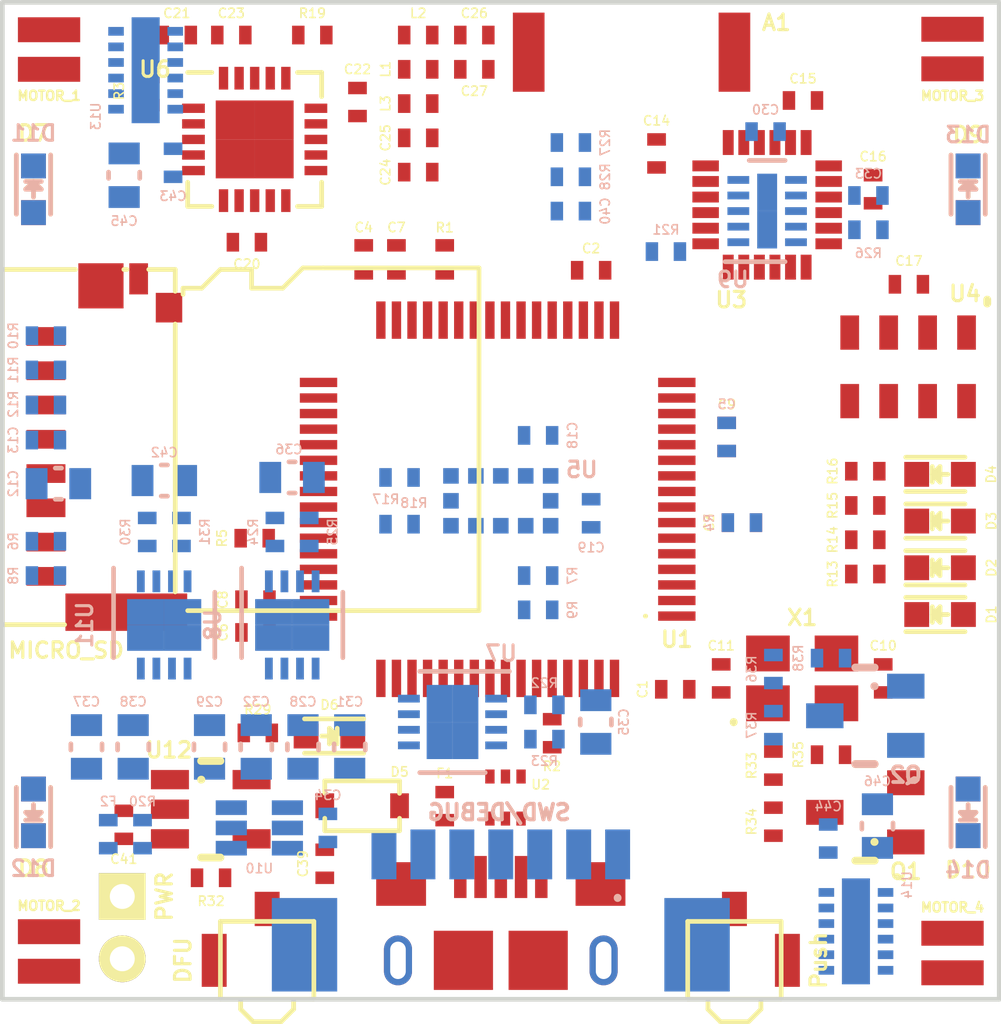
<source format=kicad_pcb>
(kicad_pcb (version 4) (host pcbnew 4.1.0-alpha+201606040946+6883~45~ubuntu14.04.1-product)

  (general
    (links 360)
    (no_connects 360)
    (area 129.574999 90.774999 161.725001 122.925001)
    (thickness 1.6)
    (drawings 4)
    (tracks 0)
    (zones 0)
    (modules 131)
    (nets 121)
  )

  (page A4)
  (layers
    (0 F.Cu signal)
    (31 B.Cu signal)
    (32 B.Adhes user)
    (33 F.Adhes user)
    (34 B.Paste user)
    (35 F.Paste user)
    (36 B.SilkS user)
    (37 F.SilkS user)
    (38 B.Mask user)
    (39 F.Mask user)
    (40 Dwgs.User user)
    (41 Cmts.User user)
    (42 Eco1.User user)
    (43 Eco2.User user)
    (44 Edge.Cuts user)
    (45 Margin user)
    (46 B.CrtYd user)
    (47 F.CrtYd user)
    (48 B.Fab user)
    (49 F.Fab user)
  )

  (setup
    (last_trace_width 0.25)
    (trace_clearance 0.2)
    (zone_clearance 0.508)
    (zone_45_only no)
    (trace_min 0.2)
    (segment_width 0.2)
    (edge_width 0.15)
    (via_size 0.6)
    (via_drill 0.4)
    (via_min_size 0.4)
    (via_min_drill 0.3)
    (uvia_size 0.3)
    (uvia_drill 0.1)
    (uvias_allowed no)
    (uvia_min_size 0.2)
    (uvia_min_drill 0.1)
    (pcb_text_width 0.3)
    (pcb_text_size 1.5 1.5)
    (mod_edge_width 0.15)
    (mod_text_size 1 1)
    (mod_text_width 0.15)
    (pad_size 0.4 0.6)
    (pad_drill 0)
    (pad_to_mask_clearance 0.2)
    (aux_axis_origin 0 0)
    (grid_origin 162.4 94.75)
    (visible_elements FFFFF77F)
    (pcbplotparams
      (layerselection 0x00030_80000001)
      (usegerberextensions false)
      (excludeedgelayer true)
      (linewidth 0.150000)
      (plotframeref false)
      (viasonmask false)
      (mode 1)
      (useauxorigin false)
      (hpglpennumber 1)
      (hpglpenspeed 20)
      (hpglpendiameter 15)
      (psnegative false)
      (psa4output false)
      (plotreference true)
      (plotvalue true)
      (plotinvisibletext false)
      (padsonsilk false)
      (subtractmaskfromsilk false)
      (outputformat 1)
      (mirror false)
      (drillshape 1)
      (scaleselection 1)
      (outputdirectory ""))
  )

  (net 0 "")
  (net 1 "Net-(A1-Pad1)")
  (net 2 VCC)
  (net 3 GND)
  (net 4 /STM32F4_NRST)
  (net 5 VCCA)
  (net 6 "Net-(C7-Pad1)")
  (net 7 "Net-(C8-Pad1)")
  (net 8 "Net-(C10-Pad1)")
  (net 9 "Net-(C11-Pad1)")
  (net 10 SD_VCC)
  (net 11 "Net-(C26-Pad1)")
  (net 12 +BATT)
  (net 13 /SDIO_CLK)
  (net 14 /SDIO_D1)
  (net 15 /SDIO_D0)
  (net 16 /SDIO_CMD)
  (net 17 /SDIO_D3)
  (net 18 /SDIO_D2)
  (net 19 /SD_DETECT)
  (net 20 "Net-(CONN4-Pad1)")
  (net 21 /Power/MOTOR_1_OUT)
  (net 22 /Power/MOTOR_2_OUT)
  (net 23 /Power/MOTOR_3_OUT)
  (net 24 /Power/MOTOR_4_OUT)
  (net 25 "Net-(D5-Pad1)")
  (net 26 "Net-(F2-Pad2)")
  (net 27 "Net-(L1-Pad1)")
  (net 28 "Net-(L1-Pad2)")
  (net 29 "Net-(Q2-Pad2)")
  (net 30 "Net-(Q2-Pad3)")
  (net 31 "Net-(D10-Pad2)")
  (net 32 "Net-(D1-Pad1)")
  (net 33 "Net-(D2-Pad1)")
  (net 34 /ERROR_LED)
  (net 35 "Net-(D3-Pad1)")
  (net 36 /STATUS_LED)
  (net 37 "Net-(D4-Pad1)")
  (net 38 /HEARTBEAT_LED)
  (net 39 "Net-(R22-Pad2)")
  (net 40 "Net-(R24-Pad2)")
  (net 41 "Net-(R29-Pad1)")
  (net 42 /SD_PWR_EN)
  (net 43 /USB_DM)
  (net 44 /USB_DP)
  (net 45 "Net-(U4-Pad6)")
  (net 46 /Power/POWER_EN)
  (net 47 "Net-(D10-Pad1)")
  (net 48 "Net-(D11-Pad2)")
  (net 49 "Net-(D13-Pad2)")
  (net 50 "Net-(C16-Pad1)")
  (net 51 "Net-(C21-Pad2)")
  (net 52 "Net-(C24-Pad1)")
  (net 53 "Net-(C33-Pad1)")
  (net 54 /V_USB)
  (net 55 /VOLTAGE_BAT_SENSE)
  (net 56 "Net-(CONN3-Pad6)")
  (net 57 "Net-(CONN3-Pad3)")
  (net 58 "Net-(CONN3-Pad4)")
  (net 59 "Net-(CONN3-Pad2)")
  (net 60 "Net-(CONN3-Pad1)")
  (net 61 "Net-(D6-Pad2)")
  (net 62 "Net-(D7-Pad2)")
  (net 63 "Net-(D12-Pad2)")
  (net 64 "Net-(Q1-Pad2)")
  (net 65 "Net-(Q1-Pad3)")
  (net 66 /BOOT1)
  (net 67 /BOOT0)
  (net 68 /NRF24L01+_EN)
  (net 69 /MOTOR_2_IN)
  (net 70 /I2C1_SCL)
  (net 71 /I2C1_SDA)
  (net 72 "Net-(R19-Pad1)")
  (net 73 /PUSHBUTTON_INT)
  (net 74 /POWER_KILL)
  (net 75 "Net-(R30-Pad2)")
  (net 76 "Net-(R32-Pad1)")
  (net 77 /IR_EN_TOP)
  (net 78 /IR_EN_BOTTOM)
  (net 79 "Net-(SW2-Pad1)")
  (net 80 /MOTOR_3_EN)
  (net 81 /SENSOR_PWR_ON)
  (net 82 /MPU9250_INT)
  (net 83 /MPU9250_CS)
  (net 84 /SPI1_SCK)
  (net 85 /SPI1_MISO)
  (net 86 /SPI1_MOSI)
  (net 87 /CURRENT_BAT_SENSE)
  (net 88 /MOTOR_1_EN)
  (net 89 /MOTOR_2_EN)
  (net 90 /NRF24L01+_INT)
  (net 91 /NRF24L01+_CS)
  (net 92 /SPI2_SCK)
  (net 93 /SPI2_MISO)
  (net 94 /SPI2_MOSI)
  (net 95 /MOTOR_3_IN)
  (net 96 /MOTOR_4_IN)
  (net 97 /MCU_OSC_OUT)
  (net 98 /MOTOR_1_IN)
  (net 99 /MOTOR_4_EN)
  (net 100 "Net-(U3-Pad21)")
  (net 101 "Net-(U3-Pad7)")
  (net 102 "Net-(U3-Pad16)")
  (net 103 "Net-(U3-Pad15)")
  (net 104 "Net-(U3-Pad17)")
  (net 105 "Net-(U3-Pad14)")
  (net 106 "Net-(U3-Pad6)")
  (net 107 "Net-(U3-Pad5)")
  (net 108 "Net-(U3-Pad1)")
  (net 109 "Net-(U3-Pad2)")
  (net 110 "Net-(U3-Pad4)")
  (net 111 "Net-(U3-Pad3)")
  (net 112 "Net-(U6-Pad9)")
  (net 113 "Net-(U9-Pad2)")
  (net 114 /UART3_RX)
  (net 115 /UART3_TX)
  (net 116 /STM32F4_SWCLK)
  (net 117 /STM32F4_SWDIO)
  (net 118 /TOF_XSHUT)
  (net 119 /TOF_GPIO1)
  (net 120 "Net-(U5-Pad8)")

  (net_class Default "This is the default net class."
    (clearance 0.2)
    (trace_width 0.25)
    (via_dia 0.6)
    (via_drill 0.4)
    (uvia_dia 0.3)
    (uvia_drill 0.1)
    (add_net +BATT)
    (add_net /BOOT0)
    (add_net /BOOT1)
    (add_net /CURRENT_BAT_SENSE)
    (add_net /ERROR_LED)
    (add_net /HEARTBEAT_LED)
    (add_net /I2C1_SCL)
    (add_net /I2C1_SDA)
    (add_net /IR_EN_BOTTOM)
    (add_net /IR_EN_TOP)
    (add_net /MCU_OSC_OUT)
    (add_net /MOTOR_1_EN)
    (add_net /MOTOR_1_IN)
    (add_net /MOTOR_2_EN)
    (add_net /MOTOR_2_IN)
    (add_net /MOTOR_3_EN)
    (add_net /MOTOR_3_IN)
    (add_net /MOTOR_4_EN)
    (add_net /MOTOR_4_IN)
    (add_net /MPU9250_CS)
    (add_net /MPU9250_INT)
    (add_net /NRF24L01+_CS)
    (add_net /NRF24L01+_EN)
    (add_net /NRF24L01+_INT)
    (add_net /POWER_KILL)
    (add_net /PUSHBUTTON_INT)
    (add_net /Power/MOTOR_1_OUT)
    (add_net /Power/MOTOR_2_OUT)
    (add_net /Power/MOTOR_3_OUT)
    (add_net /Power/MOTOR_4_OUT)
    (add_net /Power/POWER_EN)
    (add_net /SDIO_CLK)
    (add_net /SDIO_CMD)
    (add_net /SDIO_D0)
    (add_net /SDIO_D1)
    (add_net /SDIO_D2)
    (add_net /SDIO_D3)
    (add_net /SD_DETECT)
    (add_net /SD_PWR_EN)
    (add_net /SENSOR_PWR_ON)
    (add_net /SPI1_MISO)
    (add_net /SPI1_MOSI)
    (add_net /SPI1_SCK)
    (add_net /SPI2_MISO)
    (add_net /SPI2_MOSI)
    (add_net /SPI2_SCK)
    (add_net /STATUS_LED)
    (add_net /STM32F4_NRST)
    (add_net /STM32F4_SWCLK)
    (add_net /STM32F4_SWDIO)
    (add_net /TOF_GPIO1)
    (add_net /TOF_XSHUT)
    (add_net /UART3_RX)
    (add_net /UART3_TX)
    (add_net /USB_DM)
    (add_net /USB_DP)
    (add_net /VOLTAGE_BAT_SENSE)
    (add_net /V_USB)
    (add_net GND)
    (add_net "Net-(A1-Pad1)")
    (add_net "Net-(C10-Pad1)")
    (add_net "Net-(C11-Pad1)")
    (add_net "Net-(C16-Pad1)")
    (add_net "Net-(C21-Pad2)")
    (add_net "Net-(C24-Pad1)")
    (add_net "Net-(C26-Pad1)")
    (add_net "Net-(C33-Pad1)")
    (add_net "Net-(C7-Pad1)")
    (add_net "Net-(C8-Pad1)")
    (add_net "Net-(CONN3-Pad1)")
    (add_net "Net-(CONN3-Pad2)")
    (add_net "Net-(CONN3-Pad3)")
    (add_net "Net-(CONN3-Pad4)")
    (add_net "Net-(CONN3-Pad6)")
    (add_net "Net-(CONN4-Pad1)")
    (add_net "Net-(D1-Pad1)")
    (add_net "Net-(D10-Pad1)")
    (add_net "Net-(D10-Pad2)")
    (add_net "Net-(D11-Pad2)")
    (add_net "Net-(D12-Pad2)")
    (add_net "Net-(D13-Pad2)")
    (add_net "Net-(D2-Pad1)")
    (add_net "Net-(D3-Pad1)")
    (add_net "Net-(D4-Pad1)")
    (add_net "Net-(D5-Pad1)")
    (add_net "Net-(D6-Pad2)")
    (add_net "Net-(D7-Pad2)")
    (add_net "Net-(F2-Pad2)")
    (add_net "Net-(L1-Pad1)")
    (add_net "Net-(L1-Pad2)")
    (add_net "Net-(Q1-Pad2)")
    (add_net "Net-(Q1-Pad3)")
    (add_net "Net-(Q2-Pad2)")
    (add_net "Net-(Q2-Pad3)")
    (add_net "Net-(R19-Pad1)")
    (add_net "Net-(R22-Pad2)")
    (add_net "Net-(R24-Pad2)")
    (add_net "Net-(R29-Pad1)")
    (add_net "Net-(R30-Pad2)")
    (add_net "Net-(R32-Pad1)")
    (add_net "Net-(SW2-Pad1)")
    (add_net "Net-(U3-Pad1)")
    (add_net "Net-(U3-Pad14)")
    (add_net "Net-(U3-Pad15)")
    (add_net "Net-(U3-Pad16)")
    (add_net "Net-(U3-Pad17)")
    (add_net "Net-(U3-Pad2)")
    (add_net "Net-(U3-Pad21)")
    (add_net "Net-(U3-Pad3)")
    (add_net "Net-(U3-Pad4)")
    (add_net "Net-(U3-Pad5)")
    (add_net "Net-(U3-Pad6)")
    (add_net "Net-(U3-Pad7)")
    (add_net "Net-(U4-Pad6)")
    (add_net "Net-(U5-Pad8)")
    (add_net "Net-(U6-Pad9)")
    (add_net "Net-(U9-Pad2)")
    (add_net SD_VCC)
    (add_net VCC)
    (add_net VCCA)
  )

  (module _div:_TSX-3225-SMD-XTAL (layer F.Cu) (tedit 57542BB0) (tstamp 57564E5E)
    (at 155.325 112.55)
    (path /553BD01B)
    (fp_text reference X1 (at 0 -1.95) (layer F.SilkS)
      (effects (font (size 0.5 0.5) (thickness 0.1)))
    )
    (fp_text value "16Mhz 10ppm" (at 0 0.7) (layer F.SilkS) hide
      (effects (font (size 0.5 0.5) (thickness 0.125)))
    )
    (fp_line (start -2.2 1.4) (end -2.2 1.41) (layer F.SilkS) (width 0.25))
    (pad 4 smd rect (at -1.1 -0.8) (size 1.4 1.15) (layers F.Cu F.Paste F.Mask)
      (net 3 GND))
    (pad 3 smd rect (at 1.1 -0.8) (size 1.4 1.15) (layers F.Cu F.Paste F.Mask)
      (net 8 "Net-(C10-Pad1)"))
    (pad 2 smd rect (at 1.1 0.8) (size 1.4 1.15) (layers F.Cu F.Paste F.Mask)
      (net 3 GND))
    (pad 1 smd rect (at -1.1 0.8) (size 1.4 1.15) (layers F.Cu F.Paste F.Mask)
      (net 9 "Net-(C11-Pad1)"))
    (model :3DMODELS:3Dmodels/Diverse/Crystal_SMD_3225.wrl
      (at (xyz 0 0 0))
      (scale (xyz 0.393701 0.393701 0.393701))
      (rotate (xyz -90 0 0))
    )
  )

  (module _div:TI-DRV8839_PWSON-N12 (layer B.Cu) (tedit 57543293) (tstamp 57564E56)
    (at 157.05 120.67 270)
    (path /55379F3E/553C5B64)
    (fp_text reference U14 (at -1.49 -1.64 90) (layer B.SilkS)
      (effects (font (size 0.3 0.3) (thickness 0.05)) (justify mirror))
    )
    (fp_text value DRV8839 (at -0.05 2.35 270) (layer B.Fab) hide
      (effects (font (size 1 1) (thickness 0.15)) (justify mirror))
    )
    (pad 1 smd rect (at -1.25 -0.95 270) (size 0.28 0.5) (layers B.Cu B.Paste B.Mask)
      (net 12 +BATT))
    (pad 2 smd rect (at -0.75 -0.95 270) (size 0.28 0.5) (layers B.Cu B.Paste B.Mask)
      (net 12 +BATT))
    (pad 3 smd rect (at -0.25 -0.95 270) (size 0.28 0.5) (layers B.Cu B.Paste B.Mask)
      (net 23 /Power/MOTOR_3_OUT))
    (pad 4 smd rect (at 0.25 -0.95 270) (size 0.28 0.5) (layers B.Cu B.Paste B.Mask)
      (net 24 /Power/MOTOR_4_OUT))
    (pad 5 smd rect (at 0.75 -0.95 270) (size 0.28 0.5) (layers B.Cu B.Paste B.Mask)
      (net 3 GND))
    (pad 6 smd rect (at 1.25 -0.95 270) (size 0.28 0.5) (layers B.Cu B.Paste B.Mask)
      (net 3 GND))
    (pad 7 smd rect (at 1.25 0.95 270) (size 0.28 0.5) (layers B.Cu B.Paste B.Mask)
      (net 99 /MOTOR_4_EN))
    (pad 8 smd rect (at 0.75 0.95 270) (size 0.28 0.5) (layers B.Cu B.Paste B.Mask)
      (net 96 /MOTOR_4_IN))
    (pad 9 smd rect (at 0.25 0.95 270) (size 0.28 0.5) (layers B.Cu B.Paste B.Mask)
      (net 80 /MOTOR_3_EN))
    (pad 10 smd rect (at -0.25 0.95 270) (size 0.28 0.5) (layers B.Cu B.Paste B.Mask)
      (net 95 /MOTOR_3_IN))
    (pad 11 smd rect (at -0.75 0.95 270) (size 0.28 0.5) (layers B.Cu B.Paste B.Mask)
      (net 2 VCC))
    (pad 12 smd rect (at -1.25 0.95 270) (size 0.28 0.5) (layers B.Cu B.Paste B.Mask)
      (net 2 VCC))
    (pad THRM smd rect (at 0 0 270) (size 3.4 0.9) (layers B.Cu B.Paste B.Mask))
    (model :3DMODELS:3Dmodels/Diverse/PWSON-N12.wrl
      (at (xyz -0.054 0.04 0))
      (scale (xyz 0.393701 0.393701 0.393701))
      (rotate (xyz 0 0 0))
    )
  )

  (module _div:TI-DRV8839_PWSON-N12 (layer B.Cu) (tedit 575432AA) (tstamp 57564E45)
    (at 134.25 93.03 90)
    (path /55379F3E/553C475A)
    (fp_text reference U13 (at -1.48 -1.6 270) (layer B.SilkS)
      (effects (font (size 0.3 0.3) (thickness 0.05)) (justify mirror))
    )
    (fp_text value DRV8839 (at -0.05 2.35 90) (layer B.Fab) hide
      (effects (font (size 1 1) (thickness 0.15)) (justify mirror))
    )
    (pad 1 smd rect (at -1.25 -0.95 90) (size 0.28 0.5) (layers B.Cu B.Paste B.Mask)
      (net 12 +BATT))
    (pad 2 smd rect (at -0.75 -0.95 90) (size 0.28 0.5) (layers B.Cu B.Paste B.Mask)
      (net 12 +BATT))
    (pad 3 smd rect (at -0.25 -0.95 90) (size 0.28 0.5) (layers B.Cu B.Paste B.Mask)
      (net 21 /Power/MOTOR_1_OUT))
    (pad 4 smd rect (at 0.25 -0.95 90) (size 0.28 0.5) (layers B.Cu B.Paste B.Mask)
      (net 22 /Power/MOTOR_2_OUT))
    (pad 5 smd rect (at 0.75 -0.95 90) (size 0.28 0.5) (layers B.Cu B.Paste B.Mask)
      (net 3 GND))
    (pad 6 smd rect (at 1.25 -0.95 90) (size 0.28 0.5) (layers B.Cu B.Paste B.Mask)
      (net 3 GND))
    (pad 7 smd rect (at 1.25 0.95 90) (size 0.28 0.5) (layers B.Cu B.Paste B.Mask)
      (net 89 /MOTOR_2_EN))
    (pad 8 smd rect (at 0.75 0.95 90) (size 0.28 0.5) (layers B.Cu B.Paste B.Mask)
      (net 69 /MOTOR_2_IN))
    (pad 9 smd rect (at 0.25 0.95 90) (size 0.28 0.5) (layers B.Cu B.Paste B.Mask)
      (net 88 /MOTOR_1_EN))
    (pad 10 smd rect (at -0.25 0.95 90) (size 0.28 0.5) (layers B.Cu B.Paste B.Mask)
      (net 98 /MOTOR_1_IN))
    (pad 11 smd rect (at -0.75 0.95 90) (size 0.28 0.5) (layers B.Cu B.Paste B.Mask)
      (net 2 VCC))
    (pad 12 smd rect (at -1.25 0.95 90) (size 0.28 0.5) (layers B.Cu B.Paste B.Mask)
      (net 2 VCC))
    (pad THRM smd rect (at 0 0 90) (size 3.4 0.9) (layers B.Cu B.Paste B.Mask))
    (model :3DMODELS:3Dmodels/Diverse/PWSON-N12.wrl
      (at (xyz -0.054 0.04 0))
      (scale (xyz 0.393701 0.393701 0.393701))
      (rotate (xyz 0 0 0))
    )
  )

  (module _std:_TSOT23-5 (layer F.Cu) (tedit 57544208) (tstamp 57564E34)
    (at 135.03 115.8 270)
    (path /55379F3E/5537ACF5)
    (fp_text reference U12 (at -0.95 0.03) (layer F.SilkS)
      (effects (font (size 0.5 0.5) (thickness 0.1)))
    )
    (fp_text value MCP73831 (at 1.1 -1 270) (layer F.SilkS) hide
      (effects (font (size 0.5 0.5) (thickness 0.125)))
    )
    (fp_line (start 2.5 -1.62) (end 2.5 -1) (layer F.SilkS) (width 0.25))
    (fp_line (start -0.6 -1.62) (end -0.6 -1) (layer F.SilkS) (width 0.25))
    (fp_line (start 0 -1.01) (end 0 -1) (layer F.SilkS) (width 0.25))
    (pad 5 smd rect (at 0 -2.62 270) (size 0.62 1.22) (layers F.Cu F.Paste F.Mask)
      (net 76 "Net-(R32-Pad1)"))
    (pad 4 smd rect (at 1.9 -2.62 270) (size 0.62 1.22) (layers F.Cu F.Paste F.Mask)
      (net 54 /V_USB))
    (pad 3 smd rect (at 1.9 0 270) (size 0.62 1.22) (layers F.Cu F.Paste F.Mask)
      (net 12 +BATT))
    (pad 2 smd rect (at 0.95 0 270) (size 0.62 1.22) (layers F.Cu F.Paste F.Mask)
      (net 3 GND))
    (pad 1 smd rect (at 0 0 270) (size 0.62 1.22) (layers F.Cu F.Paste F.Mask)
      (net 41 "Net-(R29-Pad1)"))
    (model :3DMODELS:3Dmodels/Diverse/TSOT23-5.wrl
      (at (xyz 0.01 0.17 0.04))
      (scale (xyz 0.393701 0.393701 0.393701))
      (rotate (xyz 0 0 0))
    )
  )

  (module Housings_DFN_QFN:DFN-8-1EP_3x3mm_Pitch0.5mm (layer B.Cu) (tedit 57544854) (tstamp 57564E2B)
    (at 134.845 110.835 270)
    (descr "DD Package; 8-Lead Plastic DFN (3mm x 3mm) (see Linear Technology DFN_8_05-08-1698.pdf)")
    (tags "DFN 0.5")
    (path /55379F3E/56B1B097)
    (attr smd)
    (fp_text reference U11 (at 0 2.55 270) (layer B.SilkS)
      (effects (font (size 0.5 0.5) (thickness 0.1)) (justify mirror))
    )
    (fp_text value LT1965 (at 0 -2.55 270) (layer B.Fab) hide
      (effects (font (size 1 1) (thickness 0.15)) (justify mirror))
    )
    (fp_line (start -2 1.8) (end -2 -1.8) (layer B.CrtYd) (width 0.05))
    (fp_line (start 2 1.8) (end 2 -1.8) (layer B.CrtYd) (width 0.05))
    (fp_line (start -2 1.8) (end 2 1.8) (layer B.CrtYd) (width 0.05))
    (fp_line (start -2 -1.8) (end 2 -1.8) (layer B.CrtYd) (width 0.05))
    (fp_line (start -1.05 -1.625) (end 1.05 -1.625) (layer B.SilkS) (width 0.15))
    (fp_line (start -1.825 1.625) (end 1.05 1.625) (layer B.SilkS) (width 0.15))
    (pad 1 smd rect (at -1.4 0.75 270) (size 0.7 0.25) (layers B.Cu B.Paste B.Mask)
      (net 10 SD_VCC))
    (pad 2 smd rect (at -1.4 0.25 270) (size 0.7 0.25) (layers B.Cu B.Paste B.Mask)
      (net 10 SD_VCC))
    (pad 3 smd rect (at -1.4 -0.25 270) (size 0.7 0.25) (layers B.Cu B.Paste B.Mask)
      (net 75 "Net-(R30-Pad2)"))
    (pad 4 smd rect (at -1.4 -0.75 270) (size 0.7 0.25) (layers B.Cu B.Paste B.Mask)
      (net 3 GND))
    (pad 5 smd rect (at 1.4 -0.75 270) (size 0.7 0.25) (layers B.Cu B.Paste B.Mask)
      (net 3 GND))
    (pad 6 smd rect (at 1.4 -0.25 270) (size 0.7 0.25) (layers B.Cu B.Paste B.Mask)
      (net 42 /SD_PWR_EN))
    (pad 7 smd rect (at 1.4 0.25 270) (size 0.7 0.25) (layers B.Cu B.Paste B.Mask)
      (net 12 +BATT))
    (pad 8 smd rect (at 1.4 0.75 270) (size 0.7 0.25) (layers B.Cu B.Paste B.Mask)
      (net 12 +BATT))
    (pad 9 smd rect (at 0.415 -0.595 270) (size 0.83 1.19) (layers B.Cu B.Paste B.Mask)
      (net 3 GND) (solder_paste_margin_ratio -0.2))
    (pad 9 smd rect (at 0.415 0.595 270) (size 0.83 1.19) (layers B.Cu B.Paste B.Mask)
      (net 3 GND) (solder_paste_margin_ratio -0.2))
    (pad 9 smd rect (at -0.415 -0.595 270) (size 0.83 1.19) (layers B.Cu B.Paste B.Mask)
      (net 3 GND) (solder_paste_margin_ratio -0.2))
    (pad 9 smd rect (at -0.415 0.595 270) (size 0.83 1.19) (layers B.Cu B.Paste B.Mask)
      (net 3 GND) (solder_paste_margin_ratio -0.2))
    (model :3DGITHUB:packages3d/Housings_DFN_QFN.3dshapes/DFN-8-1EP_3x3mm_Pitch0.5mm.wrl
      (at (xyz 0 0 0))
      (scale (xyz 1 1 1))
      (rotate (xyz 0 0 0))
    )
  )

  (module _std:SC70 (layer B.Cu) (tedit 57545D0D) (tstamp 57564E1B)
    (at 137.9 117.35 270)
    (path /55379F3E/5546095A)
    (fp_text reference U10 (at 1.3 0 360) (layer B.SilkS)
      (effects (font (size 0.3 0.3) (thickness 0.05)) (justify mirror))
    )
    (fp_text value INA213-SC70 (at 0 1.4 270) (layer B.Fab) hide
      (effects (font (size 1 1) (thickness 0.15)) (justify mirror))
    )
    (pad 1 smd rect (at -0.65 -0.9 270) (size 0.47 1) (layers B.Cu B.Paste B.Mask)
      (net 3 GND))
    (pad 2 smd rect (at 0 -0.9 270) (size 0.47 1) (layers B.Cu B.Paste B.Mask)
      (net 3 GND))
    (pad 3 smd rect (at 0.65 -0.9 270) (size 0.47 1) (layers B.Cu B.Paste B.Mask)
      (net 2 VCC))
    (pad 4 smd rect (at 0.65 0.9 270) (size 0.47 1) (layers B.Cu B.Paste B.Mask)
      (net 12 +BATT))
    (pad 5 smd rect (at 0 0.9 270) (size 0.47 1) (layers B.Cu B.Paste B.Mask)
      (net 26 "Net-(F2-Pad2)"))
    (pad 6 smd rect (at -0.65 0.9 270) (size 0.47 1) (layers B.Cu B.Paste B.Mask)
      (net 87 /CURRENT_BAT_SENSE))
    (model :3DGITHUB:packages3d/TO_SOT_Packages_SMD.3dshapes/SC-70-6.wrl
      (at (xyz 0 0 0))
      (scale (xyz 1 1 1))
      (rotate (xyz 0 0 0))
    )
  )

  (module Housings_DFN_QFN:DFN-10-1EP_2x3mm_Pitch0.5mm (layer B.Cu) (tedit 57544D0D) (tstamp 57564E11)
    (at 154.2 97.55)
    (descr "DDB Package; 10-Lead Plastic DFN (3mm x 2mm) (see Linear Technology DFN_10_05-08-1722.pdf)")
    (tags "DFN 0.5")
    (path /55379F3E/554477A8)
    (attr smd)
    (fp_text reference U9 (at -1.1 2.2) (layer B.SilkS)
      (effects (font (size 0.5 0.5) (thickness 0.1)) (justify mirror))
    )
    (fp_text value LTC2955DDB-1 (at 0 -2.55) (layer B.Fab) hide
      (effects (font (size 1 1) (thickness 0.15)) (justify mirror))
    )
    (fp_line (start -1.55 1.8) (end -1.55 -1.8) (layer B.CrtYd) (width 0.05))
    (fp_line (start 1.55 1.8) (end 1.55 -1.8) (layer B.CrtYd) (width 0.05))
    (fp_line (start -1.55 1.8) (end 1.55 1.8) (layer B.CrtYd) (width 0.05))
    (fp_line (start -1.55 -1.8) (end 1.55 -1.8) (layer B.CrtYd) (width 0.05))
    (fp_line (start -0.575 -1.625) (end 0.575 -1.625) (layer B.SilkS) (width 0.15))
    (fp_line (start -1.35 1.625) (end 0.575 1.625) (layer B.SilkS) (width 0.15))
    (pad 1 smd rect (at -0.925 1) (size 0.7 0.25) (layers B.Cu B.Paste B.Mask)
      (net 73 /PUSHBUTTON_INT))
    (pad 2 smd rect (at -0.925 0.5) (size 0.7 0.25) (layers B.Cu B.Paste B.Mask)
      (net 113 "Net-(U9-Pad2)"))
    (pad 3 smd rect (at -0.925 0) (size 0.7 0.25) (layers B.Cu B.Paste B.Mask)
      (net 46 /Power/POWER_EN))
    (pad 4 smd rect (at -0.925 -0.5) (size 0.7 0.25) (layers B.Cu B.Paste B.Mask)
      (net 12 +BATT))
    (pad 5 smd rect (at -0.925 -1) (size 0.7 0.25) (layers B.Cu B.Paste B.Mask)
      (net 79 "Net-(SW2-Pad1)"))
    (pad 6 smd rect (at 0.925 -1) (size 0.7 0.25) (layers B.Cu B.Paste B.Mask)
      (net 3 GND))
    (pad 7 smd rect (at 0.925 -0.5) (size 0.7 0.25) (layers B.Cu B.Paste B.Mask)
      (net 12 +BATT))
    (pad 8 smd rect (at 0.925 0) (size 0.7 0.25) (layers B.Cu B.Paste B.Mask)
      (net 53 "Net-(C33-Pad1)"))
    (pad 9 smd rect (at 0.925 0.5) (size 0.7 0.25) (layers B.Cu B.Paste B.Mask)
      (net 74 /POWER_KILL))
    (pad 10 smd rect (at 0.925 1) (size 0.7 0.25) (layers B.Cu B.Paste B.Mask)
      (net 3 GND))
    (pad 11 smd rect (at 0 -0.6) (size 0.64 1.2) (layers B.Cu B.Paste B.Mask)
      (solder_paste_margin_ratio -0.2))
    (pad 11 smd rect (at 0 0.6) (size 0.64 1.2) (layers B.Cu B.Paste B.Mask)
      (solder_paste_margin_ratio -0.2))
    (model Housings_DFN_QFN.3dshapes/DFN-10-1EP_2x3mm_Pitch0.5mm.wrl
      (at (xyz 0 0 0))
      (scale (xyz 1 1 1))
      (rotate (xyz 0 0 0))
    )
    (model :3DGITHUB:packages3d/Housings_DFN_QFN.3dshapes/DFN-10-1EP_2x3mm_Pitch0.5mm.wrl
      (at (xyz 0 0 0))
      (scale (xyz 1 1 1))
      (rotate (xyz 0 0 0))
    )
  )

  (module Housings_DFN_QFN:DFN-8-1EP_3x3mm_Pitch0.5mm (layer B.Cu) (tedit 57544835) (tstamp 57564E01)
    (at 138.955 110.835 270)
    (descr "DD Package; 8-Lead Plastic DFN (3mm x 3mm) (see Linear Technology DFN_8_05-08-1698.pdf)")
    (tags "DFN 0.5")
    (path /55379F3E/5578BD6D)
    (attr smd)
    (fp_text reference U8 (at 0 2.55 270) (layer B.SilkS)
      (effects (font (size 0.5 0.5) (thickness 0.1)) (justify mirror))
    )
    (fp_text value LT1965 (at 0 -2.55 270) (layer B.Fab) hide
      (effects (font (size 1 1) (thickness 0.15)) (justify mirror))
    )
    (fp_line (start -2 1.8) (end -2 -1.8) (layer B.CrtYd) (width 0.05))
    (fp_line (start 2 1.8) (end 2 -1.8) (layer B.CrtYd) (width 0.05))
    (fp_line (start -2 1.8) (end 2 1.8) (layer B.CrtYd) (width 0.05))
    (fp_line (start -2 -1.8) (end 2 -1.8) (layer B.CrtYd) (width 0.05))
    (fp_line (start -1.05 -1.625) (end 1.05 -1.625) (layer B.SilkS) (width 0.15))
    (fp_line (start -1.825 1.625) (end 1.05 1.625) (layer B.SilkS) (width 0.15))
    (pad 1 smd rect (at -1.4 0.75 270) (size 0.7 0.25) (layers B.Cu B.Paste B.Mask)
      (net 5 VCCA))
    (pad 2 smd rect (at -1.4 0.25 270) (size 0.7 0.25) (layers B.Cu B.Paste B.Mask)
      (net 5 VCCA))
    (pad 3 smd rect (at -1.4 -0.25 270) (size 0.7 0.25) (layers B.Cu B.Paste B.Mask)
      (net 40 "Net-(R24-Pad2)"))
    (pad 4 smd rect (at -1.4 -0.75 270) (size 0.7 0.25) (layers B.Cu B.Paste B.Mask)
      (net 3 GND))
    (pad 5 smd rect (at 1.4 -0.75 270) (size 0.7 0.25) (layers B.Cu B.Paste B.Mask)
      (net 3 GND))
    (pad 6 smd rect (at 1.4 -0.25 270) (size 0.7 0.25) (layers B.Cu B.Paste B.Mask)
      (net 81 /SENSOR_PWR_ON))
    (pad 7 smd rect (at 1.4 0.25 270) (size 0.7 0.25) (layers B.Cu B.Paste B.Mask)
      (net 12 +BATT))
    (pad 8 smd rect (at 1.4 0.75 270) (size 0.7 0.25) (layers B.Cu B.Paste B.Mask)
      (net 12 +BATT))
    (pad 9 smd rect (at 0.415 -0.595 270) (size 0.83 1.19) (layers B.Cu B.Paste B.Mask)
      (net 3 GND) (solder_paste_margin_ratio -0.2))
    (pad 9 smd rect (at 0.415 0.595 270) (size 0.83 1.19) (layers B.Cu B.Paste B.Mask)
      (net 3 GND) (solder_paste_margin_ratio -0.2))
    (pad 9 smd rect (at -0.415 -0.595 270) (size 0.83 1.19) (layers B.Cu B.Paste B.Mask)
      (net 3 GND) (solder_paste_margin_ratio -0.2))
    (pad 9 smd rect (at -0.415 0.595 270) (size 0.83 1.19) (layers B.Cu B.Paste B.Mask)
      (net 3 GND) (solder_paste_margin_ratio -0.2))
    (model :3DGITHUB:packages3d/Housings_DFN_QFN.3dshapes/DFN-8-1EP_3x3mm_Pitch0.5mm.wrl
      (at (xyz 0 0 0))
      (scale (xyz 1 1 1))
      (rotate (xyz 0 0 0))
    )
  )

  (module Housings_DFN_QFN:DFN-8-1EP_3x3mm_Pitch0.5mm (layer B.Cu) (tedit 5754471E) (tstamp 57564DF1)
    (at 144.1 113.95 180)
    (descr "DD Package; 8-Lead Plastic DFN (3mm x 3mm) (see Linear Technology DFN_8_05-08-1698.pdf)")
    (tags "DFN 0.5")
    (path /55379F3E/55383A0A)
    (attr smd)
    (fp_text reference U7 (at -1.561692 2.201062 180) (layer B.SilkS)
      (effects (font (size 0.5 0.5) (thickness 0.1)) (justify mirror))
    )
    (fp_text value LT1965 (at 0 -2.55 180) (layer B.Fab) hide
      (effects (font (size 1 1) (thickness 0.15)) (justify mirror))
    )
    (fp_line (start -2 1.8) (end -2 -1.8) (layer B.CrtYd) (width 0.05))
    (fp_line (start 2 1.8) (end 2 -1.8) (layer B.CrtYd) (width 0.05))
    (fp_line (start -2 1.8) (end 2 1.8) (layer B.CrtYd) (width 0.05))
    (fp_line (start -2 -1.8) (end 2 -1.8) (layer B.CrtYd) (width 0.05))
    (fp_line (start -1.05 -1.625) (end 1.05 -1.625) (layer B.SilkS) (width 0.15))
    (fp_line (start -1.825 1.625) (end 1.05 1.625) (layer B.SilkS) (width 0.15))
    (pad 1 smd rect (at -1.4 0.75 180) (size 0.7 0.25) (layers B.Cu B.Paste B.Mask)
      (net 2 VCC))
    (pad 2 smd rect (at -1.4 0.25 180) (size 0.7 0.25) (layers B.Cu B.Paste B.Mask)
      (net 2 VCC))
    (pad 3 smd rect (at -1.4 -0.25 180) (size 0.7 0.25) (layers B.Cu B.Paste B.Mask)
      (net 39 "Net-(R22-Pad2)"))
    (pad 4 smd rect (at -1.4 -0.75 180) (size 0.7 0.25) (layers B.Cu B.Paste B.Mask)
      (net 3 GND))
    (pad 5 smd rect (at 1.4 -0.75 180) (size 0.7 0.25) (layers B.Cu B.Paste B.Mask)
      (net 3 GND))
    (pad 6 smd rect (at 1.4 -0.25 180) (size 0.7 0.25) (layers B.Cu B.Paste B.Mask)
      (net 46 /Power/POWER_EN))
    (pad 7 smd rect (at 1.4 0.25 180) (size 0.7 0.25) (layers B.Cu B.Paste B.Mask)
      (net 12 +BATT))
    (pad 8 smd rect (at 1.4 0.75 180) (size 0.7 0.25) (layers B.Cu B.Paste B.Mask)
      (net 12 +BATT))
    (pad 9 smd rect (at 0.415 -0.595 180) (size 0.83 1.19) (layers B.Cu B.Paste B.Mask)
      (net 3 GND) (solder_paste_margin_ratio -0.2))
    (pad 9 smd rect (at 0.415 0.595 180) (size 0.83 1.19) (layers B.Cu B.Paste B.Mask)
      (net 3 GND) (solder_paste_margin_ratio -0.2))
    (pad 9 smd rect (at -0.415 -0.595 180) (size 0.83 1.19) (layers B.Cu B.Paste B.Mask)
      (net 3 GND) (solder_paste_margin_ratio -0.2))
    (pad 9 smd rect (at -0.415 0.595 180) (size 0.83 1.19) (layers B.Cu B.Paste B.Mask)
      (net 3 GND) (solder_paste_margin_ratio -0.2))
    (model :3DGITHUB:packages3d/Housings_DFN_QFN.3dshapes/DFN-8-1EP_3x3mm_Pitch0.5mm.wrl
      (at (xyz 0 0 0))
      (scale (xyz 1 1 1))
      (rotate (xyz 0 0 0))
    )
  )

  (module Housings_DFN_QFN:QFN-20-1EP_4x4mm_Pitch0.5mm (layer F.Cu) (tedit 5754224B) (tstamp 57564DE1)
    (at 137.75 95.25)
    (descr "20-Lead Plastic Quad Flat, No Lead Package (ML) - 4x4x0.9 mm Body [QFN]; (see Microchip Packaging Specification 00000049BS.pdf)")
    (tags "QFN 0.5")
    (path /5543859F/55438B0D)
    (attr smd)
    (fp_text reference U6 (at -3.2 -2.25) (layer F.SilkS)
      (effects (font (size 0.5 0.5) (thickness 0.1)))
    )
    (fp_text value NRF24L01+ (at 0 3.33) (layer F.Fab) hide
      (effects (font (size 1 1) (thickness 0.15)))
    )
    (fp_line (start -2.6 -2.6) (end -2.6 2.6) (layer F.CrtYd) (width 0.05))
    (fp_line (start 2.6 -2.6) (end 2.6 2.6) (layer F.CrtYd) (width 0.05))
    (fp_line (start -2.6 -2.6) (end 2.6 -2.6) (layer F.CrtYd) (width 0.05))
    (fp_line (start -2.6 2.6) (end 2.6 2.6) (layer F.CrtYd) (width 0.05))
    (fp_line (start 2.15 -2.15) (end 2.15 -1.375) (layer F.SilkS) (width 0.15))
    (fp_line (start -2.15 2.15) (end -2.15 1.375) (layer F.SilkS) (width 0.15))
    (fp_line (start 2.15 2.15) (end 2.15 1.375) (layer F.SilkS) (width 0.15))
    (fp_line (start -2.15 -2.15) (end -1.375 -2.15) (layer F.SilkS) (width 0.15))
    (fp_line (start -2.15 2.15) (end -1.375 2.15) (layer F.SilkS) (width 0.15))
    (fp_line (start 2.15 2.15) (end 1.375 2.15) (layer F.SilkS) (width 0.15))
    (fp_line (start 2.15 -2.15) (end 1.375 -2.15) (layer F.SilkS) (width 0.15))
    (pad 1 smd rect (at -1.965 -1) (size 0.73 0.3) (layers F.Cu F.Paste F.Mask)
      (net 68 /NRF24L01+_EN))
    (pad 2 smd rect (at -1.965 -0.5) (size 0.73 0.3) (layers F.Cu F.Paste F.Mask)
      (net 91 /NRF24L01+_CS))
    (pad 3 smd rect (at -1.965 0) (size 0.73 0.3) (layers F.Cu F.Paste F.Mask)
      (net 92 /SPI2_SCK))
    (pad 4 smd rect (at -1.965 0.5) (size 0.73 0.3) (layers F.Cu F.Paste F.Mask)
      (net 94 /SPI2_MOSI))
    (pad 5 smd rect (at -1.965 1) (size 0.73 0.3) (layers F.Cu F.Paste F.Mask)
      (net 93 /SPI2_MISO))
    (pad 6 smd rect (at -1 1.965 90) (size 0.73 0.3) (layers F.Cu F.Paste F.Mask)
      (net 90 /NRF24L01+_INT))
    (pad 7 smd rect (at -0.5 1.965 90) (size 0.73 0.3) (layers F.Cu F.Paste F.Mask)
      (net 2 VCC))
    (pad 8 smd rect (at 0 1.965 90) (size 0.73 0.3) (layers F.Cu F.Paste F.Mask)
      (net 3 GND))
    (pad 9 smd rect (at 0.5 1.965 90) (size 0.73 0.3) (layers F.Cu F.Paste F.Mask)
      (net 112 "Net-(U6-Pad9)"))
    (pad 10 smd rect (at 1 1.965 90) (size 0.73 0.3) (layers F.Cu F.Paste F.Mask)
      (net 97 /MCU_OSC_OUT))
    (pad 11 smd rect (at 1.965 1) (size 0.73 0.3) (layers F.Cu F.Paste F.Mask)
      (net 52 "Net-(C24-Pad1)"))
    (pad 12 smd rect (at 1.965 0.5) (size 0.73 0.3) (layers F.Cu F.Paste F.Mask)
      (net 28 "Net-(L1-Pad2)"))
    (pad 13 smd rect (at 1.965 0) (size 0.73 0.3) (layers F.Cu F.Paste F.Mask)
      (net 27 "Net-(L1-Pad1)"))
    (pad 14 smd rect (at 1.965 -0.5) (size 0.73 0.3) (layers F.Cu F.Paste F.Mask)
      (net 3 GND))
    (pad 15 smd rect (at 1.965 -1) (size 0.73 0.3) (layers F.Cu F.Paste F.Mask)
      (net 2 VCC))
    (pad 16 smd rect (at 1 -1.965 90) (size 0.73 0.3) (layers F.Cu F.Paste F.Mask)
      (net 72 "Net-(R19-Pad1)"))
    (pad 17 smd rect (at 0.5 -1.965 90) (size 0.73 0.3) (layers F.Cu F.Paste F.Mask)
      (net 3 GND))
    (pad 18 smd rect (at 0 -1.965 90) (size 0.73 0.3) (layers F.Cu F.Paste F.Mask)
      (net 2 VCC))
    (pad 19 smd rect (at -0.5 -1.965 90) (size 0.73 0.3) (layers F.Cu F.Paste F.Mask)
      (net 51 "Net-(C21-Pad2)"))
    (pad 20 smd rect (at -1 -1.965 90) (size 0.73 0.3) (layers F.Cu F.Paste F.Mask)
      (net 3 GND))
    (pad 21 smd rect (at 0.625 0.625) (size 1.25 1.25) (layers F.Cu F.Paste F.Mask)
      (solder_paste_margin_ratio -0.2))
    (pad 21 smd rect (at 0.625 -0.625) (size 1.25 1.25) (layers F.Cu F.Paste F.Mask)
      (solder_paste_margin_ratio -0.2))
    (pad 21 smd rect (at -0.625 0.625) (size 1.25 1.25) (layers F.Cu F.Paste F.Mask)
      (solder_paste_margin_ratio -0.2))
    (pad 21 smd rect (at -0.625 -0.625) (size 1.25 1.25) (layers F.Cu F.Paste F.Mask)
      (solder_paste_margin_ratio -0.2))
    (model :3DGITHUB:packages3d/Housings_DFN_QFN.3dshapes/QFN-20-1EP_4x4mm_Pitch0.5mm.wrl
      (at (xyz 0 0 0))
      (scale (xyz 1 1 1))
      (rotate (xyz 0 0 0))
    )
  )

  (module _sensors:ST-VL53L0X (layer B.Cu) (tedit 57543811) (tstamp 57564DC5)
    (at 145.65 106.85)
    (path /5536C66B/57532742)
    (fp_text reference U5 (at 2.6 -1) (layer B.SilkS)
      (effects (font (size 0.5 0.5) (thickness 0.1)) (justify mirror))
    )
    (fp_text value VL53L0X (at 0 -2.032) (layer B.Fab) hide
      (effects (font (size 0.5 0.5) (thickness 0.1)) (justify mirror))
    )
    (pad 1 smd rect (at 1.6 -0.8) (size 0.5 0.5) (layers B.Cu B.Paste B.Mask)
      (net 5 VCCA))
    (pad 2 smd rect (at 0.8 -0.8) (size 0.5 0.5) (layers B.Cu B.Paste B.Mask)
      (net 3 GND))
    (pad 3 smd rect (at 0 -0.8) (size 0.5 0.5) (layers B.Cu B.Paste B.Mask)
      (net 3 GND))
    (pad 4 smd rect (at -0.8 -0.8) (size 0.5 0.5) (layers B.Cu B.Paste B.Mask)
      (net 3 GND))
    (pad 5 smd rect (at -1.6 -0.8) (size 0.5 0.5) (layers B.Cu B.Paste B.Mask)
      (net 118 /TOF_XSHUT))
    (pad 6 smd rect (at -1.6 0) (size 0.5 0.5) (layers B.Cu B.Paste B.Mask)
      (net 3 GND))
    (pad 7 smd rect (at -1.6 0.8) (size 0.5 0.5) (layers B.Cu B.Paste B.Mask)
      (net 119 /TOF_GPIO1))
    (pad 8 smd rect (at -0.8 0.8) (size 0.5 0.5) (layers B.Cu B.Paste B.Mask)
      (net 120 "Net-(U5-Pad8)"))
    (pad 9 smd rect (at 0 0.8) (size 0.5 0.5) (layers B.Cu B.Paste B.Mask)
      (net 71 /I2C1_SDA))
    (pad 10 smd rect (at 0.8 0.8) (size 0.5 0.5) (layers B.Cu B.Paste B.Mask)
      (net 70 /I2C1_SCL))
    (pad 11 smd rect (at 1.6 0.8) (size 0.5 0.5) (layers B.Cu B.Paste B.Mask)
      (net 5 VCCA))
    (pad 12 smd rect (at 1.6 0) (size 0.5 0.5) (layers B.Cu B.Paste B.Mask)
      (net 3 GND))
  )

  (module _sensors:_MS5611-01BA (layer F.Cu) (tedit 57543BA1) (tstamp 57564DB5)
    (at 158.725 102.55 270)
    (tags "barometer sensor")
    (path /5536C66B/553861F3)
    (fp_text reference U4 (at -2.35 -1.825) (layer F.SilkS)
      (effects (font (size 0.5 0.5) (thickness 0.1)))
    )
    (fp_text value MS5611-01BA (at 0 0.7 270) (layer F.SilkS) hide
      (effects (font (size 0.5 0.5) (thickness 0.125)))
    )
    (fp_line (start -2.159 -2.54) (end -2.032 -2.54) (layer F.SilkS) (width 0.25))
    (pad 3 smd rect (at -1.1 0.625 270) (size 1.1 0.6) (layers F.Cu F.Paste F.Mask)
      (net 3 GND))
    (pad 4 smd rect (at -1.1 1.875 270) (size 1.1 0.6) (layers F.Cu F.Paste F.Mask)
      (net 3 GND))
    (pad 2 smd rect (at -1.1 -0.625 270) (size 1.1 0.6) (layers F.Cu F.Paste F.Mask)
      (net 5 VCCA))
    (pad 1 smd rect (at -1.1 -1.875 270) (size 1.1 0.6) (layers F.Cu F.Paste F.Mask)
      (net 5 VCCA))
    (pad 8 smd rect (at 1.1 -1.875 270) (size 1.1 0.6) (layers F.Cu F.Paste F.Mask)
      (net 70 /I2C1_SCL))
    (pad 7 smd rect (at 1.1 -0.625 270) (size 1.1 0.6) (layers F.Cu F.Paste F.Mask)
      (net 71 /I2C1_SDA))
    (pad 5 smd rect (at 1.1 1.875 270) (size 1.1 0.6) (layers F.Cu F.Paste F.Mask)
      (net 3 GND))
    (pad 6 smd rect (at 1.1 0.625 270) (size 1.1 0.6) (layers F.Cu F.Paste F.Mask)
      (net 45 "Net-(U4-Pad6)"))
    (model :3DMODELS:3Dmodels/Sensors/MS5611.wrl
      (at (xyz -0.035 -0.0127 0))
      (scale (xyz 0.393701 0.393701 0.393701))
      (rotate (xyz 0 0 90))
    )
  )

  (module _sensors:_MPU-9XX0 (layer F.Cu) (tedit 57544D45) (tstamp 57564DA9)
    (at 154.2 97.35 90)
    (path /5536C66B/56ACAF9A)
    (fp_text reference U3 (at -3.05 -1.15 180) (layer F.SilkS)
      (effects (font (size 0.5 0.5) (thickness 0.1)))
    )
    (fp_text value MPU-9250 (at 0.82 0.25 90) (layer F.SilkS) hide
      (effects (font (size 1 1) (thickness 0.15)))
    )
    (pad 24 smd rect (at -1.25 -1.975 180) (size 0.85 0.35) (layers F.Cu F.Mask)
      (net 86 /SPI1_MOSI))
    (pad 23 smd rect (at -0.75 -1.975 180) (size 0.85 0.35) (layers F.Cu F.Mask)
      (net 84 /SPI1_SCK))
    (pad 22 smd rect (at -0.25 -1.975 180) (size 0.85 0.35) (layers F.Cu F.Mask)
      (net 83 /MPU9250_CS))
    (pad 21 smd rect (at 0.25 -1.975 180) (size 0.85 0.35) (layers F.Cu F.Mask)
      (net 100 "Net-(U3-Pad21)"))
    (pad 20 smd rect (at 0.75 -1.975 180) (size 0.85 0.35) (layers F.Cu F.Mask)
      (net 3 GND))
    (pad 19 smd rect (at 1.25 -1.975 180) (size 0.85 0.35) (layers F.Cu F.Mask)
      (net 5 VCCA))
    (pad 12 smd rect (at 1.25 1.975 180) (size 0.85 0.35) (layers F.Cu F.Mask)
      (net 82 /MPU9250_INT))
    (pad 11 smd rect (at 0.75 1.975 180) (size 0.85 0.35) (layers F.Cu F.Mask)
      (net 3 GND))
    (pad 10 smd rect (at 0.25 1.975 180) (size 0.85 0.35) (layers F.Cu F.Mask)
      (net 50 "Net-(C16-Pad1)"))
    (pad 9 smd rect (at -0.25 1.975 180) (size 0.85 0.35) (layers F.Cu F.Mask)
      (net 85 /SPI1_MISO))
    (pad 8 smd rect (at -0.75 1.975 180) (size 0.85 0.35) (layers F.Cu F.Mask)
      (net 5 VCCA))
    (pad 7 smd rect (at -1.25 1.975 180) (size 0.85 0.35) (layers F.Cu F.Mask)
      (net 101 "Net-(U3-Pad7)"))
    (pad 16 smd rect (at 2 -0.25 90) (size 0.8 0.35) (layers F.Cu F.Mask)
      (net 102 "Net-(U3-Pad16)"))
    (pad 15 smd rect (at 2 0.25 90) (size 0.8 0.35) (layers F.Cu F.Mask)
      (net 103 "Net-(U3-Pad15)"))
    (pad 17 smd rect (at 2 -0.75 90) (size 0.8 0.35) (layers F.Cu F.Mask)
      (net 104 "Net-(U3-Pad17)"))
    (pad 18 smd rect (at 2 -1.25 90) (size 0.8 0.35) (layers F.Cu F.Mask)
      (net 3 GND))
    (pad 14 smd rect (at 2 0.75 90) (size 0.8 0.35) (layers F.Cu F.Mask)
      (net 105 "Net-(U3-Pad14)"))
    (pad 13 smd rect (at 2 1.25 90) (size 0.8 0.35) (layers F.Cu F.Mask)
      (net 5 VCCA))
    (pad 6 smd rect (at -2 1.25 90) (size 0.8 0.35) (layers F.Cu F.Mask)
      (net 106 "Net-(U3-Pad6)"))
    (pad 5 smd rect (at -2 0.75 90) (size 0.8 0.35) (layers F.Cu F.Mask)
      (net 107 "Net-(U3-Pad5)"))
    (pad 1 smd rect (at -2 -1.25 90) (size 0.8 0.35) (layers F.Cu F.Mask)
      (net 108 "Net-(U3-Pad1)"))
    (pad 2 smd rect (at -2 -0.75 90) (size 0.8 0.35) (layers F.Cu F.Mask)
      (net 109 "Net-(U3-Pad2)"))
    (pad 4 smd rect (at -2 0.25 90) (size 0.8 0.35) (layers F.Cu F.Mask)
      (net 110 "Net-(U3-Pad4)"))
    (pad 3 smd rect (at -2 -0.25 90) (size 0.8 0.35) (layers F.Cu F.Mask)
      (net 111 "Net-(U3-Pad3)"))
    (model :3DMODELS:3Dmodels/Sensors/InvensenseMPU.wrl
      (at (xyz -0.078 -0.078 0))
      (scale (xyz 0.393701 0.393701 0.393701))
      (rotate (xyz -90 0 0))
    )
  )

  (module _std:SOT-563_6-lead (layer F.Cu) (tedit 57542A39) (tstamp 57564D8D)
    (at 145.8 116.375 180)
    (path /554415CC)
    (fp_text reference U2 (at -1.13 0.415 180) (layer F.SilkS)
      (effects (font (size 0.3 0.3) (thickness 0.05)))
    )
    (fp_text value NUF2042VX6 (at 0 -2.5 180) (layer F.Fab) hide
      (effects (font (size 1 1) (thickness 0.15)))
    )
    (pad 1 smd rect (at -0.5 0.675 180) (size 0.3 0.45) (layers F.Cu F.Paste F.Mask)
      (net 44 /USB_DP))
    (pad 2 smd rect (at 0 0.675 180) (size 0.3 0.45) (layers F.Cu F.Paste F.Mask)
      (net 3 GND))
    (pad 3 smd rect (at 0.5 0.675 180) (size 0.3 0.45) (layers F.Cu F.Paste F.Mask)
      (net 43 /USB_DM))
    (pad 4 smd rect (at 0.5 -0.675 180) (size 0.3 0.45) (layers F.Cu F.Paste F.Mask)
      (net 59 "Net-(CONN3-Pad2)"))
    (pad 5 smd rect (at 0 -0.675 180) (size 0.3 0.45) (layers F.Cu F.Paste F.Mask)
      (net 54 /V_USB))
    (pad 6 smd rect (at -0.5 -0.675 180) (size 0.3 0.45) (layers F.Cu F.Paste F.Mask)
      (net 57 "Net-(CONN3-Pad3)"))
    (model :3DGITHUB:packages3d/TO_SOT_Packages_SMD.3dshapes/SOT-23-6.wrl
      (at (xyz 0 0 0))
      (scale (xyz 0.5 0.5 0.5))
      (rotate (xyz 0 0 -90))
    )
  )

  (module _lqfp:_LQFP64 (layer F.Cu) (tedit 57543816) (tstamp 57564D83)
    (at 151.3 110.55 90)
    (path /558ED157)
    (fp_text reference U1 (at -0.75 0 180) (layer F.SilkS)
      (effects (font (size 0.5 0.5) (thickness 0.1)))
    )
    (fp_text value STM32F415RGT6 (at 3.8 -6.3 90) (layer F.SilkS) hide
      (effects (font (size 0.5 0.5) (thickness 0.125)))
    )
    (fp_line (start 0 -1) (end 0 -1.01) (layer F.SilkS) (width 0.15))
    (pad 1 smd rect (at 0 0 90) (size 0.3 1.2) (layers F.Cu F.Paste F.Mask)
      (net 2 VCC))
    (pad 2 smd rect (at 0.5 0 90) (size 0.3 1.2) (layers F.Cu F.Paste F.Mask)
      (net 42 /SD_PWR_EN))
    (pad 3 smd rect (at 1 0 90) (size 0.3 1.2) (layers F.Cu F.Paste F.Mask)
      (net 19 /SD_DETECT))
    (pad 4 smd rect (at 1.5 0 90) (size 0.3 1.2) (layers F.Cu F.Paste F.Mask)
      (net 80 /MOTOR_3_EN))
    (pad 5 smd rect (at 2 0 90) (size 0.3 1.2) (layers F.Cu F.Paste F.Mask)
      (net 9 "Net-(C11-Pad1)"))
    (pad 6 smd rect (at 2.5 0 90) (size 0.3 1.2) (layers F.Cu F.Paste F.Mask)
      (net 8 "Net-(C10-Pad1)"))
    (pad 7 smd rect (at 3 0 90) (size 0.3 1.2) (layers F.Cu F.Paste F.Mask)
      (net 4 /STM32F4_NRST))
    (pad 8 smd rect (at 3.5 0 90) (size 0.3 1.2) (layers F.Cu F.Paste F.Mask)
      (net 81 /SENSOR_PWR_ON))
    (pad 9 smd rect (at 4 0 90) (size 0.3 1.2) (layers F.Cu F.Paste F.Mask)
      (net 34 /ERROR_LED))
    (pad 10 smd rect (at 4.5 0 90) (size 0.3 1.2) (layers F.Cu F.Paste F.Mask)
      (net 36 /STATUS_LED))
    (pad 11 smd rect (at 5 0 90) (size 0.3 1.2) (layers F.Cu F.Paste F.Mask)
      (net 38 /HEARTBEAT_LED))
    (pad 12 smd rect (at 5.5 0 90) (size 0.3 1.2) (layers F.Cu F.Paste F.Mask)
      (net 3 GND))
    (pad 13 smd rect (at 6 0 90) (size 0.3 1.2) (layers F.Cu F.Paste F.Mask)
      (net 5 VCCA))
    (pad 14 smd rect (at 6.5 0 90) (size 0.3 1.2) (layers F.Cu F.Paste F.Mask)
      (net 118 /TOF_XSHUT))
    (pad 15 smd rect (at 7 0 90) (size 0.3 1.2) (layers F.Cu F.Paste F.Mask)
      (net 74 /POWER_KILL))
    (pad 16 smd rect (at 7.5 0 90) (size 0.3 1.2) (layers F.Cu F.Paste F.Mask)
      (net 73 /PUSHBUTTON_INT))
    (pad 17 smd rect (at 9.5 -2) (size 0.3 1.2) (layers F.Cu F.Paste F.Mask)
      (net 82 /MPU9250_INT))
    (pad 18 smd rect (at 9.5 -2.5) (size 0.3 1.2) (layers F.Cu F.Paste F.Mask)
      (net 3 GND))
    (pad 19 smd rect (at 9.5 -3) (size 0.3 1.2) (layers F.Cu F.Paste F.Mask)
      (net 2 VCC))
    (pad 20 smd rect (at 9.5 -3.5) (size 0.3 1.2) (layers F.Cu F.Paste F.Mask)
      (net 83 /MPU9250_CS))
    (pad 21 smd rect (at 9.5 -4) (size 0.3 1.2) (layers F.Cu F.Paste F.Mask)
      (net 84 /SPI1_SCK))
    (pad 22 smd rect (at 9.5 -4.5) (size 0.3 1.2) (layers F.Cu F.Paste F.Mask)
      (net 85 /SPI1_MISO))
    (pad 23 smd rect (at 9.5 -5) (size 0.3 1.2) (layers F.Cu F.Paste F.Mask)
      (net 86 /SPI1_MOSI))
    (pad 24 smd rect (at 9.5 -5.5) (size 0.3 1.2) (layers F.Cu F.Paste F.Mask)
      (net 87 /CURRENT_BAT_SENSE))
    (pad 25 smd rect (at 9.5 -6) (size 0.3 1.2) (layers F.Cu F.Paste F.Mask)
      (net 55 /VOLTAGE_BAT_SENSE))
    (pad 26 smd rect (at 9.5 -6.5) (size 0.3 1.2) (layers F.Cu F.Paste F.Mask)
      (net 88 /MOTOR_1_EN))
    (pad 27 smd rect (at 9.5 -7) (size 0.3 1.2) (layers F.Cu F.Paste F.Mask)
      (net 89 /MOTOR_2_EN))
    (pad 28 smd rect (at 9.5 -7.5) (size 0.3 1.2) (layers F.Cu F.Paste F.Mask)
      (net 66 /BOOT1))
    (pad 29 smd rect (at 9.5 -8) (size 0.3 1.2) (layers F.Cu F.Paste F.Mask)
      (net 115 /UART3_TX))
    (pad 30 smd rect (at 9.5 -8.5) (size 0.3 1.2) (layers F.Cu F.Paste F.Mask)
      (net 114 /UART3_RX))
    (pad 31 smd rect (at 9.5 -9) (size 0.3 1.2) (layers F.Cu F.Paste F.Mask)
      (net 6 "Net-(C7-Pad1)"))
    (pad 32 smd rect (at 9.5 -9.5) (size 0.3 1.2) (layers F.Cu F.Paste F.Mask)
      (net 2 VCC))
    (pad 33 smd rect (at 7.5 -11.5 270) (size 0.3 1.2) (layers F.Cu F.Paste F.Mask)
      (net 91 /NRF24L01+_CS))
    (pad 34 smd rect (at 7 -11.5 270) (size 0.3 1.2) (layers F.Cu F.Paste F.Mask)
      (net 92 /SPI2_SCK))
    (pad 35 smd rect (at 6.5 -11.5 270) (size 0.3 1.2) (layers F.Cu F.Paste F.Mask)
      (net 93 /SPI2_MISO))
    (pad 36 smd rect (at 6 -11.5 270) (size 0.3 1.2) (layers F.Cu F.Paste F.Mask)
      (net 94 /SPI2_MOSI))
    (pad 37 smd rect (at 5.5 -11.5 270) (size 0.3 1.2) (layers F.Cu F.Paste F.Mask)
      (net 95 /MOTOR_3_IN))
    (pad 38 smd rect (at 5 -11.5 270) (size 0.3 1.2) (layers F.Cu F.Paste F.Mask)
      (net 96 /MOTOR_4_IN))
    (pad 39 smd rect (at 4.5 -11.5 270) (size 0.3 1.2) (layers F.Cu F.Paste F.Mask)
      (net 15 /SDIO_D0))
    (pad 40 smd rect (at 4 -11.5 270) (size 0.3 1.2) (layers F.Cu F.Paste F.Mask)
      (net 14 /SDIO_D1))
    (pad 41 smd rect (at 3.5 -11.5 270) (size 0.3 1.2) (layers F.Cu F.Paste F.Mask)
      (net 97 /MCU_OSC_OUT))
    (pad 42 smd rect (at 3 -11.5 270) (size 0.3 1.2) (layers F.Cu F.Paste F.Mask)
      (net 98 /MOTOR_1_IN))
    (pad 43 smd rect (at 2.5 -11.5 270) (size 0.3 1.2) (layers F.Cu F.Paste F.Mask)
      (net 69 /MOTOR_2_IN))
    (pad 44 smd rect (at 2 -11.5 270) (size 0.3 1.2) (layers F.Cu F.Paste F.Mask)
      (net 43 /USB_DM))
    (pad 45 smd rect (at 1.5 -11.5 270) (size 0.3 1.2) (layers F.Cu F.Paste F.Mask)
      (net 44 /USB_DP))
    (pad 46 smd rect (at 1 -11.5 270) (size 0.3 1.2) (layers F.Cu F.Paste F.Mask)
      (net 117 /STM32F4_SWDIO))
    (pad 47 smd rect (at 0.5 -11.5 270) (size 0.3 1.2) (layers F.Cu F.Paste F.Mask)
      (net 7 "Net-(C8-Pad1)"))
    (pad 48 smd rect (at 0 -11.5 270) (size 0.3 1.2) (layers F.Cu F.Paste F.Mask)
      (net 2 VCC))
    (pad 49 smd rect (at -2 -9.5 180) (size 0.3 1.2) (layers F.Cu F.Paste F.Mask)
      (net 116 /STM32F4_SWCLK))
    (pad 50 smd rect (at -2 -9 180) (size 0.3 1.2) (layers F.Cu F.Paste F.Mask)
      (net 119 /TOF_GPIO1))
    (pad 51 smd rect (at -2 -8.5 180) (size 0.3 1.2) (layers F.Cu F.Paste F.Mask)
      (net 18 /SDIO_D2))
    (pad 52 smd rect (at -2 -8 180) (size 0.3 1.2) (layers F.Cu F.Paste F.Mask)
      (net 17 /SDIO_D3))
    (pad 53 smd rect (at -2 -7.5 180) (size 0.3 1.2) (layers F.Cu F.Paste F.Mask)
      (net 13 /SDIO_CLK))
    (pad 54 smd rect (at -2 -7 180) (size 0.3 1.2) (layers F.Cu F.Paste F.Mask)
      (net 16 /SDIO_CMD))
    (pad 55 smd rect (at -2 -6.5 180) (size 0.3 1.2) (layers F.Cu F.Paste F.Mask)
      (net 90 /NRF24L01+_INT))
    (pad 56 smd rect (at -2 -6 180) (size 0.3 1.2) (layers F.Cu F.Paste F.Mask)
      (net 68 /NRF24L01+_EN))
    (pad 57 smd rect (at -2 -5.5 180) (size 0.3 1.2) (layers F.Cu F.Paste F.Mask)
      (net 99 /MOTOR_4_EN))
    (pad 58 smd rect (at -2 -5 180) (size 0.3 1.2) (layers F.Cu F.Paste F.Mask)
      (net 70 /I2C1_SCL))
    (pad 59 smd rect (at -2 -4.5 180) (size 0.3 1.2) (layers F.Cu F.Paste F.Mask)
      (net 71 /I2C1_SDA))
    (pad 60 smd rect (at -2 -4 180) (size 0.3 1.2) (layers F.Cu F.Paste F.Mask)
      (net 67 /BOOT0))
    (pad 61 smd rect (at -2 -3.5 180) (size 0.3 1.2) (layers F.Cu F.Paste F.Mask)
      (net 77 /IR_EN_TOP))
    (pad 62 smd rect (at -2 -3 180) (size 0.3 1.2) (layers F.Cu F.Paste F.Mask)
      (net 78 /IR_EN_BOTTOM))
    (pad 63 smd rect (at -2 -2.5 180) (size 0.3 1.2) (layers F.Cu F.Paste F.Mask)
      (net 3 GND))
    (pad 64 smd rect (at -2 -2 180) (size 0.3 1.2) (layers F.Cu F.Paste F.Mask)
      (net 2 VCC))
    (model :3DMODELS:3Dmodels/QFP/LQFP-64_10x10mm_Pitch0.5mm.wrl
      (at (xyz 0.148 0.225 0))
      (scale (xyz 1 1 1))
      (rotate (xyz 0 0 0))
    )
  )

  (module _div:SMD_Pushbutton_B3U-3100P (layer F.Cu) (tedit 57542824) (tstamp 57564D3F)
    (at 153.15 121.6 180)
    (path /55379F3E/56AA1F82)
    (fp_text reference SW2 (at 0 -3.81 180) (layer F.SilkS) hide
      (effects (font (size 1 1) (thickness 0.15)))
    )
    (fp_text value Push (at -2.7 0 90) (layer F.SilkS)
      (effects (font (size 0.5 0.5) (thickness 0.1)))
    )
    (fp_line (start -0.85 -1.27) (end -0.85 -1.57) (layer F.SilkS) (width 0.15))
    (fp_line (start -0.85 -1.57) (end -0.45 -1.97) (layer F.SilkS) (width 0.15))
    (fp_line (start -0.45 -1.97) (end 0.45 -1.97) (layer F.SilkS) (width 0.15))
    (fp_line (start 0.45 -1.97) (end 0.85 -1.57) (layer F.SilkS) (width 0.15))
    (fp_line (start 0.85 -1.57) (end 0.85 -1.27) (layer F.SilkS) (width 0.15))
    (fp_line (start -1.5 -1.25) (end -1.5 1.25) (layer F.SilkS) (width 0.15))
    (fp_line (start -1.5 1.25) (end 1.5 1.25) (layer F.SilkS) (width 0.15))
    (fp_line (start 1.5 1.25) (end 1.5 -1.25) (layer F.SilkS) (width 0.15))
    (fp_line (start 1.5 -1.25) (end -1.5 -1.25) (layer F.SilkS) (width 0.15))
    (pad 1 smd rect (at 1.7 0 180) (size 0.8 1.7) (layers F.Cu F.Paste F.Mask)
      (net 79 "Net-(SW2-Pad1)"))
    (pad 2 smd rect (at -1.7 0 180) (size 0.8 1.7) (layers F.Cu F.Paste F.Mask)
      (net 3 GND))
    (pad 3 smd rect (at 0 1.65 180) (size 0.8 1.1) (layers F.Cu F.Paste F.Mask)
      (net 3 GND))
    (model :3DMODELS:3Dmodels/Diverse/B3U_3000P.wrl
      (at (xyz 0 0 0))
      (scale (xyz 0.393701 0.393701 0.393701))
      (rotate (xyz -90 0 0))
    )
  )

  (module _div:SMD_Pushbutton_B3U-3100P (layer F.Cu) (tedit 57542808) (tstamp 57564D38)
    (at 138.15 121.6 180)
    (path /56B120B1)
    (fp_text reference SW1 (at 0 -3.81 180) (layer F.SilkS) hide
      (effects (font (size 1 1) (thickness 0.15)))
    )
    (fp_text value DFU (at 2.7 0 270) (layer F.SilkS)
      (effects (font (size 0.5 0.5) (thickness 0.1)))
    )
    (fp_line (start -0.85 -1.27) (end -0.85 -1.57) (layer F.SilkS) (width 0.15))
    (fp_line (start -0.85 -1.57) (end -0.45 -1.97) (layer F.SilkS) (width 0.15))
    (fp_line (start -0.45 -1.97) (end 0.45 -1.97) (layer F.SilkS) (width 0.15))
    (fp_line (start 0.45 -1.97) (end 0.85 -1.57) (layer F.SilkS) (width 0.15))
    (fp_line (start 0.85 -1.57) (end 0.85 -1.27) (layer F.SilkS) (width 0.15))
    (fp_line (start -1.5 -1.25) (end -1.5 1.25) (layer F.SilkS) (width 0.15))
    (fp_line (start -1.5 1.25) (end 1.5 1.25) (layer F.SilkS) (width 0.15))
    (fp_line (start 1.5 1.25) (end 1.5 -1.25) (layer F.SilkS) (width 0.15))
    (fp_line (start 1.5 -1.25) (end -1.5 -1.25) (layer F.SilkS) (width 0.15))
    (pad 1 smd rect (at 1.7 0 180) (size 0.8 1.7) (layers F.Cu F.Paste F.Mask)
      (net 67 /BOOT0))
    (pad 2 smd rect (at -1.7 0 180) (size 0.8 1.7) (layers F.Cu F.Paste F.Mask)
      (net 2 VCC))
    (pad 3 smd rect (at 0 1.65 180) (size 0.8 1.1) (layers F.Cu F.Paste F.Mask)
      (net 3 GND))
    (model :3DMODELS:3Dmodels/Diverse/B3U_3000P.wrl
      (at (xyz 0 0 0))
      (scale (xyz 0.393701 0.393701 0.393701))
      (rotate (xyz -90 0 0))
    )
  )

  (module _std:_0402 (layer B.Cu) (tedit 5754416E) (tstamp 57564D31)
    (at 156.25 111.9 180)
    (path /55379F3E/55456E17)
    (fp_text reference R38 (at 1.05 0 270) (layer B.SilkS)
      (effects (font (size 0.3 0.3) (thickness 0.05)) (justify mirror))
    )
    (fp_text value 40 (at -0.01 -0.81 180) (layer B.Fab) hide
      (effects (font (size 0.5 0.5) (thickness 0.05)) (justify mirror))
    )
    (pad 1 smd rect (at -0.45 0 180) (size 0.4 0.6) (layers B.Cu B.Paste B.Mask)
      (net 30 "Net-(Q2-Pad3)"))
    (pad 2 smd rect (at 0.45 0 180) (size 0.4 0.6) (layers B.Cu B.Paste B.Mask)
      (net 3 GND))
    (model :3DMODELS:3Dmodels/Resistors/RES0402.wrl
      (at (xyz 0 0 0))
      (scale (xyz 0.393701 0.393701 0.393701))
      (rotate (xyz 0 0 0))
    )
  )

  (module _std:_0402 (layer B.Cu) (tedit 5754415B) (tstamp 57564D2B)
    (at 154.4 114.05 90)
    (path /55379F3E/55456E27)
    (fp_text reference R37 (at 0 -0.7 90) (layer B.SilkS)
      (effects (font (size 0.3 0.3) (thickness 0.05)) (justify mirror))
    )
    (fp_text value 100 (at -0.01 -0.81 90) (layer B.Fab) hide
      (effects (font (size 0.5 0.5) (thickness 0.05)) (justify mirror))
    )
    (pad 1 smd rect (at -0.45 0 90) (size 0.4 0.6) (layers B.Cu B.Paste B.Mask)
      (net 29 "Net-(Q2-Pad2)"))
    (pad 2 smd rect (at 0.45 0 90) (size 0.4 0.6) (layers B.Cu B.Paste B.Mask)
      (net 78 /IR_EN_BOTTOM))
    (model :3DMODELS:3Dmodels/Resistors/RES0402.wrl
      (at (xyz 0 0 0))
      (scale (xyz 0.393701 0.393701 0.393701))
      (rotate (xyz 0 0 0))
    )
  )

  (module _std:_0402 (layer B.Cu) (tedit 57544164) (tstamp 57564D25)
    (at 154.4 112.25 90)
    (path /55379F3E/55456E2E)
    (fp_text reference R36 (at 0 -0.7 90) (layer B.SilkS)
      (effects (font (size 0.3 0.3) (thickness 0.05)) (justify mirror))
    )
    (fp_text value 10k (at -0.01 -0.81 90) (layer B.Fab) hide
      (effects (font (size 0.5 0.5) (thickness 0.05)) (justify mirror))
    )
    (pad 1 smd rect (at -0.45 0 90) (size 0.4 0.6) (layers B.Cu B.Paste B.Mask)
      (net 78 /IR_EN_BOTTOM))
    (pad 2 smd rect (at 0.45 0 90) (size 0.4 0.6) (layers B.Cu B.Paste B.Mask)
      (net 3 GND))
    (model :3DMODELS:3Dmodels/Resistors/RES0402.wrl
      (at (xyz 0 0 0))
      (scale (xyz 0.393701 0.393701 0.393701))
      (rotate (xyz 0 0 0))
    )
  )

  (module _std:_0402 (layer F.Cu) (tedit 57544025) (tstamp 57564D1F)
    (at 156.25 115 180)
    (path /55379F3E/55456DBB)
    (fp_text reference R35 (at 1.05 0 270) (layer F.SilkS)
      (effects (font (size 0.3 0.3) (thickness 0.05)))
    )
    (fp_text value 40 (at -0.01 0.81 180) (layer F.Fab) hide
      (effects (font (size 0.5 0.5) (thickness 0.05)))
    )
    (pad 1 smd rect (at -0.45 0 180) (size 0.4 0.6) (layers F.Cu F.Paste F.Mask)
      (net 65 "Net-(Q1-Pad3)"))
    (pad 2 smd rect (at 0.45 0 180) (size 0.4 0.6) (layers F.Cu F.Paste F.Mask)
      (net 3 GND))
    (model :3DMODELS:3Dmodels/Resistors/RES0402.wrl
      (at (xyz 0 0 0))
      (scale (xyz 0.393701 0.393701 0.393701))
      (rotate (xyz 0 0 0))
    )
  )

  (module _std:_0402 (layer F.Cu) (tedit 57544049) (tstamp 57564D19)
    (at 154.4 117.15 90)
    (path /55379F3E/55456DCB)
    (fp_text reference R34 (at 0 -0.7 90) (layer F.SilkS)
      (effects (font (size 0.3 0.3) (thickness 0.05)))
    )
    (fp_text value 100 (at -0.01 0.81 90) (layer F.Fab) hide
      (effects (font (size 0.5 0.5) (thickness 0.05)))
    )
    (pad 1 smd rect (at -0.45 0 90) (size 0.4 0.6) (layers F.Cu F.Paste F.Mask)
      (net 64 "Net-(Q1-Pad2)"))
    (pad 2 smd rect (at 0.45 0 90) (size 0.4 0.6) (layers F.Cu F.Paste F.Mask)
      (net 77 /IR_EN_TOP))
    (model :3DMODELS:3Dmodels/Resistors/RES0402.wrl
      (at (xyz 0 0 0))
      (scale (xyz 0.393701 0.393701 0.393701))
      (rotate (xyz 0 0 0))
    )
  )

  (module _std:_0402 (layer F.Cu) (tedit 5754404C) (tstamp 57564D13)
    (at 154.4 115.35 90)
    (path /55379F3E/55456DD2)
    (fp_text reference R33 (at 0 -0.7 270) (layer F.SilkS)
      (effects (font (size 0.3 0.3) (thickness 0.05)))
    )
    (fp_text value 10k (at -0.01 0.81 90) (layer F.Fab) hide
      (effects (font (size 0.5 0.5) (thickness 0.05)))
    )
    (pad 1 smd rect (at -0.45 0 90) (size 0.4 0.6) (layers F.Cu F.Paste F.Mask)
      (net 77 /IR_EN_TOP))
    (pad 2 smd rect (at 0.45 0 90) (size 0.4 0.6) (layers F.Cu F.Paste F.Mask)
      (net 3 GND))
    (model :3DMODELS:3Dmodels/Resistors/RES0402.wrl
      (at (xyz 0 0 0))
      (scale (xyz 0.393701 0.393701 0.393701))
      (rotate (xyz 0 0 0))
    )
  )

  (module _std:_0402 (layer F.Cu) (tedit 5754432E) (tstamp 57564D0D)
    (at 136.35 118.95)
    (path /55379F3E/5537AEF0)
    (fp_text reference R32 (at 0 0.75 180) (layer F.SilkS)
      (effects (font (size 0.3 0.3) (thickness 0.05)))
    )
    (fp_text value 2k (at -0.01 0.81) (layer F.Fab) hide
      (effects (font (size 0.5 0.5) (thickness 0.05)))
    )
    (pad 1 smd rect (at -0.45 0) (size 0.4 0.6) (layers F.Cu F.Paste F.Mask)
      (net 76 "Net-(R32-Pad1)"))
    (pad 2 smd rect (at 0.45 0) (size 0.4 0.6) (layers F.Cu F.Paste F.Mask)
      (net 3 GND))
    (model :3DMODELS:3Dmodels/Resistors/RES0402.wrl
      (at (xyz 0 0 0))
      (scale (xyz 0.393701 0.393701 0.393701))
      (rotate (xyz 0 0 0))
    )
  )

  (module _std:_0402 (layer B.Cu) (tedit 57544B8D) (tstamp 57564D07)
    (at 135.4 107.85 270)
    (path /55379F3E/56B1B0B6)
    (fp_text reference R31 (at 0 -0.75 270) (layer B.SilkS)
      (effects (font (size 0.3 0.3) (thickness 0.05)) (justify mirror))
    )
    (fp_text value 2.05k (at -0.01 -0.81 270) (layer B.Fab) hide
      (effects (font (size 0.5 0.5) (thickness 0.05)) (justify mirror))
    )
    (pad 1 smd rect (at -0.45 0 270) (size 0.4 0.6) (layers B.Cu B.Paste B.Mask)
      (net 75 "Net-(R30-Pad2)"))
    (pad 2 smd rect (at 0.45 0 270) (size 0.4 0.6) (layers B.Cu B.Paste B.Mask)
      (net 3 GND))
    (model :3DMODELS:3Dmodels/Resistors/RES0402.wrl
      (at (xyz 0 0 0))
      (scale (xyz 0.393701 0.393701 0.393701))
      (rotate (xyz 0 0 0))
    )
  )

  (module _std:_0402 (layer B.Cu) (tedit 57544B8A) (tstamp 57564D01)
    (at 134.3 107.85 90)
    (path /55379F3E/56B1B0B0)
    (fp_text reference R30 (at 0 -0.7 90) (layer B.SilkS)
      (effects (font (size 0.3 0.3) (thickness 0.05)) (justify mirror))
    )
    (fp_text value 3.3k (at -0.01 -0.81 90) (layer B.Fab) hide
      (effects (font (size 0.5 0.5) (thickness 0.05)) (justify mirror))
    )
    (pad 1 smd rect (at -0.45 0 90) (size 0.4 0.6) (layers B.Cu B.Paste B.Mask)
      (net 10 SD_VCC))
    (pad 2 smd rect (at 0.45 0 90) (size 0.4 0.6) (layers B.Cu B.Paste B.Mask)
      (net 75 "Net-(R30-Pad2)"))
    (model :3DMODELS:3Dmodels/Resistors/RES0402.wrl
      (at (xyz 0 0 0))
      (scale (xyz 0.393701 0.393701 0.393701))
      (rotate (xyz 0 0 0))
    )
  )

  (module _std:_0402 (layer F.Cu) (tedit 575442D7) (tstamp 57564CFB)
    (at 137.85 114.3)
    (path /55379F3E/5537AD64)
    (fp_text reference R29 (at 0 -0.75) (layer F.SilkS)
      (effects (font (size 0.3 0.3) (thickness 0.05)))
    )
    (fp_text value 330 (at -0.01 0.81) (layer F.Fab) hide
      (effects (font (size 0.5 0.5) (thickness 0.05)))
    )
    (pad 1 smd rect (at -0.45 0) (size 0.4 0.6) (layers F.Cu F.Paste F.Mask)
      (net 41 "Net-(R29-Pad1)"))
    (pad 2 smd rect (at 0.45 0) (size 0.4 0.6) (layers F.Cu F.Paste F.Mask)
      (net 61 "Net-(D6-Pad2)"))
    (model :3DMODELS:3Dmodels/Resistors/RES0402.wrl
      (at (xyz 0 0 0))
      (scale (xyz 0.393701 0.393701 0.393701))
      (rotate (xyz 0 0 0))
    )
  )

  (module _std:_0402 (layer B.Cu) (tedit 57544D8D) (tstamp 57564CF5)
    (at 147.9 96.45)
    (path /55379F3E/55461DC1)
    (fp_text reference R28 (at 1.1 0 90) (layer B.SilkS)
      (effects (font (size 0.3 0.3) (thickness 0.05)) (justify mirror))
    )
    (fp_text value 2k (at -0.01 -0.81) (layer B.Fab) hide
      (effects (font (size 0.5 0.5) (thickness 0.05)) (justify mirror))
    )
    (pad 1 smd rect (at -0.45 0) (size 0.4 0.6) (layers B.Cu B.Paste B.Mask)
      (net 55 /VOLTAGE_BAT_SENSE))
    (pad 2 smd rect (at 0.45 0) (size 0.4 0.6) (layers B.Cu B.Paste B.Mask)
      (net 3 GND))
    (model :3DMODELS:3Dmodels/Resistors/RES0402.wrl
      (at (xyz 0 0 0))
      (scale (xyz 0.393701 0.393701 0.393701))
      (rotate (xyz 0 0 0))
    )
  )

  (module _std:_0402 (layer B.Cu) (tedit 57544D9A) (tstamp 57564CEF)
    (at 147.9 95.35 180)
    (path /55379F3E/55461D65)
    (fp_text reference R27 (at -1.1 0 270) (layer B.SilkS)
      (effects (font (size 0.3 0.3) (thickness 0.05)) (justify mirror))
    )
    (fp_text value 2.8k (at -0.01 -0.81 180) (layer B.Fab) hide
      (effects (font (size 0.5 0.5) (thickness 0.05)) (justify mirror))
    )
    (pad 1 smd rect (at -0.45 0 180) (size 0.4 0.6) (layers B.Cu B.Paste B.Mask)
      (net 12 +BATT))
    (pad 2 smd rect (at 0.45 0 180) (size 0.4 0.6) (layers B.Cu B.Paste B.Mask)
      (net 55 /VOLTAGE_BAT_SENSE))
    (model :3DMODELS:3Dmodels/Resistors/RES0402.wrl
      (at (xyz 0 0 0))
      (scale (xyz 0.393701 0.393701 0.393701))
      (rotate (xyz 0 0 0))
    )
  )

  (module _std:_0402 (layer B.Cu) (tedit 57544D85) (tstamp 57564CE9)
    (at 157.45 98.15)
    (path /55379F3E/55447234)
    (fp_text reference R26 (at 0 0.75 180) (layer B.SilkS)
      (effects (font (size 0.3 0.3) (thickness 0.05)) (justify mirror))
    )
    (fp_text value 10k (at -0.01 -0.81) (layer B.Fab) hide
      (effects (font (size 0.5 0.5) (thickness 0.05)) (justify mirror))
    )
    (pad 1 smd rect (at -0.45 0) (size 0.4 0.6) (layers B.Cu B.Paste B.Mask)
      (net 74 /POWER_KILL))
    (pad 2 smd rect (at 0.45 0) (size 0.4 0.6) (layers B.Cu B.Paste B.Mask)
      (net 2 VCC))
    (model :3DMODELS:3Dmodels/Resistors/RES0402.wrl
      (at (xyz 0 0 0))
      (scale (xyz 0.393701 0.393701 0.393701))
      (rotate (xyz 0 0 0))
    )
  )

  (module _std:_0402 (layer B.Cu) (tedit 57544C95) (tstamp 57564CE3)
    (at 139.5 107.85 270)
    (path /55379F3E/5578BD8C)
    (fp_text reference R25 (at 0 -0.75 270) (layer B.SilkS)
      (effects (font (size 0.3 0.3) (thickness 0.05)) (justify mirror))
    )
    (fp_text value 2.05k (at -0.01 -0.81 270) (layer B.Fab) hide
      (effects (font (size 0.5 0.5) (thickness 0.05)) (justify mirror))
    )
    (pad 1 smd rect (at -0.45 0 270) (size 0.4 0.6) (layers B.Cu B.Paste B.Mask)
      (net 40 "Net-(R24-Pad2)"))
    (pad 2 smd rect (at 0.45 0 270) (size 0.4 0.6) (layers B.Cu B.Paste B.Mask)
      (net 3 GND))
    (model :3DMODELS:3Dmodels/Resistors/RES0402.wrl
      (at (xyz 0 0 0))
      (scale (xyz 0.393701 0.393701 0.393701))
      (rotate (xyz 0 0 0))
    )
  )

  (module _std:_0402 (layer B.Cu) (tedit 57544C71) (tstamp 57564CDD)
    (at 138.4 107.85 90)
    (path /55379F3E/5578BD86)
    (fp_text reference R24 (at 0 -0.7 90) (layer B.SilkS)
      (effects (font (size 0.3 0.3) (thickness 0.05)) (justify mirror))
    )
    (fp_text value 3.3k (at -0.01 -0.81 90) (layer B.Fab) hide
      (effects (font (size 0.5 0.5) (thickness 0.05)) (justify mirror))
    )
    (pad 1 smd rect (at -0.45 0 90) (size 0.4 0.6) (layers B.Cu B.Paste B.Mask)
      (net 5 VCCA))
    (pad 2 smd rect (at 0.45 0 90) (size 0.4 0.6) (layers B.Cu B.Paste B.Mask)
      (net 40 "Net-(R24-Pad2)"))
    (model :3DMODELS:3Dmodels/Resistors/RES0402.wrl
      (at (xyz 0 0 0))
      (scale (xyz 0.393701 0.393701 0.393701))
      (rotate (xyz 0 0 0))
    )
  )

  (module _std:_0402 (layer B.Cu) (tedit 575448AE) (tstamp 57564CD7)
    (at 147.05 114.5 180)
    (path /55379F3E/55383CC5)
    (fp_text reference R23 (at 0 -0.7 180) (layer B.SilkS)
      (effects (font (size 0.3 0.3) (thickness 0.05)) (justify mirror))
    )
    (fp_text value 2.05k (at -0.01 -0.81 180) (layer B.Fab) hide
      (effects (font (size 0.5 0.5) (thickness 0.05)) (justify mirror))
    )
    (pad 1 smd rect (at -0.45 0 180) (size 0.4 0.6) (layers B.Cu B.Paste B.Mask)
      (net 39 "Net-(R22-Pad2)"))
    (pad 2 smd rect (at 0.45 0 180) (size 0.4 0.6) (layers B.Cu B.Paste B.Mask)
      (net 3 GND))
    (model :3DMODELS:3Dmodels/Resistors/RES0402.wrl
      (at (xyz 0 0 0))
      (scale (xyz 0.393701 0.393701 0.393701))
      (rotate (xyz 0 0 0))
    )
  )

  (module _std:_0402 (layer B.Cu) (tedit 57544885) (tstamp 57564CD1)
    (at 147.05 113.4)
    (path /55379F3E/55383C72)
    (fp_text reference R22 (at 0 -0.7) (layer B.SilkS)
      (effects (font (size 0.3 0.3) (thickness 0.05)) (justify mirror))
    )
    (fp_text value 3.3k (at -0.01 -0.81) (layer B.Fab) hide
      (effects (font (size 0.5 0.5) (thickness 0.05)) (justify mirror))
    )
    (pad 1 smd rect (at -0.45 0) (size 0.4 0.6) (layers B.Cu B.Paste B.Mask)
      (net 2 VCC))
    (pad 2 smd rect (at 0.45 0) (size 0.4 0.6) (layers B.Cu B.Paste B.Mask)
      (net 39 "Net-(R22-Pad2)"))
    (model :3DMODELS:3Dmodels/Resistors/RES0402.wrl
      (at (xyz 0 0 0))
      (scale (xyz 0.393701 0.393701 0.393701))
      (rotate (xyz 0 0 0))
    )
  )

  (module _std:_0402 (layer B.Cu) (tedit 57544D92) (tstamp 57564CCB)
    (at 150.95 98.85 180)
    (path /55379F3E/554472F2)
    (fp_text reference R21 (at 0 0.7) (layer B.SilkS)
      (effects (font (size 0.3 0.3) (thickness 0.05)) (justify mirror))
    )
    (fp_text value 10k (at -0.01 -0.81 180) (layer B.Fab) hide
      (effects (font (size 0.5 0.5) (thickness 0.05)) (justify mirror))
    )
    (pad 1 smd rect (at -0.45 0 180) (size 0.4 0.6) (layers B.Cu B.Paste B.Mask)
      (net 73 /PUSHBUTTON_INT))
    (pad 2 smd rect (at 0.45 0 180) (size 0.4 0.6) (layers B.Cu B.Paste B.Mask)
      (net 2 VCC))
    (model :3DMODELS:3Dmodels/Resistors/RES0402.wrl
      (at (xyz 0 0 0))
      (scale (xyz 0.393701 0.393701 0.393701))
      (rotate (xyz 0 0 0))
    )
  )

  (module _std:_0402 (layer B.Cu) (tedit 57543797) (tstamp 57564CC5)
    (at 134.15 117.55 90)
    (path /55379F3E/55453334)
    (fp_text reference R20 (at 1.05 0 180) (layer B.SilkS)
      (effects (font (size 0.3 0.3) (thickness 0.05)) (justify mirror))
    )
    (fp_text value 10m (at -0.01 -0.81 90) (layer B.Fab) hide
      (effects (font (size 0.5 0.5) (thickness 0.05)) (justify mirror))
    )
    (pad 1 smd rect (at -0.45 0 90) (size 0.4 0.6) (layers B.Cu B.Paste B.Mask)
      (net 12 +BATT))
    (pad 2 smd rect (at 0.45 0 90) (size 0.4 0.6) (layers B.Cu B.Paste B.Mask)
      (net 26 "Net-(F2-Pad2)"))
    (model :3DMODELS:3Dmodels/Resistors/RES0402.wrl
      (at (xyz 0 0 0))
      (scale (xyz 0.393701 0.393701 0.393701))
      (rotate (xyz 0 0 0))
    )
  )

  (module _std:_0402 (layer F.Cu) (tedit 575424BF) (tstamp 57564CBF)
    (at 139.6 91.9 180)
    (path /5543859F/55438B26)
    (fp_text reference R19 (at 0 0.7 180) (layer F.SilkS)
      (effects (font (size 0.3 0.3) (thickness 0.05)))
    )
    (fp_text value 22k (at -0.01 0.81 180) (layer F.Fab) hide
      (effects (font (size 0.5 0.5) (thickness 0.05)))
    )
    (pad 1 smd rect (at -0.45 0 180) (size 0.4 0.6) (layers F.Cu F.Paste F.Mask)
      (net 72 "Net-(R19-Pad1)"))
    (pad 2 smd rect (at 0.45 0 180) (size 0.4 0.6) (layers F.Cu F.Paste F.Mask)
      (net 3 GND))
    (model :3DMODELS:3Dmodels/Resistors/RES0402.wrl
      (at (xyz 0 0 0))
      (scale (xyz 0.393701 0.393701 0.393701))
      (rotate (xyz 0 0 0))
    )
  )

  (module _std:_0402 (layer B.Cu) (tedit 57543891) (tstamp 57564CB9)
    (at 142.4 107.6)
    (path /5536C66B/575376D4)
    (fp_text reference R18 (at 0.46 -0.68) (layer B.SilkS)
      (effects (font (size 0.3 0.3) (thickness 0.05)) (justify mirror))
    )
    (fp_text value 10k (at -0.01 -0.81) (layer B.Fab) hide
      (effects (font (size 0.5 0.5) (thickness 0.05)) (justify mirror))
    )
    (pad 1 smd rect (at -0.45 0) (size 0.4 0.6) (layers B.Cu B.Paste B.Mask)
      (net 5 VCCA))
    (pad 2 smd rect (at 0.45 0) (size 0.4 0.6) (layers B.Cu B.Paste B.Mask)
      (net 119 /TOF_GPIO1))
    (model :3DMODELS:3Dmodels/Resistors/RES0402.wrl
      (at (xyz 0 0 0))
      (scale (xyz 0.393701 0.393701 0.393701))
      (rotate (xyz 0 0 0))
    )
  )

  (module _std:_0402 (layer B.Cu) (tedit 57543826) (tstamp 57564CB3)
    (at 142.4 106.1)
    (path /5536C66B/575330F1)
    (fp_text reference R17 (at -0.44 0.7) (layer B.SilkS)
      (effects (font (size 0.3 0.3) (thickness 0.05)) (justify mirror))
    )
    (fp_text value 10k (at -0.01 -0.81) (layer B.Fab) hide
      (effects (font (size 0.5 0.5) (thickness 0.05)) (justify mirror))
    )
    (pad 1 smd rect (at -0.45 0) (size 0.4 0.6) (layers B.Cu B.Paste B.Mask)
      (net 5 VCCA))
    (pad 2 smd rect (at 0.45 0) (size 0.4 0.6) (layers B.Cu B.Paste B.Mask)
      (net 118 /TOF_XSHUT))
    (model :3DMODELS:3Dmodels/Resistors/RES0402.wrl
      (at (xyz 0 0 0))
      (scale (xyz 0.393701 0.393701 0.393701))
      (rotate (xyz 0 0 0))
    )
  )

  (module _std:_0402 (layer F.Cu) (tedit 57543E1C) (tstamp 57564CAD)
    (at 157.35 105.9)
    (path /55487FBE)
    (fp_text reference R16 (at -1.05 0 90) (layer F.SilkS)
      (effects (font (size 0.3 0.3) (thickness 0.05)))
    )
    (fp_text value 1k (at -0.01 0.81) (layer F.Fab) hide
      (effects (font (size 0.5 0.5) (thickness 0.05)))
    )
    (pad 1 smd rect (at -0.45 0) (size 0.4 0.6) (layers F.Cu F.Paste F.Mask)
      (net 37 "Net-(D4-Pad1)"))
    (pad 2 smd rect (at 0.45 0) (size 0.4 0.6) (layers F.Cu F.Paste F.Mask)
      (net 38 /HEARTBEAT_LED))
    (model :3DMODELS:3Dmodels/Resistors/RES0402.wrl
      (at (xyz 0 0 0))
      (scale (xyz 0.393701 0.393701 0.393701))
      (rotate (xyz 0 0 0))
    )
  )

  (module _std:_0402 (layer F.Cu) (tedit 57543E08) (tstamp 57564CA7)
    (at 157.35 107)
    (path /55487EDA)
    (fp_text reference R15 (at -1.05 0 90) (layer F.SilkS)
      (effects (font (size 0.3 0.3) (thickness 0.05)))
    )
    (fp_text value 1k (at -0.01 0.81) (layer F.Fab) hide
      (effects (font (size 0.5 0.5) (thickness 0.05)))
    )
    (pad 1 smd rect (at -0.45 0) (size 0.4 0.6) (layers F.Cu F.Paste F.Mask)
      (net 35 "Net-(D3-Pad1)"))
    (pad 2 smd rect (at 0.45 0) (size 0.4 0.6) (layers F.Cu F.Paste F.Mask)
      (net 36 /STATUS_LED))
    (model :3DMODELS:3Dmodels/Resistors/RES0402.wrl
      (at (xyz 0 0 0))
      (scale (xyz 0.393701 0.393701 0.393701))
      (rotate (xyz 0 0 0))
    )
  )

  (module _std:_0402 (layer F.Cu) (tedit 57543DCD) (tstamp 57564CA1)
    (at 157.35 108.1 180)
    (path /55487DF6)
    (fp_text reference R14 (at 1.05 0 270) (layer F.SilkS)
      (effects (font (size 0.3 0.3) (thickness 0.05)))
    )
    (fp_text value 1k (at -0.01 0.81 180) (layer F.Fab) hide
      (effects (font (size 0.5 0.5) (thickness 0.05)))
    )
    (pad 1 smd rect (at -0.45 0 180) (size 0.4 0.6) (layers F.Cu F.Paste F.Mask)
      (net 33 "Net-(D2-Pad1)"))
    (pad 2 smd rect (at 0.45 0 180) (size 0.4 0.6) (layers F.Cu F.Paste F.Mask)
      (net 34 /ERROR_LED))
    (model :3DMODELS:3Dmodels/Resistors/RES0402.wrl
      (at (xyz 0 0 0))
      (scale (xyz 0.393701 0.393701 0.393701))
      (rotate (xyz 0 0 0))
    )
  )

  (module _std:_0402 (layer F.Cu) (tedit 57543DB4) (tstamp 57564C9B)
    (at 157.35 109.2 180)
    (path /55485CA7)
    (fp_text reference R13 (at 1.05 0 90) (layer F.SilkS)
      (effects (font (size 0.3 0.3) (thickness 0.05)))
    )
    (fp_text value 1k (at -0.01 0.81 180) (layer F.Fab) hide
      (effects (font (size 0.5 0.5) (thickness 0.05)))
    )
    (pad 1 smd rect (at -0.45 0 180) (size 0.4 0.6) (layers F.Cu F.Paste F.Mask)
      (net 32 "Net-(D1-Pad1)"))
    (pad 2 smd rect (at 0.45 0 180) (size 0.4 0.6) (layers F.Cu F.Paste F.Mask)
      (net 2 VCC))
    (model :3DMODELS:3Dmodels/Resistors/RES0402.wrl
      (at (xyz 0 0 0))
      (scale (xyz 0.393701 0.393701 0.393701))
      (rotate (xyz 0 0 0))
    )
  )

  (module _std:_0402 (layer B.Cu) (tedit 57542918) (tstamp 57564C95)
    (at 131.05 103.775)
    (path /5538B6D0)
    (fp_text reference R12 (at -1.05 -0.025 270) (layer B.SilkS)
      (effects (font (size 0.3 0.3) (thickness 0.05)) (justify mirror))
    )
    (fp_text value 10k (at -0.01 -0.81) (layer B.Fab) hide
      (effects (font (size 0.5 0.5) (thickness 0.05)) (justify mirror))
    )
    (pad 1 smd rect (at -0.45 0) (size 0.4 0.6) (layers B.Cu B.Paste B.Mask)
      (net 2 VCC))
    (pad 2 smd rect (at 0.45 0) (size 0.4 0.6) (layers B.Cu B.Paste B.Mask)
      (net 16 /SDIO_CMD))
    (model :3DMODELS:3Dmodels/Resistors/RES0402.wrl
      (at (xyz 0 0 0))
      (scale (xyz 0.393701 0.393701 0.393701))
      (rotate (xyz 0 0 0))
    )
  )

  (module _std:_0402 (layer B.Cu) (tedit 575428EA) (tstamp 57564C8F)
    (at 131.05 102.65)
    (path /5538B65A)
    (fp_text reference R11 (at -1.05 0 270) (layer B.SilkS)
      (effects (font (size 0.3 0.3) (thickness 0.05)) (justify mirror))
    )
    (fp_text value 10k (at -0.01 -0.81) (layer B.Fab) hide
      (effects (font (size 0.5 0.5) (thickness 0.05)) (justify mirror))
    )
    (pad 1 smd rect (at -0.45 0) (size 0.4 0.6) (layers B.Cu B.Paste B.Mask)
      (net 2 VCC))
    (pad 2 smd rect (at 0.45 0) (size 0.4 0.6) (layers B.Cu B.Paste B.Mask)
      (net 17 /SDIO_D3))
    (model :3DMODELS:3Dmodels/Resistors/RES0402.wrl
      (at (xyz 0 0 0))
      (scale (xyz 0.393701 0.393701 0.393701))
      (rotate (xyz 0 0 0))
    )
  )

  (module _std:_0402 (layer B.Cu) (tedit 575428D2) (tstamp 57564C89)
    (at 131.05 101.55)
    (path /5538B5E6)
    (fp_text reference R10 (at -1.05 0 90) (layer B.SilkS)
      (effects (font (size 0.3 0.3) (thickness 0.05)) (justify mirror))
    )
    (fp_text value 10k (at -0.01 -0.81) (layer B.Fab) hide
      (effects (font (size 0.5 0.5) (thickness 0.05)) (justify mirror))
    )
    (pad 1 smd rect (at -0.45 0) (size 0.4 0.6) (layers B.Cu B.Paste B.Mask)
      (net 2 VCC))
    (pad 2 smd rect (at 0.45 0) (size 0.4 0.6) (layers B.Cu B.Paste B.Mask)
      (net 18 /SDIO_D2))
    (model :3DMODELS:3Dmodels/Resistors/RES0402.wrl
      (at (xyz 0 0 0))
      (scale (xyz 0.393701 0.393701 0.393701))
      (rotate (xyz 0 0 0))
    )
  )

  (module _std:_0402 (layer B.Cu) (tedit 575446AB) (tstamp 57564C83)
    (at 146.85 110.35 180)
    (path /55371D39)
    (fp_text reference R9 (at -1.1 0 270) (layer B.SilkS)
      (effects (font (size 0.3 0.3) (thickness 0.05)) (justify mirror))
    )
    (fp_text value 4.7k (at -0.01 -0.81 180) (layer B.Fab) hide
      (effects (font (size 0.5 0.5) (thickness 0.05)) (justify mirror))
    )
    (pad 1 smd rect (at -0.45 0 180) (size 0.4 0.6) (layers B.Cu B.Paste B.Mask)
      (net 5 VCCA))
    (pad 2 smd rect (at 0.45 0 180) (size 0.4 0.6) (layers B.Cu B.Paste B.Mask)
      (net 71 /I2C1_SDA))
    (model :3DMODELS:3Dmodels/Resistors/RES0402.wrl
      (at (xyz 0 0 0))
      (scale (xyz 0.393701 0.393701 0.393701))
      (rotate (xyz 0 0 0))
    )
  )

  (module _std:_0402 (layer B.Cu) (tedit 57542963) (tstamp 57564C7D)
    (at 131.05 109.25)
    (path /5538B578)
    (fp_text reference R8 (at -1.05 0 90) (layer B.SilkS)
      (effects (font (size 0.3 0.3) (thickness 0.05)) (justify mirror))
    )
    (fp_text value 10k (at -0.01 -0.81) (layer B.Fab) hide
      (effects (font (size 0.5 0.5) (thickness 0.05)) (justify mirror))
    )
    (pad 1 smd rect (at -0.45 0) (size 0.4 0.6) (layers B.Cu B.Paste B.Mask)
      (net 2 VCC))
    (pad 2 smd rect (at 0.45 0) (size 0.4 0.6) (layers B.Cu B.Paste B.Mask)
      (net 14 /SDIO_D1))
    (model :3DMODELS:3Dmodels/Resistors/RES0402.wrl
      (at (xyz 0 0 0))
      (scale (xyz 0.393701 0.393701 0.393701))
      (rotate (xyz 0 0 0))
    )
  )

  (module _std:_0402 (layer B.Cu) (tedit 575446BD) (tstamp 57564C77)
    (at 146.85 109.25 180)
    (path /55371C1C)
    (fp_text reference R7 (at -1.1 0 270) (layer B.SilkS)
      (effects (font (size 0.3 0.3) (thickness 0.05)) (justify mirror))
    )
    (fp_text value 4.7k (at -0.01 -0.81 180) (layer B.Fab) hide
      (effects (font (size 0.5 0.5) (thickness 0.05)) (justify mirror))
    )
    (pad 1 smd rect (at -0.45 0 180) (size 0.4 0.6) (layers B.Cu B.Paste B.Mask)
      (net 5 VCCA))
    (pad 2 smd rect (at 0.45 0 180) (size 0.4 0.6) (layers B.Cu B.Paste B.Mask)
      (net 70 /I2C1_SCL))
    (model :3DMODELS:3Dmodels/Resistors/RES0402.wrl
      (at (xyz 0 0 0))
      (scale (xyz 0.393701 0.393701 0.393701))
      (rotate (xyz 0 0 0))
    )
  )

  (module _std:_0402 (layer B.Cu) (tedit 5754297A) (tstamp 57564C71)
    (at 131.05 108.15)
    (path /5538B442)
    (fp_text reference R6 (at -1.05 0 90) (layer B.SilkS)
      (effects (font (size 0.3 0.3) (thickness 0.05)) (justify mirror))
    )
    (fp_text value 10k (at -0.01 -0.81) (layer B.Fab) hide
      (effects (font (size 0.5 0.5) (thickness 0.05)) (justify mirror))
    )
    (pad 1 smd rect (at -0.45 0) (size 0.4 0.6) (layers B.Cu B.Paste B.Mask)
      (net 2 VCC))
    (pad 2 smd rect (at 0.45 0) (size 0.4 0.6) (layers B.Cu B.Paste B.Mask)
      (net 15 /SDIO_D0))
    (model :3DMODELS:3Dmodels/Resistors/RES0402.wrl
      (at (xyz 0 0 0))
      (scale (xyz 0.393701 0.393701 0.393701))
      (rotate (xyz 0 0 0))
    )
  )

  (module _std:_0402 (layer F.Cu) (tedit 57543E88) (tstamp 57564C6B)
    (at 137.75 108.05 180)
    (path /56C801F0)
    (fp_text reference R5 (at 1.05 0 270) (layer F.SilkS)
      (effects (font (size 0.3 0.3) (thickness 0.05)))
    )
    (fp_text value 47k (at -0.01 0.81 180) (layer F.Fab) hide
      (effects (font (size 0.5 0.5) (thickness 0.05)))
    )
    (pad 1 smd rect (at -0.45 0 180) (size 0.4 0.6) (layers F.Cu F.Paste F.Mask)
      (net 69 /MOTOR_2_IN))
    (pad 2 smd rect (at 0.45 0 180) (size 0.4 0.6) (layers F.Cu F.Paste F.Mask)
      (net 3 GND))
    (model :3DMODELS:3Dmodels/Resistors/RES0402.wrl
      (at (xyz 0 0 0))
      (scale (xyz 0.393701 0.393701 0.393701))
      (rotate (xyz 0 0 0))
    )
  )

  (module _std:_0402 (layer B.Cu) (tedit 57542CB3) (tstamp 57564C65)
    (at 153.39 107.55 180)
    (path /5538092F)
    (fp_text reference R4 (at 1.05 0 90) (layer B.SilkS)
      (effects (font (size 0.3 0.3) (thickness 0.05)) (justify mirror))
    )
    (fp_text value 100k (at -0.01 -0.81 180) (layer B.Fab) hide
      (effects (font (size 0.5 0.5) (thickness 0.05)) (justify mirror))
    )
    (pad 1 smd rect (at -0.45 0 180) (size 0.4 0.6) (layers B.Cu B.Paste B.Mask)
      (net 2 VCC))
    (pad 2 smd rect (at 0.45 0 180) (size 0.4 0.6) (layers B.Cu B.Paste B.Mask)
      (net 4 /STM32F4_NRST))
    (model :3DMODELS:3Dmodels/Resistors/RES0402.wrl
      (at (xyz 0 0 0))
      (scale (xyz 0.393701 0.393701 0.393701))
      (rotate (xyz 0 0 0))
    )
  )

  (module _std:_0402 (layer F.Cu) (tedit 57543E95) (tstamp 57564C5F)
    (at 134.4 93.7 90)
    (path /56C7F892)
    (fp_text reference R3 (at 0 -1 90) (layer F.SilkS)
      (effects (font (size 0.3 0.3) (thickness 0.05)))
    )
    (fp_text value 47k (at -0.01 0.81 90) (layer F.Fab) hide
      (effects (font (size 0.5 0.5) (thickness 0.05)))
    )
    (pad 1 smd rect (at -0.45 0 90) (size 0.4 0.6) (layers F.Cu F.Paste F.Mask)
      (net 68 /NRF24L01+_EN))
    (pad 2 smd rect (at 0.45 0 90) (size 0.4 0.6) (layers F.Cu F.Paste F.Mask)
      (net 3 GND))
    (model :3DMODELS:3Dmodels/Resistors/RES0402.wrl
      (at (xyz 0 0 0))
      (scale (xyz 0.393701 0.393701 0.393701))
      (rotate (xyz 0 0 0))
    )
  )

  (module _std:_0402 (layer F.Cu) (tedit 5754339C) (tstamp 57564C59)
    (at 147.3 114.31 270)
    (path /56B130E8)
    (fp_text reference R2 (at 1.06 0.01) (layer F.SilkS)
      (effects (font (size 0.3 0.3) (thickness 0.05)))
    )
    (fp_text value 47k (at -0.01 0.81 270) (layer F.Fab) hide
      (effects (font (size 0.5 0.5) (thickness 0.05)))
    )
    (pad 1 smd rect (at -0.45 0 270) (size 0.4 0.6) (layers F.Cu F.Paste F.Mask)
      (net 67 /BOOT0))
    (pad 2 smd rect (at 0.45 0 270) (size 0.4 0.6) (layers F.Cu F.Paste F.Mask)
      (net 3 GND))
    (model :3DMODELS:3Dmodels/Resistors/RES0402.wrl
      (at (xyz 0 0 0))
      (scale (xyz 0.393701 0.393701 0.393701))
      (rotate (xyz 0 0 0))
    )
  )

  (module _std:_0402 (layer F.Cu) (tedit 57543384) (tstamp 57564C53)
    (at 143.85 99.1 270)
    (path /56B162CE)
    (fp_text reference R1 (at -1.02 0) (layer F.SilkS)
      (effects (font (size 0.3 0.3) (thickness 0.05)))
    )
    (fp_text value 47k (at -0.01 0.81 270) (layer F.Fab) hide
      (effects (font (size 0.5 0.5) (thickness 0.05)))
    )
    (pad 1 smd rect (at -0.45 0 270) (size 0.4 0.6) (layers F.Cu F.Paste F.Mask)
      (net 3 GND))
    (pad 2 smd rect (at 0.45 0 270) (size 0.4 0.6) (layers F.Cu F.Paste F.Mask)
      (net 66 /BOOT1))
    (model :3DMODELS:3Dmodels/Resistors/RES0402.wrl
      (at (xyz 0 0 0))
      (scale (xyz 0.3937 0.3937 0.3937))
      (rotate (xyz 0 0 0))
    )
  )

  (module _std:_SOT23-3 (layer B.Cu) (tedit 57543F99) (tstamp 57564C4D)
    (at 158.65 112.8 270)
    (path /55379F3E/55456DEC)
    (fp_text reference Q2 (at 2.85 0) (layer B.SilkS)
      (effects (font (size 0.5 0.5) (thickness 0.125)) (justify mirror))
    )
    (fp_text value 2N7002 (at 1 0.9 270) (layer B.SilkS) hide
      (effects (font (size 0.5 0.5) (thickness 0.125)) (justify mirror))
    )
    (fp_line (start 2.5 1.62) (end 2.5 1) (layer B.SilkS) (width 0.25))
    (fp_line (start -0.6 1.62) (end -0.6 1) (layer B.SilkS) (width 0.25))
    (fp_line (start 0 1.01) (end 0 1) (layer B.SilkS) (width 0.25))
    (pad 2 smd rect (at 0.95 2.6 270) (size 0.8 1.2) (layers B.Cu B.Paste B.Mask)
      (net 29 "Net-(Q2-Pad2)"))
    (pad 3 smd rect (at 1.9 0 270) (size 0.8 1.2) (layers B.Cu B.Paste B.Mask)
      (net 30 "Net-(Q2-Pad3)"))
    (pad 1 smd rect (at 0 0 270) (size 0.8 1.2) (layers B.Cu B.Paste B.Mask)
      (net 63 "Net-(D12-Pad2)"))
    (model :3DMODELS:3Dmodels/Diverse/SOT23.wrl
      (at (xyz 0.037 0.05 0.0235))
      (scale (xyz 0.393701 0.393701 0.393701))
      (rotate (xyz 0 0 0))
    )
  )

  (module _std:_SOT23-3 (layer F.Cu) (tedit 5754403B) (tstamp 57564C46)
    (at 158.65 117.8 90)
    (path /55379F3E/55456D90)
    (fp_text reference Q1 (at -0.95 0 180) (layer F.SilkS)
      (effects (font (size 0.5 0.5) (thickness 0.1)))
    )
    (fp_text value 2N7002 (at 1 -0.9 90) (layer F.SilkS) hide
      (effects (font (size 0.5 0.5) (thickness 0.125)))
    )
    (fp_line (start 2.5 -1.62) (end 2.5 -1) (layer F.SilkS) (width 0.25))
    (fp_line (start -0.6 -1.62) (end -0.6 -1) (layer F.SilkS) (width 0.25))
    (fp_line (start 0 -1.01) (end 0 -1) (layer F.SilkS) (width 0.25))
    (pad 2 smd rect (at 0.95 -2.6 90) (size 0.8 1.2) (layers F.Cu F.Paste F.Mask)
      (net 64 "Net-(Q1-Pad2)"))
    (pad 3 smd rect (at 1.9 0 90) (size 0.8 1.2) (layers F.Cu F.Paste F.Mask)
      (net 65 "Net-(Q1-Pad3)"))
    (pad 1 smd rect (at 0 0 90) (size 0.8 1.2) (layers F.Cu F.Paste F.Mask)
      (net 31 "Net-(D10-Pad2)"))
    (model :3DMODELS:3Dmodels/Diverse/SOT23.wrl
      (at (xyz 0.037 0.05 0.0235))
      (scale (xyz 0.393701 0.393701 0.393701))
      (rotate (xyz 0 0 0))
    )
  )

  (module _std:_0402 (layer F.Cu) (tedit 575422E3) (tstamp 57564C3F)
    (at 143 94.1)
    (path /5543859F/55438B4D)
    (fp_text reference L3 (at -1.05 0 90) (layer F.SilkS)
      (effects (font (size 0.3 0.3) (thickness 0.05)))
    )
    (fp_text value 2.7nH (at -0.01 0.81) (layer F.Fab) hide
      (effects (font (size 0.5 0.5) (thickness 0.05)))
    )
    (pad 1 smd rect (at -0.45 0) (size 0.4 0.6) (layers F.Cu F.Paste F.Mask)
      (net 28 "Net-(L1-Pad2)"))
    (pad 2 smd rect (at 0.45 0) (size 0.4 0.6) (layers F.Cu F.Paste F.Mask)
      (net 52 "Net-(C24-Pad1)"))
    (model :3DMODELS:3Dmodels/Resistors/RES0402.wrl
      (at (xyz 0 0 0))
      (scale (xyz 0.393701 0.393701 0.393701))
      (rotate (xyz 0 0 0))
    )
  )

  (module _std:_0402 (layer F.Cu) (tedit 57542107) (tstamp 57564C39)
    (at 143 91.9)
    (path /5543859F/55438B46)
    (fp_text reference L2 (at 0 -0.7 180) (layer F.SilkS)
      (effects (font (size 0.3 0.3) (thickness 0.05)))
    )
    (fp_text value 3.9nH (at -0.01 0.81) (layer F.Fab) hide
      (effects (font (size 0.5 0.5) (thickness 0.05)))
    )
    (pad 1 smd rect (at -0.45 0) (size 0.4 0.6) (layers F.Cu F.Paste F.Mask)
      (net 27 "Net-(L1-Pad1)"))
    (pad 2 smd rect (at 0.45 0) (size 0.4 0.6) (layers F.Cu F.Paste F.Mask)
      (net 11 "Net-(C26-Pad1)"))
    (model :3DMODELS:3Dmodels/Resistors/RES0402.wrl
      (at (xyz 0 0 0))
      (scale (xyz 0.393701 0.393701 0.393701))
      (rotate (xyz 0 0 0))
    )
  )

  (module _std:_0402 (layer F.Cu) (tedit 575421DE) (tstamp 57564C33)
    (at 143 93)
    (path /5543859F/55438B3F)
    (fp_text reference L1 (at -1.05 0 270) (layer F.SilkS)
      (effects (font (size 0.3 0.3) (thickness 0.05)))
    )
    (fp_text value 8.2nH (at -0.01 0.81) (layer F.Fab) hide
      (effects (font (size 0.5 0.5) (thickness 0.05)))
    )
    (pad 1 smd rect (at -0.45 0) (size 0.4 0.6) (layers F.Cu F.Paste F.Mask)
      (net 27 "Net-(L1-Pad1)"))
    (pad 2 smd rect (at 0.45 0) (size 0.4 0.6) (layers F.Cu F.Paste F.Mask)
      (net 28 "Net-(L1-Pad2)"))
    (model :3DMODELS:3Dmodels/Resistors/RES0402.wrl
      (at (xyz 0 0 0))
      (scale (xyz 0.393701 0.393701 0.393701))
      (rotate (xyz 0 0 0))
    )
  )

  (module _std:_0402 (layer B.Cu) (tedit 5754379A) (tstamp 57564C2D)
    (at 133.05 117.55 90)
    (path /55379F3E/554439FC)
    (fp_text reference F2 (at 1.05 0 180) (layer B.SilkS)
      (effects (font (size 0.3 0.3) (thickness 0.05)) (justify mirror))
    )
    (fp_text value "Fuse 3A" (at -0.01 -0.81 90) (layer B.Fab) hide
      (effects (font (size 0.5 0.5) (thickness 0.05)) (justify mirror))
    )
    (pad 1 smd rect (at -0.45 0 90) (size 0.4 0.6) (layers B.Cu B.Paste B.Mask)
      (net 20 "Net-(CONN4-Pad1)"))
    (pad 2 smd rect (at 0.45 0 90) (size 0.4 0.6) (layers B.Cu B.Paste B.Mask)
      (net 26 "Net-(F2-Pad2)"))
    (model :3DMODELS:3Dmodels/Resistors/RES0402.wrl
      (at (xyz 0 0 0))
      (scale (xyz 0.393701 0.393701 0.393701))
      (rotate (xyz 0 0 0))
    )
  )

  (module _std:_0402 (layer F.Cu) (tedit 575427C1) (tstamp 57564C27)
    (at 143.85 116.65 270)
    (path /5544F6EA)
    (fp_text reference F1 (at -1.05 0) (layer F.SilkS)
      (effects (font (size 0.3 0.3) (thickness 0.05)))
    )
    (fp_text value 500mA (at -0.01 0.81 270) (layer F.Fab) hide
      (effects (font (size 0.5 0.5) (thickness 0.05)))
    )
    (pad 1 smd rect (at -0.45 0 270) (size 0.4 0.6) (layers F.Cu F.Paste F.Mask)
      (net 25 "Net-(D5-Pad1)"))
    (pad 2 smd rect (at 0.45 0 270) (size 0.4 0.6) (layers F.Cu F.Paste F.Mask)
      (net 60 "Net-(CONN3-Pad1)"))
    (model :3DMODELS:3Dmodels/Resistors/RES0402.wrl
      (at (xyz 0 0 0))
      (scale (xyz 0.393701 0.393701 0.393701))
      (rotate (xyz 0 0 0))
    )
  )

  (module _std:_LED_0603 (layer B.Cu) (tedit 57541CCC) (tstamp 57564C21)
    (at 160.65 116.8493 90)
    (descr "LED 0603 smd package")
    (tags "LED led 0603 SMD smd SMT smt smdled SMDLED smtled SMTLED")
    (path /55379F3E/55456E09)
    (attr smd)
    (fp_text reference D14 (at -1.8507 0 180) (layer B.SilkS)
      (effects (font (size 0.5 0.5) (thickness 0.1)) (justify mirror))
    )
    (fp_text value APT1608F3C (at 0 -1.5 90) (layer B.Fab) hide
      (effects (font (size 1 1) (thickness 0.15)) (justify mirror))
    )
    (fp_line (start -1.1 -0.55) (end 0.8 -0.55) (layer B.SilkS) (width 0.15))
    (fp_line (start -1.1 0.55) (end 0.8 0.55) (layer B.SilkS) (width 0.15))
    (fp_line (start -0.2 0) (end 0.25 0) (layer B.SilkS) (width 0.15))
    (fp_line (start -0.25 0.25) (end -0.25 -0.25) (layer B.SilkS) (width 0.15))
    (fp_line (start -0.25 0) (end 0 0.25) (layer B.SilkS) (width 0.15))
    (fp_line (start 0 0.25) (end 0 -0.25) (layer B.SilkS) (width 0.15))
    (fp_line (start 0 -0.25) (end -0.25 0) (layer B.SilkS) (width 0.15))
    (fp_line (start 1.4 0.75) (end 1.4 -0.75) (layer B.CrtYd) (width 0.05))
    (fp_line (start 1.4 -0.75) (end -1.4 -0.75) (layer B.CrtYd) (width 0.05))
    (fp_line (start -1.4 -0.75) (end -1.4 0.75) (layer B.CrtYd) (width 0.05))
    (fp_line (start -1.4 0.75) (end 1.4 0.75) (layer B.CrtYd) (width 0.05))
    (pad 2 smd rect (at 0.7493 0 270) (size 0.79756 0.79756) (layers B.Cu B.Paste B.Mask)
      (net 63 "Net-(D12-Pad2)"))
    (pad 1 smd rect (at -0.7493 0 270) (size 0.79756 0.79756) (layers B.Cu B.Paste B.Mask)
      (net 49 "Net-(D13-Pad2)"))
    (model :3DMODELS:3Dmodels/LEDs/0603_led.wrl
      (at (xyz 0 0 0))
      (scale (xyz 1 1 1))
      (rotate (xyz 0 0 180))
    )
  )

  (module _std:_LED_0603 (layer B.Cu) (tedit 57541CE8) (tstamp 57564C1B)
    (at 160.65 96.8507 270)
    (descr "LED 0603 smd package")
    (tags "LED led 0603 SMD smd SMT smt smdled SMDLED smtled SMTLED")
    (path /55379F3E/55456E10)
    (attr smd)
    (fp_text reference D13 (at -1.7507 0) (layer B.SilkS)
      (effects (font (size 0.5 0.5) (thickness 0.1)) (justify mirror))
    )
    (fp_text value APT1608F3C (at 0 -1.5 270) (layer B.Fab) hide
      (effects (font (size 1 1) (thickness 0.15)) (justify mirror))
    )
    (fp_line (start -1.1 -0.55) (end 0.8 -0.55) (layer B.SilkS) (width 0.15))
    (fp_line (start -1.1 0.55) (end 0.8 0.55) (layer B.SilkS) (width 0.15))
    (fp_line (start -0.2 0) (end 0.25 0) (layer B.SilkS) (width 0.15))
    (fp_line (start -0.25 0.25) (end -0.25 -0.25) (layer B.SilkS) (width 0.15))
    (fp_line (start -0.25 0) (end 0 0.25) (layer B.SilkS) (width 0.15))
    (fp_line (start 0 0.25) (end 0 -0.25) (layer B.SilkS) (width 0.15))
    (fp_line (start 0 -0.25) (end -0.25 0) (layer B.SilkS) (width 0.15))
    (fp_line (start 1.4 0.75) (end 1.4 -0.75) (layer B.CrtYd) (width 0.05))
    (fp_line (start 1.4 -0.75) (end -1.4 -0.75) (layer B.CrtYd) (width 0.05))
    (fp_line (start -1.4 -0.75) (end -1.4 0.75) (layer B.CrtYd) (width 0.05))
    (fp_line (start -1.4 0.75) (end 1.4 0.75) (layer B.CrtYd) (width 0.05))
    (pad 2 smd rect (at 0.7493 0 90) (size 0.79756 0.79756) (layers B.Cu B.Paste B.Mask)
      (net 49 "Net-(D13-Pad2)"))
    (pad 1 smd rect (at -0.7493 0 90) (size 0.79756 0.79756) (layers B.Cu B.Paste B.Mask)
      (net 12 +BATT))
    (model :3DMODELS:3Dmodels/LEDs/0603_led.wrl
      (at (xyz 0 0 0))
      (scale (xyz 1 1 1))
      (rotate (xyz 0 0 180))
    )
  )

  (module _std:_LED_0603 (layer B.Cu) (tedit 57541D24) (tstamp 57564C15)
    (at 130.65 116.8507 90)
    (descr "LED 0603 smd package")
    (tags "LED led 0603 SMD smd SMT smt smdled SMDLED smtled SMTLED")
    (path /55379F3E/55456E02)
    (attr smd)
    (fp_text reference D12 (at -1.7993 0 180) (layer B.SilkS)
      (effects (font (size 0.5 0.5) (thickness 0.1)) (justify mirror))
    )
    (fp_text value APT1608F3C (at 0 -1.5 90) (layer B.Fab) hide
      (effects (font (size 1 1) (thickness 0.15)) (justify mirror))
    )
    (fp_line (start -1.1 -0.55) (end 0.8 -0.55) (layer B.SilkS) (width 0.15))
    (fp_line (start -1.1 0.55) (end 0.8 0.55) (layer B.SilkS) (width 0.15))
    (fp_line (start -0.2 0) (end 0.25 0) (layer B.SilkS) (width 0.15))
    (fp_line (start -0.25 0.25) (end -0.25 -0.25) (layer B.SilkS) (width 0.15))
    (fp_line (start -0.25 0) (end 0 0.25) (layer B.SilkS) (width 0.15))
    (fp_line (start 0 0.25) (end 0 -0.25) (layer B.SilkS) (width 0.15))
    (fp_line (start 0 -0.25) (end -0.25 0) (layer B.SilkS) (width 0.15))
    (fp_line (start 1.4 0.75) (end 1.4 -0.75) (layer B.CrtYd) (width 0.05))
    (fp_line (start 1.4 -0.75) (end -1.4 -0.75) (layer B.CrtYd) (width 0.05))
    (fp_line (start -1.4 -0.75) (end -1.4 0.75) (layer B.CrtYd) (width 0.05))
    (fp_line (start -1.4 0.75) (end 1.4 0.75) (layer B.CrtYd) (width 0.05))
    (pad 2 smd rect (at 0.7493 0 270) (size 0.79756 0.79756) (layers B.Cu B.Paste B.Mask)
      (net 63 "Net-(D12-Pad2)"))
    (pad 1 smd rect (at -0.7493 0 270) (size 0.79756 0.79756) (layers B.Cu B.Paste B.Mask)
      (net 48 "Net-(D11-Pad2)"))
    (model :3DMODELS:3Dmodels/LEDs/0603_led.wrl
      (at (xyz 0 0 0))
      (scale (xyz 1 1 1))
      (rotate (xyz 0 0 180))
    )
  )

  (module _std:_LED_0603 (layer B.Cu) (tedit 57541D13) (tstamp 57564C0F)
    (at 130.65 96.85 270)
    (descr "LED 0603 smd package")
    (tags "LED led 0603 SMD smd SMT smt smdled SMDLED smtled SMTLED")
    (path /55379F3E/55456DE5)
    (attr smd)
    (fp_text reference D11 (at -1.8 0) (layer B.SilkS)
      (effects (font (size 0.5 0.5) (thickness 0.1)) (justify mirror))
    )
    (fp_text value APT1608F3C (at 0 -1.5 270) (layer B.Fab) hide
      (effects (font (size 1 1) (thickness 0.15)) (justify mirror))
    )
    (fp_line (start -1.1 -0.55) (end 0.8 -0.55) (layer B.SilkS) (width 0.15))
    (fp_line (start -1.1 0.55) (end 0.8 0.55) (layer B.SilkS) (width 0.15))
    (fp_line (start -0.2 0) (end 0.25 0) (layer B.SilkS) (width 0.15))
    (fp_line (start -0.25 0.25) (end -0.25 -0.25) (layer B.SilkS) (width 0.15))
    (fp_line (start -0.25 0) (end 0 0.25) (layer B.SilkS) (width 0.15))
    (fp_line (start 0 0.25) (end 0 -0.25) (layer B.SilkS) (width 0.15))
    (fp_line (start 0 -0.25) (end -0.25 0) (layer B.SilkS) (width 0.15))
    (fp_line (start 1.4 0.75) (end 1.4 -0.75) (layer B.CrtYd) (width 0.05))
    (fp_line (start 1.4 -0.75) (end -1.4 -0.75) (layer B.CrtYd) (width 0.05))
    (fp_line (start -1.4 -0.75) (end -1.4 0.75) (layer B.CrtYd) (width 0.05))
    (fp_line (start -1.4 0.75) (end 1.4 0.75) (layer B.CrtYd) (width 0.05))
    (pad 2 smd rect (at 0.7493 0 90) (size 0.79756 0.79756) (layers B.Cu B.Paste B.Mask)
      (net 48 "Net-(D11-Pad2)"))
    (pad 1 smd rect (at -0.7493 0 90) (size 0.79756 0.79756) (layers B.Cu B.Paste B.Mask)
      (net 12 +BATT))
    (model :3DMODELS:3Dmodels/LEDs/0603_led.wrl
      (at (xyz 0 0 0))
      (scale (xyz 1 1 1))
      (rotate (xyz 0 0 180))
    )
  )

  (module _std:_LED_0603 (layer F.Cu) (tedit 57541CB1) (tstamp 57564C09)
    (at 160.65 116.8493 90)
    (descr "LED 0603 smd package")
    (tags "LED led 0603 SMD smd SMT smt smdled SMDLED smtled SMTLED")
    (path /55379F3E/55456DAD)
    (attr smd)
    (fp_text reference D10 (at -1.8507 0 180) (layer F.SilkS)
      (effects (font (size 0.5 0.5) (thickness 0.1)))
    )
    (fp_text value APT1608F3C (at 0 1.5 90) (layer F.Fab) hide
      (effects (font (size 1 1) (thickness 0.15)))
    )
    (fp_line (start -1.1 0.55) (end 0.8 0.55) (layer F.SilkS) (width 0.15))
    (fp_line (start -1.1 -0.55) (end 0.8 -0.55) (layer F.SilkS) (width 0.15))
    (fp_line (start -0.2 0) (end 0.25 0) (layer F.SilkS) (width 0.15))
    (fp_line (start -0.25 -0.25) (end -0.25 0.25) (layer F.SilkS) (width 0.15))
    (fp_line (start -0.25 0) (end 0 -0.25) (layer F.SilkS) (width 0.15))
    (fp_line (start 0 -0.25) (end 0 0.25) (layer F.SilkS) (width 0.15))
    (fp_line (start 0 0.25) (end -0.25 0) (layer F.SilkS) (width 0.15))
    (fp_line (start 1.4 -0.75) (end 1.4 0.75) (layer F.CrtYd) (width 0.05))
    (fp_line (start 1.4 0.75) (end -1.4 0.75) (layer F.CrtYd) (width 0.05))
    (fp_line (start -1.4 0.75) (end -1.4 -0.75) (layer F.CrtYd) (width 0.05))
    (fp_line (start -1.4 -0.75) (end 1.4 -0.75) (layer F.CrtYd) (width 0.05))
    (pad 2 smd rect (at 0.7493 0 270) (size 0.79756 0.79756) (layers F.Cu F.Paste F.Mask)
      (net 31 "Net-(D10-Pad2)"))
    (pad 1 smd rect (at -0.7493 0 270) (size 0.79756 0.79756) (layers F.Cu F.Paste F.Mask)
      (net 47 "Net-(D10-Pad1)"))
    (model :3DMODELS:3Dmodels/LEDs/0603_led.wrl
      (at (xyz 0 0 0))
      (scale (xyz 1 1 1))
      (rotate (xyz 0 0 180))
    )
  )

  (module _std:_LED_0603 (layer F.Cu) (tedit 57541CDC) (tstamp 57564C03)
    (at 160.65 96.85 270)
    (descr "LED 0603 smd package")
    (tags "LED led 0603 SMD smd SMT smt smdled SMDLED smtled SMTLED")
    (path /55379F3E/55456DB4)
    (attr smd)
    (fp_text reference D9 (at -1.75 0) (layer F.SilkS)
      (effects (font (size 0.5 0.5) (thickness 0.1)))
    )
    (fp_text value APT1608F3C (at 0 1.5 270) (layer F.Fab) hide
      (effects (font (size 1 1) (thickness 0.15)))
    )
    (fp_line (start -1.1 0.55) (end 0.8 0.55) (layer F.SilkS) (width 0.15))
    (fp_line (start -1.1 -0.55) (end 0.8 -0.55) (layer F.SilkS) (width 0.15))
    (fp_line (start -0.2 0) (end 0.25 0) (layer F.SilkS) (width 0.15))
    (fp_line (start -0.25 -0.25) (end -0.25 0.25) (layer F.SilkS) (width 0.15))
    (fp_line (start -0.25 0) (end 0 -0.25) (layer F.SilkS) (width 0.15))
    (fp_line (start 0 -0.25) (end 0 0.25) (layer F.SilkS) (width 0.15))
    (fp_line (start 0 0.25) (end -0.25 0) (layer F.SilkS) (width 0.15))
    (fp_line (start 1.4 -0.75) (end 1.4 0.75) (layer F.CrtYd) (width 0.05))
    (fp_line (start 1.4 0.75) (end -1.4 0.75) (layer F.CrtYd) (width 0.05))
    (fp_line (start -1.4 0.75) (end -1.4 -0.75) (layer F.CrtYd) (width 0.05))
    (fp_line (start -1.4 -0.75) (end 1.4 -0.75) (layer F.CrtYd) (width 0.05))
    (pad 2 smd rect (at 0.7493 0 90) (size 0.79756 0.79756) (layers F.Cu F.Paste F.Mask)
      (net 47 "Net-(D10-Pad1)"))
    (pad 1 smd rect (at -0.7493 0 90) (size 0.79756 0.79756) (layers F.Cu F.Paste F.Mask)
      (net 12 +BATT))
    (model :3DMODELS:3Dmodels/LEDs/0603_led.wrl
      (at (xyz 0 0 0))
      (scale (xyz 1 1 1))
      (rotate (xyz 0 0 180))
    )
  )

  (module _std:_LED_0603 (layer F.Cu) (tedit 57541D31) (tstamp 57564BFD)
    (at 130.65 116.8493 90)
    (descr "LED 0603 smd package")
    (tags "LED led 0603 SMD smd SMT smt smdled SMDLED smtled SMTLED")
    (path /55379F3E/55456DA6)
    (attr smd)
    (fp_text reference D8 (at -1.8007 0 180) (layer F.SilkS)
      (effects (font (size 0.5 0.5) (thickness 0.1)))
    )
    (fp_text value APT1608F3C (at 0 1.5 90) (layer F.Fab) hide
      (effects (font (size 1 1) (thickness 0.15)))
    )
    (fp_line (start -1.1 0.55) (end 0.8 0.55) (layer F.SilkS) (width 0.15))
    (fp_line (start -1.1 -0.55) (end 0.8 -0.55) (layer F.SilkS) (width 0.15))
    (fp_line (start -0.2 0) (end 0.25 0) (layer F.SilkS) (width 0.15))
    (fp_line (start -0.25 -0.25) (end -0.25 0.25) (layer F.SilkS) (width 0.15))
    (fp_line (start -0.25 0) (end 0 -0.25) (layer F.SilkS) (width 0.15))
    (fp_line (start 0 -0.25) (end 0 0.25) (layer F.SilkS) (width 0.15))
    (fp_line (start 0 0.25) (end -0.25 0) (layer F.SilkS) (width 0.15))
    (fp_line (start 1.4 -0.75) (end 1.4 0.75) (layer F.CrtYd) (width 0.05))
    (fp_line (start 1.4 0.75) (end -1.4 0.75) (layer F.CrtYd) (width 0.05))
    (fp_line (start -1.4 0.75) (end -1.4 -0.75) (layer F.CrtYd) (width 0.05))
    (fp_line (start -1.4 -0.75) (end 1.4 -0.75) (layer F.CrtYd) (width 0.05))
    (pad 2 smd rect (at 0.7493 0 270) (size 0.79756 0.79756) (layers F.Cu F.Paste F.Mask)
      (net 31 "Net-(D10-Pad2)"))
    (pad 1 smd rect (at -0.7493 0 270) (size 0.79756 0.79756) (layers F.Cu F.Paste F.Mask)
      (net 62 "Net-(D7-Pad2)"))
    (model :3DMODELS:3Dmodels/LEDs/0603_led.wrl
      (at (xyz 0 0 0))
      (scale (xyz 1 1 1))
      (rotate (xyz 0 0 180))
    )
  )

  (module _std:_LED_0603 (layer F.Cu) (tedit 57541D02) (tstamp 57564BF7)
    (at 130.65 96.85 270)
    (descr "LED 0603 smd package")
    (tags "LED led 0603 SMD smd SMT smt smdled SMDLED smtled SMTLED")
    (path /55379F3E/55456D89)
    (attr smd)
    (fp_text reference D7 (at -1.8 0) (layer F.SilkS)
      (effects (font (size 0.5 0.5) (thickness 0.1)))
    )
    (fp_text value APT1608F3C (at 0 1.5 270) (layer F.Fab) hide
      (effects (font (size 1 1) (thickness 0.15)))
    )
    (fp_line (start -1.1 0.55) (end 0.8 0.55) (layer F.SilkS) (width 0.15))
    (fp_line (start -1.1 -0.55) (end 0.8 -0.55) (layer F.SilkS) (width 0.15))
    (fp_line (start -0.2 0) (end 0.25 0) (layer F.SilkS) (width 0.15))
    (fp_line (start -0.25 -0.25) (end -0.25 0.25) (layer F.SilkS) (width 0.15))
    (fp_line (start -0.25 0) (end 0 -0.25) (layer F.SilkS) (width 0.15))
    (fp_line (start 0 -0.25) (end 0 0.25) (layer F.SilkS) (width 0.15))
    (fp_line (start 0 0.25) (end -0.25 0) (layer F.SilkS) (width 0.15))
    (fp_line (start 1.4 -0.75) (end 1.4 0.75) (layer F.CrtYd) (width 0.05))
    (fp_line (start 1.4 0.75) (end -1.4 0.75) (layer F.CrtYd) (width 0.05))
    (fp_line (start -1.4 0.75) (end -1.4 -0.75) (layer F.CrtYd) (width 0.05))
    (fp_line (start -1.4 -0.75) (end 1.4 -0.75) (layer F.CrtYd) (width 0.05))
    (pad 2 smd rect (at 0.7493 0 90) (size 0.79756 0.79756) (layers F.Cu F.Paste F.Mask)
      (net 62 "Net-(D7-Pad2)"))
    (pad 1 smd rect (at -0.7493 0 90) (size 0.79756 0.79756) (layers F.Cu F.Paste F.Mask)
      (net 12 +BATT))
    (model :3DMODELS:3Dmodels/LEDs/0603_led.wrl
      (at (xyz 0 0 0))
      (scale (xyz 1 1 1))
      (rotate (xyz 0 0 180))
    )
  )

  (module _std:_LED_0603 (layer F.Cu) (tedit 57544281) (tstamp 57564BF1)
    (at 140.1493 114.4 180)
    (descr "LED 0603 smd package")
    (tags "LED led 0603 SMD smd SMT smt smdled SMDLED smtled SMTLED")
    (path /55379F3E/5537ADFD)
    (attr smd)
    (fp_text reference D6 (at -0.0007 1) (layer F.SilkS)
      (effects (font (size 0.3 0.3) (thickness 0.05)))
    )
    (fp_text value CHARGE_LED (at 0 1.5 180) (layer F.Fab) hide
      (effects (font (size 1 1) (thickness 0.15)))
    )
    (fp_line (start -1.1 0.55) (end 0.8 0.55) (layer F.SilkS) (width 0.15))
    (fp_line (start -1.1 -0.55) (end 0.8 -0.55) (layer F.SilkS) (width 0.15))
    (fp_line (start -0.2 0) (end 0.25 0) (layer F.SilkS) (width 0.15))
    (fp_line (start -0.25 -0.25) (end -0.25 0.25) (layer F.SilkS) (width 0.15))
    (fp_line (start -0.25 0) (end 0 -0.25) (layer F.SilkS) (width 0.15))
    (fp_line (start 0 -0.25) (end 0 0.25) (layer F.SilkS) (width 0.15))
    (fp_line (start 0 0.25) (end -0.25 0) (layer F.SilkS) (width 0.15))
    (fp_line (start 1.4 -0.75) (end 1.4 0.75) (layer F.CrtYd) (width 0.05))
    (fp_line (start 1.4 0.75) (end -1.4 0.75) (layer F.CrtYd) (width 0.05))
    (fp_line (start -1.4 0.75) (end -1.4 -0.75) (layer F.CrtYd) (width 0.05))
    (fp_line (start -1.4 -0.75) (end 1.4 -0.75) (layer F.CrtYd) (width 0.05))
    (pad 2 smd rect (at 0.7493 0) (size 0.79756 0.79756) (layers F.Cu F.Paste F.Mask)
      (net 61 "Net-(D6-Pad2)"))
    (pad 1 smd rect (at -0.7493 0) (size 0.79756 0.79756) (layers F.Cu F.Paste F.Mask)
      (net 54 /V_USB))
    (model :3DMODELS:3Dmodels/LEDs/0603_led.wrl
      (at (xyz 0 0 0))
      (scale (xyz 1 1 1))
      (rotate (xyz 0 0 180))
    )
  )

  (module _std:_SOD-323 (layer F.Cu) (tedit 575427EB) (tstamp 57564BEB)
    (at 141.2 116.64 180)
    (tags SOD-323)
    (path /5545D9B7)
    (fp_text reference D5 (at -1.2 1.09) (layer F.SilkS)
      (effects (font (size 0.3 0.3) (thickness 0.05)))
    )
    (fp_text value SBR130S3-7 (at 0 0.2 180) (layer F.SilkS) hide
      (effects (font (size 0.5 0.5) (thickness 0.125)))
    )
    (fp_line (start 1.2 0.4) (end 1.2 0.8) (layer F.SilkS) (width 0.15))
    (fp_line (start 1.2 0.8) (end -1.2 0.8) (layer F.SilkS) (width 0.15))
    (fp_line (start -1.2 0.8) (end -1.2 0.4) (layer F.SilkS) (width 0.15))
    (fp_line (start -1.2 -0.4) (end -1.2 -0.8) (layer F.SilkS) (width 0.15))
    (fp_line (start -1.2 -0.8) (end 1.2 -0.8) (layer F.SilkS) (width 0.15))
    (fp_line (start 1.2 -0.8) (end 1.2 -0.4) (layer F.SilkS) (width 0.15))
    (pad 2 smd rect (at 1.2 0 180) (size 0.6 0.8) (layers F.Cu F.Paste F.Mask)
      (net 54 /V_USB))
    (pad 1 smd rect (at -1.2 0 180) (size 0.6 0.8) (layers F.Cu F.Paste F.Mask)
      (net 25 "Net-(D5-Pad1)"))
    (model :3DMODELS:3Dmodels/Diverse/SOD323.wrl
      (at (xyz 0 0 0))
      (scale (xyz 0.393701 0.393701 0.393701))
      (rotate (xyz 0 0 0))
    )
  )

  (module _std:_LED_0603 (layer F.Cu) (tedit 57543D38) (tstamp 57564BE5)
    (at 159.7493 106)
    (descr "LED 0603 smd package")
    (tags "LED led 0603 SMD smd SMT smt smdled SMDLED smtled SMTLED")
    (path /55486976)
    (attr smd)
    (fp_text reference D4 (at 1.6407 0 90) (layer F.SilkS)
      (effects (font (size 0.3 0.3) (thickness 0.05)))
    )
    (fp_text value HEARTBEAT (at 0 1.5) (layer F.Fab) hide
      (effects (font (size 1 1) (thickness 0.15)))
    )
    (fp_line (start -1.1 0.55) (end 0.8 0.55) (layer F.SilkS) (width 0.15))
    (fp_line (start -1.1 -0.55) (end 0.8 -0.55) (layer F.SilkS) (width 0.15))
    (fp_line (start -0.2 0) (end 0.25 0) (layer F.SilkS) (width 0.15))
    (fp_line (start -0.25 -0.25) (end -0.25 0.25) (layer F.SilkS) (width 0.15))
    (fp_line (start -0.25 0) (end 0 -0.25) (layer F.SilkS) (width 0.15))
    (fp_line (start 0 -0.25) (end 0 0.25) (layer F.SilkS) (width 0.15))
    (fp_line (start 0 0.25) (end -0.25 0) (layer F.SilkS) (width 0.15))
    (fp_line (start 1.4 -0.75) (end 1.4 0.75) (layer F.CrtYd) (width 0.05))
    (fp_line (start 1.4 0.75) (end -1.4 0.75) (layer F.CrtYd) (width 0.05))
    (fp_line (start -1.4 0.75) (end -1.4 -0.75) (layer F.CrtYd) (width 0.05))
    (fp_line (start -1.4 -0.75) (end 1.4 -0.75) (layer F.CrtYd) (width 0.05))
    (pad 2 smd rect (at 0.7493 0 180) (size 0.79756 0.79756) (layers F.Cu F.Paste F.Mask)
      (net 3 GND))
    (pad 1 smd rect (at -0.7493 0 180) (size 0.79756 0.79756) (layers F.Cu F.Paste F.Mask)
      (net 37 "Net-(D4-Pad1)"))
    (model :3DMODELS:3Dmodels/LEDs/0603_led.wrl
      (at (xyz 0 0 0))
      (scale (xyz 1 1 1))
      (rotate (xyz 0 0 180))
    )
  )

  (module _std:_LED_0603 (layer F.Cu) (tedit 57543D66) (tstamp 57564BDF)
    (at 159.75 107.5)
    (descr "LED 0603 smd package")
    (tags "LED led 0603 SMD smd SMT smt smdled SMDLED smtled SMTLED")
    (path /55486962)
    (attr smd)
    (fp_text reference D3 (at 1.65 0 90) (layer F.SilkS)
      (effects (font (size 0.3 0.3) (thickness 0.05)))
    )
    (fp_text value STATUS (at 0 1.5) (layer F.Fab) hide
      (effects (font (size 1 1) (thickness 0.15)))
    )
    (fp_line (start -1.1 0.55) (end 0.8 0.55) (layer F.SilkS) (width 0.15))
    (fp_line (start -1.1 -0.55) (end 0.8 -0.55) (layer F.SilkS) (width 0.15))
    (fp_line (start -0.2 0) (end 0.25 0) (layer F.SilkS) (width 0.15))
    (fp_line (start -0.25 -0.25) (end -0.25 0.25) (layer F.SilkS) (width 0.15))
    (fp_line (start -0.25 0) (end 0 -0.25) (layer F.SilkS) (width 0.15))
    (fp_line (start 0 -0.25) (end 0 0.25) (layer F.SilkS) (width 0.15))
    (fp_line (start 0 0.25) (end -0.25 0) (layer F.SilkS) (width 0.15))
    (fp_line (start 1.4 -0.75) (end 1.4 0.75) (layer F.CrtYd) (width 0.05))
    (fp_line (start 1.4 0.75) (end -1.4 0.75) (layer F.CrtYd) (width 0.05))
    (fp_line (start -1.4 0.75) (end -1.4 -0.75) (layer F.CrtYd) (width 0.05))
    (fp_line (start -1.4 -0.75) (end 1.4 -0.75) (layer F.CrtYd) (width 0.05))
    (pad 2 smd rect (at 0.7493 0 180) (size 0.79756 0.79756) (layers F.Cu F.Paste F.Mask)
      (net 3 GND))
    (pad 1 smd rect (at -0.7493 0 180) (size 0.79756 0.79756) (layers F.Cu F.Paste F.Mask)
      (net 35 "Net-(D3-Pad1)"))
    (model :3DMODELS:3Dmodels/LEDs/0603_led.wrl
      (at (xyz 0 0 0))
      (scale (xyz 1 1 1))
      (rotate (xyz 0 0 180))
    )
  )

  (module _std:_LED_0603 (layer F.Cu) (tedit 57543D7C) (tstamp 57564BD9)
    (at 159.7493 109)
    (descr "LED 0603 smd package")
    (tags "LED led 0603 SMD smd SMT smt smdled SMDLED smtled SMTLED")
    (path /5548678C)
    (attr smd)
    (fp_text reference D2 (at 1.6507 0 270) (layer F.SilkS)
      (effects (font (size 0.3 0.3) (thickness 0.05)))
    )
    (fp_text value ERROR (at 0 1.5) (layer F.Fab) hide
      (effects (font (size 1 1) (thickness 0.15)))
    )
    (fp_line (start -1.1 0.55) (end 0.8 0.55) (layer F.SilkS) (width 0.15))
    (fp_line (start -1.1 -0.55) (end 0.8 -0.55) (layer F.SilkS) (width 0.15))
    (fp_line (start -0.2 0) (end 0.25 0) (layer F.SilkS) (width 0.15))
    (fp_line (start -0.25 -0.25) (end -0.25 0.25) (layer F.SilkS) (width 0.15))
    (fp_line (start -0.25 0) (end 0 -0.25) (layer F.SilkS) (width 0.15))
    (fp_line (start 0 -0.25) (end 0 0.25) (layer F.SilkS) (width 0.15))
    (fp_line (start 0 0.25) (end -0.25 0) (layer F.SilkS) (width 0.15))
    (fp_line (start 1.4 -0.75) (end 1.4 0.75) (layer F.CrtYd) (width 0.05))
    (fp_line (start 1.4 0.75) (end -1.4 0.75) (layer F.CrtYd) (width 0.05))
    (fp_line (start -1.4 0.75) (end -1.4 -0.75) (layer F.CrtYd) (width 0.05))
    (fp_line (start -1.4 -0.75) (end 1.4 -0.75) (layer F.CrtYd) (width 0.05))
    (pad 2 smd rect (at 0.7493 0 180) (size 0.79756 0.79756) (layers F.Cu F.Paste F.Mask)
      (net 3 GND))
    (pad 1 smd rect (at -0.7493 0 180) (size 0.79756 0.79756) (layers F.Cu F.Paste F.Mask)
      (net 33 "Net-(D2-Pad1)"))
    (model :3DMODELS:3Dmodels/LEDs/0603_led.wrl
      (at (xyz 0 0 0))
      (scale (xyz 1 1 1))
      (rotate (xyz 0 0 180))
    )
  )

  (module _std:_LED_0603 (layer F.Cu) (tedit 57544629) (tstamp 57564BD3)
    (at 159.7507 110.5)
    (descr "LED 0603 smd package")
    (tags "LED led 0603 SMD smd SMT smt smdled SMDLED smtled SMTLED")
    (path /554855E2)
    (attr smd)
    (fp_text reference D1 (at 1.6493 0 90) (layer F.SilkS)
      (effects (font (size 0.3 0.3) (thickness 0.05)))
    )
    (fp_text value POWER (at 0 1.5) (layer F.Fab) hide
      (effects (font (size 1 1) (thickness 0.15)))
    )
    (fp_line (start -1.1 0.55) (end 0.8 0.55) (layer F.SilkS) (width 0.15))
    (fp_line (start -1.1 -0.55) (end 0.8 -0.55) (layer F.SilkS) (width 0.15))
    (fp_line (start -0.2 0) (end 0.25 0) (layer F.SilkS) (width 0.15))
    (fp_line (start -0.25 -0.25) (end -0.25 0.25) (layer F.SilkS) (width 0.15))
    (fp_line (start -0.25 0) (end 0 -0.25) (layer F.SilkS) (width 0.15))
    (fp_line (start 0 -0.25) (end 0 0.25) (layer F.SilkS) (width 0.15))
    (fp_line (start 0 0.25) (end -0.25 0) (layer F.SilkS) (width 0.15))
    (fp_line (start 1.4 -0.75) (end 1.4 0.75) (layer F.CrtYd) (width 0.05))
    (fp_line (start 1.4 0.75) (end -1.4 0.75) (layer F.CrtYd) (width 0.05))
    (fp_line (start -1.4 0.75) (end -1.4 -0.75) (layer F.CrtYd) (width 0.05))
    (fp_line (start -1.4 -0.75) (end 1.4 -0.75) (layer F.CrtYd) (width 0.05))
    (pad 2 smd rect (at 0.7493 0 180) (size 0.79756 0.79756) (layers F.Cu F.Paste F.Mask)
      (net 3 GND))
    (pad 1 smd rect (at -0.7493 0 180) (size 0.79756 0.79756) (layers F.Cu F.Paste F.Mask)
      (net 32 "Net-(D1-Pad1)"))
    (model :3DMODELS:3Dmodels/LEDs/0603_led.wrl
      (at (xyz 0 0 0))
      (scale (xyz 1 1 1))
      (rotate (xyz 0 0 180))
    )
  )

  (module _connectors:_Solder_Pad1.27_2 (layer F.Cu) (tedit 57541EE0) (tstamp 57564BCD)
    (at 160.15 121.365 270)
    (path /55379F3E/553C7F18)
    (fp_text reference CONN8 (at -1.365 0) (layer F.SilkS) hide
      (effects (font (size 0.2 0.2) (thickness 0.05)))
    )
    (fp_text value MOTOR_4 (at -1.465 0) (layer F.SilkS)
      (effects (font (size 0.3 0.3) (thickness 0.075)))
    )
    (pad 2 smd rect (at 0.635 0 270) (size 0.8 2) (layers F.Cu F.Paste F.Mask)
      (net 3 GND))
    (pad 1 smd rect (at -0.635 0 270) (size 0.8 2) (layers F.Cu F.Paste F.Mask)
      (net 24 /Power/MOTOR_4_OUT))
  )

  (module _connectors:_Solder_Pad1.27_2 (layer F.Cu) (tedit 57541ED4) (tstamp 57564BC7)
    (at 160.15 92.35 90)
    (path /55379F3E/553C7EBC)
    (fp_text reference CONN7 (at -0.127 -1.651 90) (layer F.SilkS) hide
      (effects (font (size 0.2 0.2) (thickness 0.05)))
    )
    (fp_text value MOTOR_3 (at -1.5 0 180) (layer F.SilkS)
      (effects (font (size 0.3 0.3) (thickness 0.075)))
    )
    (pad 2 smd rect (at 0.635 0 90) (size 0.8 2) (layers F.Cu F.Paste F.Mask)
      (net 3 GND))
    (pad 1 smd rect (at -0.635 0 90) (size 0.8 2) (layers F.Cu F.Paste F.Mask)
      (net 23 /Power/MOTOR_3_OUT))
  )

  (module _connectors:_Solder_Pad1.27_2 (layer F.Cu) (tedit 57541EFD) (tstamp 57564BC1)
    (at 131.15 121.315 270)
    (path /55379F3E/553C7E62)
    (fp_text reference CONN6 (at -1.365 0) (layer F.SilkS) hide
      (effects (font (size 0.2 0.2) (thickness 0.05)))
    )
    (fp_text value MOTOR_2 (at -1.465 0) (layer F.SilkS)
      (effects (font (size 0.3 0.3) (thickness 0.075)))
    )
    (pad 2 smd rect (at 0.635 0 270) (size 0.8 2) (layers F.Cu F.Paste F.Mask)
      (net 3 GND))
    (pad 1 smd rect (at -0.635 0 270) (size 0.8 2) (layers F.Cu F.Paste F.Mask)
      (net 22 /Power/MOTOR_2_OUT))
  )

  (module _connectors:_Solder_Pad1.27_2 (layer F.Cu) (tedit 57541EEE) (tstamp 57564BBB)
    (at 131.15 92.365 90)
    (path /55379F3E/553C7D3A)
    (fp_text reference CONN5 (at -0.127 -1.651 90) (layer F.SilkS) hide
      (effects (font (size 0.2 0.2) (thickness 0.05)))
    )
    (fp_text value MOTOR_1 (at -1.485 0 180) (layer F.SilkS)
      (effects (font (size 0.3 0.3) (thickness 0.075)))
    )
    (pad 2 smd rect (at 0.635 0 90) (size 0.8 2) (layers F.Cu F.Paste F.Mask)
      (net 3 GND))
    (pad 1 smd rect (at -0.635 0 90) (size 0.8 2) (layers F.Cu F.Paste F.Mask)
      (net 21 /Power/MOTOR_1_OUT))
  )

  (module _connectors:_Pin2mm_2 (layer F.Cu) (tedit 575445E8) (tstamp 57564BB5)
    (at 133.5 120.55 270)
    (path /55379F3E/55437515)
    (fp_text reference CONN4 (at 0 0 270) (layer F.SilkS) hide
      (effects (font (size 0.127 0.127) (thickness 0.03175)))
    )
    (fp_text value PWR (at -1 -1.35 270) (layer F.SilkS)
      (effects (font (size 0.5 0.5) (thickness 0.1)))
    )
    (pad 1 thru_hole rect (at -1 0 270) (size 1.5 1.5) (drill 0.8) (layers *.Cu *.Mask F.SilkS)
      (net 20 "Net-(CONN4-Pad1)"))
    (pad 2 thru_hole circle (at 1 0 270) (size 1.5 1.5) (drill 0.8) (layers *.Cu *.Mask F.SilkS)
      (net 3 GND))
  )

  (module _connectors:_Micro-USB-AB-receptacle-SMT-th (layer F.Cu) (tedit 562D2E31) (tstamp 57564BAF)
    (at 145.65 121.6)
    (descr "part number: 10118193-0001LF")
    (tags "micro USB, connector, receptacle")
    (path /5537BD9F)
    (fp_text reference CONN3 (at 0 -5.5) (layer F.SilkS) hide
      (effects (font (size 0.5 0.5) (thickness 0.125)))
    )
    (fp_text value MICRO_USB (at 0 -4.5) (layer F.SilkS) hide
      (effects (font (size 0.5 0.5) (thickness 0.125)))
    )
    (pad 6 smd rect (at 1.2 0) (size 1.9 1.9) (layers F.Cu F.Paste F.Mask)
      (net 56 "Net-(CONN3-Pad6)"))
    (pad 6 smd rect (at -1.2 0) (size 1.9 1.9) (layers F.Cu F.Paste F.Mask)
      (net 56 "Net-(CONN3-Pad6)"))
    (pad 6 smd rect (at -3.2 -2.45) (size 1.6 1.4) (layers F.Cu F.Paste F.Mask)
      (net 56 "Net-(CONN3-Pad6)"))
    (pad 6 smd rect (at 3.2 -2.45) (size 1.6 1.4) (layers F.Cu F.Paste F.Mask)
      (net 56 "Net-(CONN3-Pad6)"))
    (pad 1 smd rect (at -1.3 -2.675) (size 0.4 1.35) (layers F.Cu F.Paste F.Mask)
      (net 60 "Net-(CONN3-Pad1)"))
    (pad 2 smd rect (at -0.65 -2.675) (size 0.4 1.35) (layers F.Cu F.Paste F.Mask)
      (net 59 "Net-(CONN3-Pad2)"))
    (pad 5 smd rect (at 1.3 -2.675) (size 0.4 1.35) (layers F.Cu F.Paste F.Mask)
      (net 3 GND))
    (pad 4 smd rect (at 0.65 -2.675) (size 0.4 1.35) (layers F.Cu F.Paste F.Mask)
      (net 58 "Net-(CONN3-Pad4)"))
    (pad 3 smd rect (at 0 -2.675) (size 0.4 1.35) (layers F.Cu F.Paste F.Mask)
      (net 57 "Net-(CONN3-Pad3)"))
    (pad 6 thru_hole oval (at 3.3 0) (size 0.9 1.6) (drill oval 0.5 1.2) (layers *.Cu *.Mask)
      (net 56 "Net-(CONN3-Pad6)"))
    (pad 6 thru_hole oval (at -3.3 0) (size 0.9 1.6) (drill oval 0.5 1.2) (layers *.Cu *.Mask)
      (net 56 "Net-(CONN3-Pad6)"))
    (model :3DMODELS:3Dmodels/Connectors/micro_usb_fci_10118193.wrl
      (at (xyz -3.92 0.127 -0.018))
      (scale (xyz 0.4 0.4 0.4))
      (rotate (xyz -90 0 0))
    )
  )

  (module _div:_Molex-microSD-WM6701 (layer F.Cu) (tedit 575429E3) (tstamp 57564BA0)
    (at 131.05 105.425 90)
    (path /553877C3)
    (fp_text reference CONN2 (at 0 -2 90) (layer F.SilkS) hide
      (effects (font (size 0.5 0.5) (thickness 0.1)))
    )
    (fp_text value MICRO_SD (at -6.225 0.65) (layer F.SilkS)
      (effects (font (size 0.5 0.5) (thickness 0.1)))
    )
    (fp_line (start 4.25 4.15) (end -4.35 4.15) (layer F.SilkS) (width 0.15))
    (fp_line (start 5.2 4.4) (end 5.4 4.4) (layer F.SilkS) (width 0.15))
    (fp_line (start 5.4 4.4) (end 5.4 5) (layer F.SilkS) (width 0.15))
    (fp_line (start 5.4 5) (end 6 5.6) (layer F.SilkS) (width 0.15))
    (fp_line (start 6 5.6) (end 6 6.6) (layer F.SilkS) (width 0.15))
    (fp_line (start 6 6.6) (end 5.4 6.6) (layer F.SilkS) (width 0.15))
    (fp_line (start 5.4 6.6) (end 5.4 7.6) (layer F.SilkS) (width 0.15))
    (fp_line (start 5.4 7.6) (end 6 8.2) (layer F.SilkS) (width 0.15))
    (fp_line (start 6 8.2) (end 6.05 8.25) (layer F.SilkS) (width 0.15))
    (fp_line (start 6.05 8.25) (end 6.05 8.9) (layer F.SilkS) (width 0.15))
    (fp_line (start 6.05 13.9) (end 6.05 8.9) (layer F.SilkS) (width 0.15))
    (fp_line (start -4.95 4.55) (end -4.95 13.9) (layer F.SilkS) (width 0.15))
    (fp_line (start -4.95 13.9) (end 6.05 13.9) (layer F.SilkS) (width 0.15))
    (fp_line (start 6 3.3) (end 6 4.15) (layer F.SilkS) (width 0.15))
    (fp_line (start 6 4.15) (end 5.3 4.15) (layer F.SilkS) (width 0.15))
    (fp_line (start 6 2.5) (end 6 2.6) (layer F.SilkS) (width 0.15))
    (fp_line (start -5.4 0.6) (end -5.4 -1.3) (layer F.SilkS) (width 0.15))
    (fp_line (start -5.4 -1.3) (end -5.4 -1.4) (layer F.SilkS) (width 0.15))
    (fp_line (start -5.4 -1.4) (end 6 -1.4) (layer F.SilkS) (width 0.15))
    (fp_line (start 6 -1.4) (end 6 0.95) (layer F.SilkS) (width 0.15))
    (pad SHD smd rect (at -5 2.58 270) (size 1.2 3.91) (layers F.Cu F.Paste F.Mask)
      (net 3 GND))
    (pad 5 smd rect (at -0.55 0 270) (size 0.6 1.25) (layers F.Cu F.Paste F.Mask)
      (net 13 /SDIO_CLK))
    (pad 6 smd rect (at -1.65 0 270) (size 0.6 1.25) (layers F.Cu F.Paste F.Mask)
      (net 3 GND))
    (pad 8 smd rect (at -3.85 0 270) (size 0.6 1.25) (layers F.Cu F.Paste F.Mask)
      (net 14 /SDIO_D1))
    (pad 7 smd rect (at -2.75 0 270) (size 0.6 1.25) (layers F.Cu F.Paste F.Mask)
      (net 15 /SDIO_D0))
    (pad 3 smd rect (at 1.65 0 270) (size 0.6 1.25) (layers F.Cu F.Paste F.Mask)
      (net 16 /SDIO_CMD))
    (pad 4 smd rect (at 0.55 0 270) (size 0.6 1.25) (layers F.Cu F.Paste F.Mask)
      (net 10 SD_VCC))
    (pad 2 smd rect (at 2.75 0 270) (size 0.6 1.25) (layers F.Cu F.Paste F.Mask)
      (net 17 /SDIO_D3))
    (pad 1 smd rect (at 3.85 0 270) (size 0.6 1.25) (layers F.Cu F.Paste F.Mask)
      (net 18 /SDIO_D2))
    (pad SHD smd rect (at 5.475 1.765 270) (size 1.45 1.45) (layers F.Cu F.Paste F.Mask)
      (net 3 GND))
    (pad 10 smd rect (at 5.7 2.975 270) (size 1 0.6) (layers F.Cu F.Paste F.Mask)
      (net 3 GND))
    (pad 9 smd rect (at 4.775 3.95 270) (size 0.95 0.85) (layers F.Cu F.Paste F.Mask)
      (net 19 /SD_DETECT))
    (model :3DMODELS:3Dmodels/Connectors/micro_sd_molex_wm6701.wrl
      (at (xyz 0 -0.08 0.033))
      (scale (xyz 0.393701 0.393701 0.393701))
      (rotate (xyz -90 0 180))
    )
  )

  (module _connectors:_Molex-PicoBlade-SMD-7 (layer B.Cu) (tedit 57542A3B) (tstamp 57564B90)
    (at 145.025 121.1 180)
    (path /57531C38)
    (fp_text reference CONN1 (at 0 0.8 180) (layer B.SilkS) hide
      (effects (font (size 0.5 0.5) (thickness 0.125)) (justify mirror))
    )
    (fp_text value SWD/DEBUG (at -0.575 4.25 180) (layer B.SilkS)
      (effects (font (size 0.5 0.5) (thickness 0.125)) (justify mirror))
    )
    (fp_line (start -4.375 1.5) (end -4.375 1.51) (layer B.SilkS) (width 0.25))
    (pad 7 smd rect (at 3.125 2.9 180) (size 0.8 1.6) (layers B.Cu B.Paste B.Mask)
      (net 114 /UART3_RX))
    (pad 6 smd rect (at 1.875 2.9 180) (size 0.8 1.6) (layers B.Cu B.Paste B.Mask)
      (net 115 /UART3_TX))
    (pad 5 smd rect (at 0.625 2.9 180) (size 0.8 1.6) (layers B.Cu B.Paste B.Mask)
      (net 116 /STM32F4_SWCLK))
    (pad 4 smd rect (at -0.625 2.9 180) (size 0.8 1.6) (layers B.Cu B.Paste B.Mask)
      (net 117 /STM32F4_SWDIO))
    (pad 3 smd rect (at -1.875 2.9 180) (size 0.8 1.6) (layers B.Cu B.Paste B.Mask)
      (net 4 /STM32F4_NRST))
    (pad 2 smd rect (at -3.125 2.9 180) (size 0.8 1.6) (layers B.Cu B.Paste B.Mask)
      (net 3 GND))
    (pad 1 smd rect (at -4.375 2.9 180) (size 0.8 1.6) (layers B.Cu B.Paste B.Mask)
      (net 2 VCC))
    (pad MECH smd rect (at -6.925 0 180) (size 2.1 3) (layers B.Cu B.Paste B.Mask)
      (net 3 GND))
    (pad MECH smd rect (at 5.675 0 180) (size 2.1 3) (layers B.Cu B.Paste B.Mask)
      (net 3 GND))
    (model :3DMODELS:3Dmodels/MolexPicoblade/molexpicoblade-horizontal-smd-7.wrl
      (at (xyz -0.025 0 0.06))
      (scale (xyz 0.393701 0.393701 0.393701))
      (rotate (xyz 0 0 180))
    )
  )

  (module _std:_0603 (layer B.Cu) (tedit 5754360D) (tstamp 57564B83)
    (at 157.74 117.29 90)
    (path /55379F3E/5542AEB4)
    (fp_text reference C46 (at 1.44 0 180) (layer B.SilkS)
      (effects (font (size 0.3 0.3) (thickness 0.05)) (justify mirror))
    )
    (fp_text value 10uF (at 0 0 90) (layer B.SilkS) hide
      (effects (font (size 0.5 0.5) (thickness 0.125)) (justify mirror))
    )
    (fp_line (start 0.1 -0.5) (end -0.1 -0.5) (layer B.SilkS) (width 0.15))
    (fp_line (start 0.1 0.5) (end -0.1 0.5) (layer B.SilkS) (width 0.15))
    (pad 2 smd rect (at 0.7 0 90) (size 0.7 1) (layers B.Cu B.Paste B.Mask)
      (net 3 GND))
    (pad 1 smd rect (at -0.7 0 90) (size 0.7 1) (layers B.Cu B.Paste B.Mask)
      (net 12 +BATT))
    (model :3DMODELS:3Dmodels/Resistors/RES0603.wrl
      (at (xyz 0 0 0))
      (scale (xyz 0.393701 0.393701 0.393701))
      (rotate (xyz 0 0 0))
    )
  )

  (module _std:_0603 (layer B.Cu) (tedit 575434B8) (tstamp 57564B7D)
    (at 133.56 96.4 270)
    (path /55379F3E/5542BA97)
    (fp_text reference C45 (at 1.47 0) (layer B.SilkS)
      (effects (font (size 0.3 0.3) (thickness 0.05)) (justify mirror))
    )
    (fp_text value 10uF (at 0 0 270) (layer B.SilkS) hide
      (effects (font (size 0.5 0.5) (thickness 0.125)) (justify mirror))
    )
    (fp_line (start 0.1 -0.5) (end -0.1 -0.5) (layer B.SilkS) (width 0.15))
    (fp_line (start 0.1 0.5) (end -0.1 0.5) (layer B.SilkS) (width 0.15))
    (pad 2 smd rect (at 0.7 0 270) (size 0.7 1) (layers B.Cu B.Paste B.Mask)
      (net 3 GND))
    (pad 1 smd rect (at -0.7 0 270) (size 0.7 1) (layers B.Cu B.Paste B.Mask)
      (net 12 +BATT))
    (model :3DMODELS:3Dmodels/Resistors/RES0603.wrl
      (at (xyz 0 0 0))
      (scale (xyz 0.393701 0.393701 0.393701))
      (rotate (xyz 0 0 0))
    )
  )

  (module _std:_0402 (layer B.Cu) (tedit 5754354E) (tstamp 57564B77)
    (at 156.16 117.69 90)
    (path /55379F3E/5542B018)
    (fp_text reference C44 (at 1.03 0 180) (layer B.SilkS)
      (effects (font (size 0.3 0.3) (thickness 0.05)) (justify mirror))
    )
    (fp_text value 0.1uF (at -0.01 -0.81 90) (layer B.Fab) hide
      (effects (font (size 0.5 0.5) (thickness 0.05)) (justify mirror))
    )
    (pad 1 smd rect (at -0.45 0 90) (size 0.4 0.6) (layers B.Cu B.Paste B.Mask)
      (net 2 VCC))
    (pad 2 smd rect (at 0.45 0 90) (size 0.4 0.6) (layers B.Cu B.Paste B.Mask)
      (net 3 GND))
    (model :3DMODELS:3Dmodels/Resistors/RES0402.wrl
      (at (xyz 0 0 0))
      (scale (xyz 0.393701 0.393701 0.393701))
      (rotate (xyz 0 0 0))
    )
  )

  (module _std:_0402 (layer B.Cu) (tedit 57543412) (tstamp 57564B71)
    (at 135.13 96 270)
    (path /55379F3E/5542B6F3)
    (fp_text reference C43 (at 1.07 0) (layer B.SilkS)
      (effects (font (size 0.3 0.3) (thickness 0.05)) (justify mirror))
    )
    (fp_text value 0.1uF (at -0.01 -0.81 270) (layer B.Fab) hide
      (effects (font (size 0.5 0.5) (thickness 0.05)) (justify mirror))
    )
    (pad 1 smd rect (at -0.45 0 270) (size 0.4 0.6) (layers B.Cu B.Paste B.Mask)
      (net 2 VCC))
    (pad 2 smd rect (at 0.45 0 270) (size 0.4 0.6) (layers B.Cu B.Paste B.Mask)
      (net 3 GND))
    (model :3DMODELS:3Dmodels/Resistors/RES0402.wrl
      (at (xyz 0 0 0))
      (scale (xyz 0.393701 0.393701 0.393701))
      (rotate (xyz 0 0 0))
    )
  )

  (module _std:_0603 (layer B.Cu) (tedit 57544B1A) (tstamp 57564B6B)
    (at 134.85 106.2)
    (path /55379F3E/56B1B0CE)
    (fp_text reference C42 (at 0 -0.9) (layer B.SilkS)
      (effects (font (size 0.3 0.3) (thickness 0.05)) (justify mirror))
    )
    (fp_text value 10uF (at 0 0) (layer B.SilkS) hide
      (effects (font (size 0.5 0.5) (thickness 0.125)) (justify mirror))
    )
    (fp_line (start 0.1 -0.5) (end -0.1 -0.5) (layer B.SilkS) (width 0.15))
    (fp_line (start 0.1 0.5) (end -0.1 0.5) (layer B.SilkS) (width 0.15))
    (pad 2 smd rect (at 0.7 0) (size 0.7 1) (layers B.Cu B.Paste B.Mask)
      (net 3 GND))
    (pad 1 smd rect (at -0.7 0) (size 0.7 1) (layers B.Cu B.Paste B.Mask)
      (net 10 SD_VCC))
    (model :3DMODELS:3Dmodels/Resistors/RES0603.wrl
      (at (xyz 0 0 0))
      (scale (xyz 0.393701 0.393701 0.393701))
      (rotate (xyz 0 0 0))
    )
  )

  (module _std:_0402 (layer F.Cu) (tedit 5754436A) (tstamp 57564B65)
    (at 133.55 117.25 90)
    (path /55379F3E/5542A382)
    (fp_text reference C41 (at -1.1 0 180) (layer F.SilkS)
      (effects (font (size 0.3 0.3) (thickness 0.05)))
    )
    (fp_text value 4.7uF (at -0.01 0.81 90) (layer F.Fab) hide
      (effects (font (size 0.5 0.5) (thickness 0.05)))
    )
    (pad 1 smd rect (at -0.45 0 90) (size 0.4 0.6) (layers F.Cu F.Paste F.Mask)
      (net 12 +BATT))
    (pad 2 smd rect (at 0.45 0 90) (size 0.4 0.6) (layers F.Cu F.Paste F.Mask)
      (net 3 GND))
    (model :3DMODELS:3Dmodels/Resistors/RES0402.wrl
      (at (xyz 0 0 0))
      (scale (xyz 0.393701 0.393701 0.393701))
      (rotate (xyz 0 0 0))
    )
  )

  (module _std:_0402 (layer B.Cu) (tedit 57544D82) (tstamp 57564B5F)
    (at 147.9 97.55)
    (path /55379F3E/55461EDE)
    (fp_text reference C40 (at 1.1 0 90) (layer B.SilkS)
      (effects (font (size 0.3 0.3) (thickness 0.05)) (justify mirror))
    )
    (fp_text value 0.1uF (at -0.01 -0.81) (layer B.Fab) hide
      (effects (font (size 0.5 0.5) (thickness 0.05)) (justify mirror))
    )
    (pad 1 smd rect (at -0.45 0) (size 0.4 0.6) (layers B.Cu B.Paste B.Mask)
      (net 55 /VOLTAGE_BAT_SENSE))
    (pad 2 smd rect (at 0.45 0) (size 0.4 0.6) (layers B.Cu B.Paste B.Mask)
      (net 3 GND))
    (model :3DMODELS:3Dmodels/Resistors/RES0402.wrl
      (at (xyz 0 0 0))
      (scale (xyz 0.393701 0.393701 0.393701))
      (rotate (xyz 0 0 0))
    )
  )

  (module _std:_0402 (layer F.Cu) (tedit 57544236) (tstamp 57564B59)
    (at 140 118.5 270)
    (path /55379F3E/55429CA3)
    (fp_text reference C39 (at 0 0.7 270) (layer F.SilkS)
      (effects (font (size 0.3 0.3) (thickness 0.05)))
    )
    (fp_text value 4.7uF (at -0.01 0.81 270) (layer F.Fab) hide
      (effects (font (size 0.5 0.5) (thickness 0.05)))
    )
    (pad 1 smd rect (at -0.45 0 270) (size 0.4 0.6) (layers F.Cu F.Paste F.Mask)
      (net 54 /V_USB))
    (pad 2 smd rect (at 0.45 0 270) (size 0.4 0.6) (layers F.Cu F.Paste F.Mask)
      (net 3 GND))
    (model :3DMODELS:3Dmodels/Resistors/RES0402.wrl
      (at (xyz 0 0 0))
      (scale (xyz 0.393701 0.393701 0.393701))
      (rotate (xyz 0 0 0))
    )
  )

  (module _std:_0603 (layer B.Cu) (tedit 57544AF2) (tstamp 57564B53)
    (at 133.85 114.75 270)
    (path /55379F3E/56B1B0D4)
    (fp_text reference C38 (at -1.45 0) (layer B.SilkS)
      (effects (font (size 0.3 0.3) (thickness 0.05)) (justify mirror))
    )
    (fp_text value 10uF (at 0 0 270) (layer B.SilkS) hide
      (effects (font (size 0.5 0.5) (thickness 0.125)) (justify mirror))
    )
    (fp_line (start 0.1 -0.5) (end -0.1 -0.5) (layer B.SilkS) (width 0.15))
    (fp_line (start 0.1 0.5) (end -0.1 0.5) (layer B.SilkS) (width 0.15))
    (pad 2 smd rect (at 0.7 0 270) (size 0.7 1) (layers B.Cu B.Paste B.Mask)
      (net 3 GND))
    (pad 1 smd rect (at -0.7 0 270) (size 0.7 1) (layers B.Cu B.Paste B.Mask)
      (net 12 +BATT))
    (model :3DMODELS:3Dmodels/Resistors/RES0603.wrl
      (at (xyz 0 0 0))
      (scale (xyz 0.393701 0.393701 0.393701))
      (rotate (xyz 0 0 0))
    )
  )

  (module _std:_0603 (layer B.Cu) (tedit 57544B3A) (tstamp 57564B4D)
    (at 132.35 114.75 270)
    (path /55379F3E/56B1B0DA)
    (fp_text reference C37 (at -1.45 0) (layer B.SilkS)
      (effects (font (size 0.3 0.3) (thickness 0.05)) (justify mirror))
    )
    (fp_text value 100uF (at 0 0 270) (layer B.SilkS) hide
      (effects (font (size 0.5 0.5) (thickness 0.125)) (justify mirror))
    )
    (fp_line (start 0.1 -0.5) (end -0.1 -0.5) (layer B.SilkS) (width 0.15))
    (fp_line (start 0.1 0.5) (end -0.1 0.5) (layer B.SilkS) (width 0.15))
    (pad 2 smd rect (at 0.7 0 270) (size 0.7 1) (layers B.Cu B.Paste B.Mask)
      (net 3 GND))
    (pad 1 smd rect (at -0.7 0 270) (size 0.7 1) (layers B.Cu B.Paste B.Mask)
      (net 12 +BATT))
    (model :3DMODELS:3Dmodels/Resistors/RES0603.wrl
      (at (xyz 0 0 0))
      (scale (xyz 0.393701 0.393701 0.393701))
      (rotate (xyz 0 0 0))
    )
  )

  (module _std:_0603 (layer B.Cu) (tedit 57544C1F) (tstamp 57564B47)
    (at 138.95 106.1)
    (path /55379F3E/5578BDA4)
    (fp_text reference C36 (at -0.1 -0.9) (layer B.SilkS)
      (effects (font (size 0.3 0.3) (thickness 0.05)) (justify mirror))
    )
    (fp_text value 10uF (at 0 0) (layer B.SilkS) hide
      (effects (font (size 0.5 0.5) (thickness 0.125)) (justify mirror))
    )
    (fp_line (start 0.1 -0.5) (end -0.1 -0.5) (layer B.SilkS) (width 0.15))
    (fp_line (start 0.1 0.5) (end -0.1 0.5) (layer B.SilkS) (width 0.15))
    (pad 2 smd rect (at 0.7 0) (size 0.7 1) (layers B.Cu B.Paste B.Mask)
      (net 3 GND))
    (pad 1 smd rect (at -0.7 0) (size 0.7 1) (layers B.Cu B.Paste B.Mask)
      (net 5 VCCA))
    (model :3DMODELS:3Dmodels/Resistors/RES0603.wrl
      (at (xyz 0 0 0))
      (scale (xyz 0.393701 0.393701 0.393701))
      (rotate (xyz 0 0 0))
    )
  )

  (module _std:_0603 (layer B.Cu) (tedit 575448F2) (tstamp 57564B41)
    (at 148.7 113.95 270)
    (path /55379F3E/5542A684)
    (fp_text reference C35 (at 0 -0.9 270) (layer B.SilkS)
      (effects (font (size 0.3 0.3) (thickness 0.05)) (justify mirror))
    )
    (fp_text value 10uF (at 0 0 270) (layer B.SilkS) hide
      (effects (font (size 0.5 0.5) (thickness 0.125)) (justify mirror))
    )
    (fp_line (start 0.1 -0.5) (end -0.1 -0.5) (layer B.SilkS) (width 0.15))
    (fp_line (start 0.1 0.5) (end -0.1 0.5) (layer B.SilkS) (width 0.15))
    (pad 2 smd rect (at 0.7 0 270) (size 0.7 1) (layers B.Cu B.Paste B.Mask)
      (net 3 GND))
    (pad 1 smd rect (at -0.7 0 270) (size 0.7 1) (layers B.Cu B.Paste B.Mask)
      (net 2 VCC))
    (model :3DMODELS:3Dmodels/Resistors/RES0603.wrl
      (at (xyz 0 0 0))
      (scale (xyz 0.393701 0.393701 0.393701))
      (rotate (xyz 0 0 0))
    )
  )

  (module _std:_0402 (layer B.Cu) (tedit 57543794) (tstamp 57564B3B)
    (at 140.1 117.35 90)
    (path /55379F3E/55462002)
    (fp_text reference C34 (at 1.05 0 180) (layer B.SilkS)
      (effects (font (size 0.3 0.3) (thickness 0.05)) (justify mirror))
    )
    (fp_text value 0.1uF (at -0.01 -0.81 90) (layer B.Fab) hide
      (effects (font (size 0.5 0.5) (thickness 0.05)) (justify mirror))
    )
    (pad 1 smd rect (at -0.45 0 90) (size 0.4 0.6) (layers B.Cu B.Paste B.Mask)
      (net 2 VCC))
    (pad 2 smd rect (at 0.45 0 90) (size 0.4 0.6) (layers B.Cu B.Paste B.Mask)
      (net 3 GND))
    (model :3DMODELS:3Dmodels/Resistors/RES0402.wrl
      (at (xyz 0 0 0))
      (scale (xyz 0.393701 0.393701 0.393701))
      (rotate (xyz 0 0 0))
    )
  )

  (module _std:_0402 (layer B.Cu) (tedit 575458EE) (tstamp 57564B35)
    (at 157.45 97.05)
    (path /55379F3E/55445FE3)
    (fp_text reference C33 (at 0 -0.7) (layer B.SilkS)
      (effects (font (size 0.3 0.3) (thickness 0.05)) (justify mirror))
    )
    (fp_text value 0.1uF (at -0.01 -0.81) (layer B.Fab) hide
      (effects (font (size 0.5 0.5) (thickness 0.05)) (justify mirror))
    )
    (pad 1 smd rect (at -0.45 0) (size 0.4 0.6) (layers B.Cu B.Paste B.Mask)
      (net 53 "Net-(C33-Pad1)"))
    (pad 2 smd rect (at 0.45 0) (size 0.4 0.6) (layers B.Cu B.Paste B.Mask)
      (net 3 GND))
    (model :3DMODELS:3Dmodels/Resistors/RES0402.wrl
      (at (xyz 0 0 0))
      (scale (xyz 0.393701 0.393701 0.393701))
      (rotate (xyz 0 0 0))
    )
  )

  (module _std:_0603 (layer B.Cu) (tedit 57544AA1) (tstamp 57564B2F)
    (at 137.8 114.75 270)
    (path /55379F3E/5578BDAA)
    (fp_text reference C32 (at -1.45 0) (layer B.SilkS)
      (effects (font (size 0.3 0.3) (thickness 0.05)) (justify mirror))
    )
    (fp_text value 10uF (at 0 0 270) (layer B.SilkS) hide
      (effects (font (size 0.5 0.5) (thickness 0.125)) (justify mirror))
    )
    (fp_line (start 0.1 -0.5) (end -0.1 -0.5) (layer B.SilkS) (width 0.15))
    (fp_line (start 0.1 0.5) (end -0.1 0.5) (layer B.SilkS) (width 0.15))
    (pad 2 smd rect (at 0.7 0 270) (size 0.7 1) (layers B.Cu B.Paste B.Mask)
      (net 3 GND))
    (pad 1 smd rect (at -0.7 0 270) (size 0.7 1) (layers B.Cu B.Paste B.Mask)
      (net 12 +BATT))
    (model :3DMODELS:3Dmodels/Resistors/RES0603.wrl
      (at (xyz 0 0 0))
      (scale (xyz 0.393701 0.393701 0.393701))
      (rotate (xyz 0 0 0))
    )
  )

  (module _std:_0603 (layer B.Cu) (tedit 57544944) (tstamp 57564B29)
    (at 140.8 114.75 270)
    (path /55379F3E/5542A9EF)
    (fp_text reference C31 (at -1.45 0) (layer B.SilkS)
      (effects (font (size 0.3 0.3) (thickness 0.05)) (justify mirror))
    )
    (fp_text value 10uF (at 0 0 270) (layer B.SilkS) hide
      (effects (font (size 0.5 0.5) (thickness 0.125)) (justify mirror))
    )
    (fp_line (start 0.1 -0.5) (end -0.1 -0.5) (layer B.SilkS) (width 0.15))
    (fp_line (start 0.1 0.5) (end -0.1 0.5) (layer B.SilkS) (width 0.15))
    (pad 2 smd rect (at 0.7 0 270) (size 0.7 1) (layers B.Cu B.Paste B.Mask)
      (net 3 GND))
    (pad 1 smd rect (at -0.7 0 270) (size 0.7 1) (layers B.Cu B.Paste B.Mask)
      (net 12 +BATT))
    (model :3DMODELS:3Dmodels/Resistors/RES0603.wrl
      (at (xyz 0 0 0))
      (scale (xyz 0.393701 0.393701 0.393701))
      (rotate (xyz 0 0 0))
    )
  )

  (module _std:_0402 (layer B.Cu) (tedit 57544D9D) (tstamp 57564B23)
    (at 154.15 95)
    (path /55379F3E/55444733)
    (fp_text reference C30 (at 0 -0.7) (layer B.SilkS)
      (effects (font (size 0.3 0.3) (thickness 0.05)) (justify mirror))
    )
    (fp_text value 0.1uF (at -0.01 -0.81) (layer B.Fab) hide
      (effects (font (size 0.5 0.5) (thickness 0.05)) (justify mirror))
    )
    (pad 1 smd rect (at -0.45 0) (size 0.4 0.6) (layers B.Cu B.Paste B.Mask)
      (net 12 +BATT))
    (pad 2 smd rect (at 0.45 0) (size 0.4 0.6) (layers B.Cu B.Paste B.Mask)
      (net 3 GND))
    (model :3DMODELS:3Dmodels/Resistors/RES0402.wrl
      (at (xyz 0 0 0))
      (scale (xyz 0.393701 0.393701 0.393701))
      (rotate (xyz 0 0 0))
    )
  )

  (module _std:_0603 (layer B.Cu) (tedit 57544A59) (tstamp 57564B1D)
    (at 136.3 114.75 270)
    (path /55379F3E/5578BDB0)
    (fp_text reference C29 (at -1.45 0) (layer B.SilkS)
      (effects (font (size 0.3 0.3) (thickness 0.05)) (justify mirror))
    )
    (fp_text value 100uF (at 0 0 270) (layer B.SilkS) hide
      (effects (font (size 0.5 0.5) (thickness 0.125)) (justify mirror))
    )
    (fp_line (start 0.1 -0.5) (end -0.1 -0.5) (layer B.SilkS) (width 0.15))
    (fp_line (start 0.1 0.5) (end -0.1 0.5) (layer B.SilkS) (width 0.15))
    (pad 2 smd rect (at 0.7 0 270) (size 0.7 1) (layers B.Cu B.Paste B.Mask)
      (net 3 GND))
    (pad 1 smd rect (at -0.7 0 270) (size 0.7 1) (layers B.Cu B.Paste B.Mask)
      (net 12 +BATT))
    (model :3DMODELS:3Dmodels/Resistors/RES0603.wrl
      (at (xyz 0 0 0))
      (scale (xyz 0.393701 0.393701 0.393701))
      (rotate (xyz 0 0 0))
    )
  )

  (module _std:_0603 (layer B.Cu) (tedit 5754492C) (tstamp 57564B17)
    (at 139.3 114.75 270)
    (path /55379F3E/5542AAE4)
    (fp_text reference C28 (at -1.45 0) (layer B.SilkS)
      (effects (font (size 0.3 0.3) (thickness 0.05)) (justify mirror))
    )
    (fp_text value 100uF (at 0 0 270) (layer B.SilkS) hide
      (effects (font (size 0.5 0.5) (thickness 0.125)) (justify mirror))
    )
    (fp_line (start 0.1 -0.5) (end -0.1 -0.5) (layer B.SilkS) (width 0.15))
    (fp_line (start 0.1 0.5) (end -0.1 0.5) (layer B.SilkS) (width 0.15))
    (pad 2 smd rect (at 0.7 0 270) (size 0.7 1) (layers B.Cu B.Paste B.Mask)
      (net 3 GND))
    (pad 1 smd rect (at -0.7 0 270) (size 0.7 1) (layers B.Cu B.Paste B.Mask)
      (net 12 +BATT))
    (model :3DMODELS:3Dmodels/Resistors/RES0603.wrl
      (at (xyz 0 0 0))
      (scale (xyz 0.393701 0.393701 0.393701))
      (rotate (xyz 0 0 0))
    )
  )

  (module _std:_0402 (layer F.Cu) (tedit 575420AE) (tstamp 57564B11)
    (at 144.8 93 180)
    (path /5543859F/55438B92)
    (fp_text reference C27 (at 0 -0.7) (layer F.SilkS)
      (effects (font (size 0.3 0.3) (thickness 0.05)))
    )
    (fp_text value 1pF (at -0.01 0.81 180) (layer F.Fab) hide
      (effects (font (size 0.5 0.5) (thickness 0.05)))
    )
    (pad 1 smd rect (at -0.45 0 180) (size 0.4 0.6) (layers F.Cu F.Paste F.Mask)
      (net 1 "Net-(A1-Pad1)"))
    (pad 2 smd rect (at 0.45 0 180) (size 0.4 0.6) (layers F.Cu F.Paste F.Mask)
      (net 3 GND))
    (model :3DMODELS:3Dmodels/Resistors/RES0402.wrl
      (at (xyz 0 0 0))
      (scale (xyz 0.393701 0.393701 0.393701))
      (rotate (xyz 0 0 0))
    )
  )

  (module _std:_0402 (layer F.Cu) (tedit 575420A8) (tstamp 57564B0B)
    (at 144.8 91.9)
    (path /5543859F/55438B54)
    (fp_text reference C26 (at 0 -0.7 180) (layer F.SilkS)
      (effects (font (size 0.3 0.3) (thickness 0.05)))
    )
    (fp_text value 1.5pF (at -0.01 0.81) (layer F.Fab) hide
      (effects (font (size 0.5 0.5) (thickness 0.05)))
    )
    (pad 1 smd rect (at -0.45 0) (size 0.4 0.6) (layers F.Cu F.Paste F.Mask)
      (net 11 "Net-(C26-Pad1)"))
    (pad 2 smd rect (at 0.45 0) (size 0.4 0.6) (layers F.Cu F.Paste F.Mask)
      (net 1 "Net-(A1-Pad1)"))
    (model :3DMODELS:3Dmodels/Resistors/RES0402.wrl
      (at (xyz 0 0 0))
      (scale (xyz 0.393701 0.393701 0.393701))
      (rotate (xyz 0 0 0))
    )
  )

  (module _std:_0402 (layer F.Cu) (tedit 57542333) (tstamp 57564B05)
    (at 143 95.2)
    (path /5543859F/55438B68)
    (fp_text reference C25 (at -1.05 0 90) (layer F.SilkS)
      (effects (font (size 0.3 0.3) (thickness 0.05)))
    )
    (fp_text value 4.7pF (at -0.01 0.81) (layer F.Fab) hide
      (effects (font (size 0.5 0.5) (thickness 0.05)))
    )
    (pad 1 smd rect (at -0.45 0) (size 0.4 0.6) (layers F.Cu F.Paste F.Mask)
      (net 52 "Net-(C24-Pad1)"))
    (pad 2 smd rect (at 0.45 0) (size 0.4 0.6) (layers F.Cu F.Paste F.Mask)
      (net 3 GND))
    (model :3DMODELS:3Dmodels/Resistors/RES0402.wrl
      (at (xyz 0 0 0))
      (scale (xyz 0.393701 0.393701 0.393701))
      (rotate (xyz 0 0 0))
    )
  )

  (module _std:_0402 (layer F.Cu) (tedit 5754232B) (tstamp 57564AFF)
    (at 143 96.3)
    (path /5543859F/55438B61)
    (fp_text reference C24 (at -1.05 0 90) (layer F.SilkS)
      (effects (font (size 0.3 0.3) (thickness 0.05)))
    )
    (fp_text value 2.2nF (at -0.01 0.81) (layer F.Fab) hide
      (effects (font (size 0.5 0.5) (thickness 0.05)))
    )
    (pad 1 smd rect (at -0.45 0) (size 0.4 0.6) (layers F.Cu F.Paste F.Mask)
      (net 52 "Net-(C24-Pad1)"))
    (pad 2 smd rect (at 0.45 0) (size 0.4 0.6) (layers F.Cu F.Paste F.Mask)
      (net 3 GND))
    (model :3DMODELS:3Dmodels/Resistors/RES0402.wrl
      (at (xyz 0 0 0))
      (scale (xyz 0.393701 0.393701 0.393701))
      (rotate (xyz 0 0 0))
    )
  )

  (module _std:_0402 (layer F.Cu) (tedit 575424AE) (tstamp 57564AF9)
    (at 137 91.9 180)
    (path /5543859F/55438BA0)
    (fp_text reference C23 (at 0 0.7 180) (layer F.SilkS)
      (effects (font (size 0.3 0.3) (thickness 0.05)))
    )
    (fp_text value 1nF (at -0.01 0.81 180) (layer F.Fab) hide
      (effects (font (size 0.5 0.5) (thickness 0.05)))
    )
    (pad 1 smd rect (at -0.45 0 180) (size 0.4 0.6) (layers F.Cu F.Paste F.Mask)
      (net 2 VCC))
    (pad 2 smd rect (at 0.45 0 180) (size 0.4 0.6) (layers F.Cu F.Paste F.Mask)
      (net 3 GND))
    (model :3DMODELS:3Dmodels/Resistors/RES0402.wrl
      (at (xyz 0 0 0))
      (scale (xyz 0.393701 0.393701 0.393701))
      (rotate (xyz 0 0 0))
    )
  )

  (module _std:_0402 (layer F.Cu) (tedit 5754249B) (tstamp 57564AF3)
    (at 141.05 94.05 270)
    (path /5543859F/55438BFC)
    (fp_text reference C22 (at -1.05 0) (layer F.SilkS)
      (effects (font (size 0.3 0.3) (thickness 0.05)))
    )
    (fp_text value 10nF (at -0.01 0.81 270) (layer F.Fab) hide
      (effects (font (size 0.5 0.5) (thickness 0.05)))
    )
    (pad 1 smd rect (at -0.45 0 270) (size 0.4 0.6) (layers F.Cu F.Paste F.Mask)
      (net 2 VCC))
    (pad 2 smd rect (at 0.45 0 270) (size 0.4 0.6) (layers F.Cu F.Paste F.Mask)
      (net 3 GND))
    (model :3DMODELS:3Dmodels/Resistors/RES0402.wrl
      (at (xyz 0 0 0))
      (scale (xyz 0.393701 0.393701 0.393701))
      (rotate (xyz 0 0 0))
    )
  )

  (module _std:_0402 (layer F.Cu) (tedit 57542514) (tstamp 57564AED)
    (at 135.25 91.9 180)
    (path /5543859F/55438B8B)
    (fp_text reference C21 (at 0 0.7 180) (layer F.SilkS)
      (effects (font (size 0.3 0.3) (thickness 0.05)))
    )
    (fp_text value 33nF (at -0.01 0.81 180) (layer F.Fab) hide
      (effects (font (size 0.5 0.5) (thickness 0.05)))
    )
    (pad 1 smd rect (at -0.45 0 180) (size 0.4 0.6) (layers F.Cu F.Paste F.Mask)
      (net 3 GND))
    (pad 2 smd rect (at 0.45 0 180) (size 0.4 0.6) (layers F.Cu F.Paste F.Mask)
      (net 51 "Net-(C21-Pad2)"))
    (model :3DMODELS:3Dmodels/Resistors/RES0402.wrl
      (at (xyz 0 0 0))
      (scale (xyz 0.393701 0.393701 0.393701))
      (rotate (xyz 0 0 0))
    )
  )

  (module _std:_0402 (layer F.Cu) (tedit 57542526) (tstamp 57564AE7)
    (at 137.5 98.55)
    (path /5543859F/55438B99)
    (fp_text reference C20 (at 0 0.7) (layer F.SilkS)
      (effects (font (size 0.3 0.3) (thickness 0.05)))
    )
    (fp_text value 0.1uF (at -0.01 0.81) (layer F.Fab) hide
      (effects (font (size 0.5 0.5) (thickness 0.05)))
    )
    (pad 1 smd rect (at -0.45 0) (size 0.4 0.6) (layers F.Cu F.Paste F.Mask)
      (net 2 VCC))
    (pad 2 smd rect (at 0.45 0) (size 0.4 0.6) (layers F.Cu F.Paste F.Mask)
      (net 3 GND))
    (model :3DMODELS:3Dmodels/Resistors/RES0402.wrl
      (at (xyz 0 0 0))
      (scale (xyz 0.393701 0.393701 0.393701))
      (rotate (xyz 0 0 0))
    )
  )

  (module _std:_0402 (layer B.Cu) (tedit 57543944) (tstamp 57564AE1)
    (at 148.55 107.25 90)
    (path /5536C66B/57532A41)
    (fp_text reference C19 (at -1.1 0 180) (layer B.SilkS)
      (effects (font (size 0.3 0.3) (thickness 0.05)) (justify mirror))
    )
    (fp_text value 0.1uF (at -0.01 -0.81 90) (layer B.Fab) hide
      (effects (font (size 0.5 0.5) (thickness 0.05)) (justify mirror))
    )
    (pad 1 smd rect (at -0.45 0 90) (size 0.4 0.6) (layers B.Cu B.Paste B.Mask)
      (net 5 VCCA))
    (pad 2 smd rect (at 0.45 0 90) (size 0.4 0.6) (layers B.Cu B.Paste B.Mask)
      (net 3 GND))
    (model :3DMODELS:3Dmodels/Resistors/RES0402.wrl
      (at (xyz 0 0 0))
      (scale (xyz 0.393701 0.393701 0.393701))
      (rotate (xyz 0 0 0))
    )
  )

  (module _std:_0402 (layer B.Cu) (tedit 575438FB) (tstamp 57564ADB)
    (at 146.848 104.75 180)
    (path /5536C66B/57532AD5)
    (fp_text reference C18 (at -1.102 0 90) (layer B.SilkS)
      (effects (font (size 0.3 0.3) (thickness 0.05)) (justify mirror))
    )
    (fp_text value 4.7uF (at -0.01 -0.81 180) (layer B.Fab) hide
      (effects (font (size 0.5 0.5) (thickness 0.05)) (justify mirror))
    )
    (pad 1 smd rect (at -0.45 0 180) (size 0.4 0.6) (layers B.Cu B.Paste B.Mask)
      (net 5 VCCA))
    (pad 2 smd rect (at 0.45 0 180) (size 0.4 0.6) (layers B.Cu B.Paste B.Mask)
      (net 3 GND))
    (model :3DMODELS:3Dmodels/Resistors/RES0402.wrl
      (at (xyz 0 0 0))
      (scale (xyz 0.393701 0.393701 0.393701))
      (rotate (xyz 0 0 0))
    )
  )

  (module _std:_0402 (layer F.Cu) (tedit 57543B86) (tstamp 57564AD5)
    (at 158.75 99.9 180)
    (path /5536C66B/55428C9E)
    (fp_text reference C17 (at 0 0.75 180) (layer F.SilkS)
      (effects (font (size 0.3 0.3) (thickness 0.05)))
    )
    (fp_text value 0.1uF (at -0.01 0.81 180) (layer F.Fab) hide
      (effects (font (size 0.5 0.5) (thickness 0.05)))
    )
    (pad 1 smd rect (at -0.45 0 180) (size 0.4 0.6) (layers F.Cu F.Paste F.Mask)
      (net 5 VCCA))
    (pad 2 smd rect (at 0.45 0 180) (size 0.4 0.6) (layers F.Cu F.Paste F.Mask)
      (net 3 GND))
    (model :3DMODELS:3Dmodels/Resistors/RES0402.wrl
      (at (xyz 0 0 0))
      (scale (xyz 0.393701 0.393701 0.393701))
      (rotate (xyz 0 0 0))
    )
  )

  (module _std:_0402 (layer F.Cu) (tedit 57543A83) (tstamp 57564ACF)
    (at 157.6 96.85 90)
    (path /5536C66B/55428B56)
    (fp_text reference C16 (at 1.05 0 180) (layer F.SilkS)
      (effects (font (size 0.3 0.3) (thickness 0.05)))
    )
    (fp_text value 0.1uF (at -0.01 0.81 90) (layer F.Fab) hide
      (effects (font (size 0.5 0.5) (thickness 0.05)))
    )
    (pad 1 smd rect (at -0.45 0 90) (size 0.4 0.6) (layers F.Cu F.Paste F.Mask)
      (net 50 "Net-(C16-Pad1)"))
    (pad 2 smd rect (at 0.45 0 90) (size 0.4 0.6) (layers F.Cu F.Paste F.Mask)
      (net 3 GND))
    (model :3DMODELS:3Dmodels/Resistors/RES0402.wrl
      (at (xyz 0 0 0))
      (scale (xyz 0.393701 0.393701 0.393701))
      (rotate (xyz 0 0 0))
    )
  )

  (module _std:_0402 (layer F.Cu) (tedit 57543A35) (tstamp 57564AC9)
    (at 155.35 94 180)
    (path /5536C66B/55428A44)
    (fp_text reference C15 (at 0 0.7 180) (layer F.SilkS)
      (effects (font (size 0.3 0.3) (thickness 0.05)))
    )
    (fp_text value 10nF (at -0.01 0.81 180) (layer F.Fab) hide
      (effects (font (size 0.5 0.5) (thickness 0.05)))
    )
    (pad 1 smd rect (at -0.45 0 180) (size 0.4 0.6) (layers F.Cu F.Paste F.Mask)
      (net 5 VCCA))
    (pad 2 smd rect (at 0.45 0 180) (size 0.4 0.6) (layers F.Cu F.Paste F.Mask)
      (net 3 GND))
    (model :3DMODELS:3Dmodels/Resistors/RES0402.wrl
      (at (xyz 0 0 0))
      (scale (xyz 0.393701 0.393701 0.393701))
      (rotate (xyz 0 0 0))
    )
  )

  (module _std:_0402 (layer F.Cu) (tedit 57543A71) (tstamp 57564AC3)
    (at 150.65 95.7 270)
    (path /5536C66B/554288B9)
    (fp_text reference C14 (at -1.05 0) (layer F.SilkS)
      (effects (font (size 0.3 0.3) (thickness 0.05)))
    )
    (fp_text value 0.1uF (at -0.01 0.81 270) (layer F.Fab) hide
      (effects (font (size 0.5 0.5) (thickness 0.05)))
    )
    (pad 1 smd rect (at -0.45 0 270) (size 0.4 0.6) (layers F.Cu F.Paste F.Mask)
      (net 5 VCCA))
    (pad 2 smd rect (at 0.45 0 270) (size 0.4 0.6) (layers F.Cu F.Paste F.Mask)
      (net 3 GND))
    (model :3DMODELS:3Dmodels/Resistors/RES0402.wrl
      (at (xyz 0 0 0))
      (scale (xyz 0.393701 0.393701 0.393701))
      (rotate (xyz 0 0 0))
    )
  )

  (module _std:_0402 (layer B.Cu) (tedit 57542A1A) (tstamp 57564ABD)
    (at 131.05 104.9 180)
    (path /55418DDD)
    (fp_text reference C13 (at 1.05 0 270) (layer B.SilkS)
      (effects (font (size 0.3 0.3) (thickness 0.05)) (justify mirror))
    )
    (fp_text value 0.1uF (at -0.01 -0.81 180) (layer B.Fab) hide
      (effects (font (size 0.5 0.5) (thickness 0.05)) (justify mirror))
    )
    (pad 1 smd rect (at -0.45 0 180) (size 0.4 0.6) (layers B.Cu B.Paste B.Mask)
      (net 10 SD_VCC))
    (pad 2 smd rect (at 0.45 0 180) (size 0.4 0.6) (layers B.Cu B.Paste B.Mask)
      (net 3 GND))
    (model :3DMODELS:3Dmodels/Resistors/RES0402.wrl
      (at (xyz 0 0 0))
      (scale (xyz 0.393701 0.393701 0.393701))
      (rotate (xyz 0 0 0))
    )
  )

  (module _std:_0603 (layer B.Cu) (tedit 575429D2) (tstamp 57564AB7)
    (at 131.45 106.3 180)
    (path /554194AF)
    (fp_text reference C12 (at 1.45 0 270) (layer B.SilkS)
      (effects (font (size 0.3 0.3) (thickness 0.05)) (justify mirror))
    )
    (fp_text value 10uF (at 0 0 180) (layer B.SilkS) hide
      (effects (font (size 0.5 0.5) (thickness 0.125)) (justify mirror))
    )
    (fp_line (start 0.1 -0.5) (end -0.1 -0.5) (layer B.SilkS) (width 0.15))
    (fp_line (start 0.1 0.5) (end -0.1 0.5) (layer B.SilkS) (width 0.15))
    (pad 2 smd rect (at 0.7 0 180) (size 0.7 1) (layers B.Cu B.Paste B.Mask)
      (net 3 GND))
    (pad 1 smd rect (at -0.7 0 180) (size 0.7 1) (layers B.Cu B.Paste B.Mask)
      (net 10 SD_VCC))
    (model :3DMODELS:3Dmodels/Resistors/RES0603.wrl
      (at (xyz 0 0 0))
      (scale (xyz 0.393701 0.393701 0.393701))
      (rotate (xyz 0 0 0))
    )
  )

  (module _std:_0402 (layer F.Cu) (tedit 57542C03) (tstamp 57564AB1)
    (at 152.725 112.55 90)
    (path /5541D441)
    (fp_text reference C11 (at 1.05 0 180) (layer F.SilkS)
      (effects (font (size 0.3 0.3) (thickness 0.05)))
    )
    (fp_text value 10pF (at -0.01 0.81 90) (layer F.Fab) hide
      (effects (font (size 0.5 0.5) (thickness 0.05)))
    )
    (pad 1 smd rect (at -0.45 0 90) (size 0.4 0.6) (layers F.Cu F.Paste F.Mask)
      (net 9 "Net-(C11-Pad1)"))
    (pad 2 smd rect (at 0.45 0 90) (size 0.4 0.6) (layers F.Cu F.Paste F.Mask)
      (net 3 GND))
    (model :3DMODELS:3Dmodels/Resistors/RES0402.wrl
      (at (xyz 0 0 0))
      (scale (xyz 0.393701 0.393701 0.393701))
      (rotate (xyz 0 0 0))
    )
  )

  (module _std:_0402 (layer F.Cu) (tedit 57542BE4) (tstamp 57564AAB)
    (at 157.925 112.55 270)
    (path /5541CCC0)
    (fp_text reference C10 (at -1.05 0) (layer F.SilkS)
      (effects (font (size 0.3 0.3) (thickness 0.05)))
    )
    (fp_text value 10pF (at -0.01 0.81 270) (layer F.Fab) hide
      (effects (font (size 0.5 0.5) (thickness 0.05)))
    )
    (pad 1 smd rect (at -0.45 0 270) (size 0.4 0.6) (layers F.Cu F.Paste F.Mask)
      (net 8 "Net-(C10-Pad1)"))
    (pad 2 smd rect (at 0.45 0 270) (size 0.4 0.6) (layers F.Cu F.Paste F.Mask)
      (net 3 GND))
    (model :3DMODELS:3Dmodels/Resistors/RES0402.wrl
      (at (xyz 0 0 0))
      (scale (xyz 0.393701 0.393701 0.393701))
      (rotate (xyz 0 0 0))
    )
  )

  (module _std:_0402 (layer F.Cu) (tedit 57542F3D) (tstamp 57564AA5)
    (at 152.9 104.8 270)
    (path /55420738)
    (fp_text reference C9 (at -1.04 -0.01) (layer F.SilkS)
      (effects (font (size 0.3 0.3) (thickness 0.05)))
    )
    (fp_text value 0.1uF (at -0.01 0.81 270) (layer F.Fab) hide
      (effects (font (size 0.3 0.3) (thickness 0.05)))
    )
    (pad 1 smd rect (at -0.45 0 270) (size 0.4 0.6) (layers F.Cu F.Paste F.Mask)
      (net 5 VCCA))
    (pad 2 smd rect (at 0.45 0 270) (size 0.4 0.6) (layers F.Cu F.Paste F.Mask)
      (net 3 GND))
    (model :3DMODELS:3Dmodels/Resistors/RES0402.wrl
      (at (xyz 0 0 0))
      (scale (xyz 0.393701 0.393701 0.393701))
      (rotate (xyz 0 0 0))
    )
  )

  (module _std:_0402 (layer F.Cu) (tedit 57542E6B) (tstamp 57564A9F)
    (at 137.775 110.025 180)
    (path /5542492B)
    (fp_text reference C8 (at 1.05 0 270) (layer F.SilkS)
      (effects (font (size 0.3 0.3) (thickness 0.05)))
    )
    (fp_text value 2.2uF (at -0.01 0.81 180) (layer F.Fab) hide
      (effects (font (size 0.5 0.5) (thickness 0.05)))
    )
    (pad 1 smd rect (at -0.45 0 180) (size 0.4 0.6) (layers F.Cu F.Paste F.Mask)
      (net 7 "Net-(C8-Pad1)"))
    (pad 2 smd rect (at 0.45 0 180) (size 0.4 0.6) (layers F.Cu F.Paste F.Mask)
      (net 3 GND))
    (model :3DMODELS:3Dmodels/Resistors/RES0402.wrl
      (at (xyz 0 0 0))
      (scale (xyz 0.393701 0.393701 0.393701))
      (rotate (xyz 0 0 0))
    )
  )

  (module _std:_0402 (layer F.Cu) (tedit 57542E29) (tstamp 57564A99)
    (at 142.3 99.1 90)
    (path /55424CD4)
    (fp_text reference C7 (at 1.025 0 180) (layer F.SilkS)
      (effects (font (size 0.3 0.3) (thickness 0.05)))
    )
    (fp_text value 2.2uF (at -0.01 0.81 90) (layer F.Fab) hide
      (effects (font (size 0.5 0.5) (thickness 0.05)))
    )
    (pad 1 smd rect (at -0.45 0 90) (size 0.4 0.6) (layers F.Cu F.Paste F.Mask)
      (net 6 "Net-(C7-Pad1)"))
    (pad 2 smd rect (at 0.45 0 90) (size 0.4 0.6) (layers F.Cu F.Paste F.Mask)
      (net 3 GND))
    (model :3DMODELS:3Dmodels/Resistors/RES0402.wrl
      (at (xyz 0 0 0))
      (scale (xyz 0.3937 0.393701 0.393701))
      (rotate (xyz 0 0 0))
    )
  )

  (module _std:_0402 (layer F.Cu) (tedit 57542DD3) (tstamp 57564A93)
    (at 137.775 111.075 180)
    (path /5542209F)
    (fp_text reference C6 (at 1.05 0 270) (layer F.SilkS)
      (effects (font (size 0.3 0.3) (thickness 0.05)))
    )
    (fp_text value 0.1uF (at -0.01 0.81 180) (layer F.Fab) hide
      (effects (font (size 0.5 0.5) (thickness 0.05)))
    )
    (pad 1 smd rect (at -0.45 0 180) (size 0.4 0.6) (layers F.Cu F.Paste F.Mask)
      (net 2 VCC))
    (pad 2 smd rect (at 0.45 0 180) (size 0.4 0.6) (layers F.Cu F.Paste F.Mask)
      (net 3 GND))
    (model :3DMODELS:3Dmodels/Resistors/RES0402.wrl
      (at (xyz 0 0 0))
      (scale (xyz 0.393701 0.393701 0.393701))
      (rotate (xyz 0 0 0))
    )
  )

  (module _std:_0402 (layer B.Cu) (tedit 57542ECD) (tstamp 57564A8D)
    (at 152.9 104.8 270)
    (path /5542073E)
    (fp_text reference C5 (at -1.05 0 180) (layer B.SilkS)
      (effects (font (size 0.3 0.3) (thickness 0.05)) (justify mirror))
    )
    (fp_text value 1uF (at -0.01 -0.81 270) (layer B.Fab) hide
      (effects (font (size 0.5 0.5) (thickness 0.05)) (justify mirror))
    )
    (pad 1 smd rect (at -0.45 0 270) (size 0.4 0.6) (layers B.Cu B.Paste B.Mask)
      (net 5 VCCA))
    (pad 2 smd rect (at 0.45 0 270) (size 0.4 0.6) (layers B.Cu B.Paste B.Mask)
      (net 3 GND))
    (model :3DMODELS:3Dmodels/Resistors/RES0402.wrl
      (at (xyz 0 0 0))
      (scale (xyz 0.393701 0.393701 0.393701))
      (rotate (xyz 0 0 0))
    )
  )

  (module _std:_0402 (layer F.Cu) (tedit 57542DA4) (tstamp 57564A87)
    (at 141.25 99.1 90)
    (path /55422161)
    (fp_text reference C4 (at 1.025 0 180) (layer F.SilkS)
      (effects (font (size 0.3 0.3) (thickness 0.05)))
    )
    (fp_text value 0.1uF (at -0.01 0.81 90) (layer F.Fab) hide
      (effects (font (size 0.5 0.5) (thickness 0.05)))
    )
    (pad 1 smd rect (at -0.45 0 90) (size 0.4 0.6) (layers F.Cu F.Paste F.Mask)
      (net 2 VCC))
    (pad 2 smd rect (at 0.45 0 90) (size 0.4 0.6) (layers F.Cu F.Paste F.Mask)
      (net 3 GND))
    (model :3DMODELS:3Dmodels/Resistors/RES0402.wrl
      (at (xyz 0 0 0))
      (scale (xyz 0.393701 0.393701 0.393701))
      (rotate (xyz 0 0 0))
    )
  )

  (module _std:_0402 (layer F.Cu) (tedit 57542C9E) (tstamp 57564A81)
    (at 153.39 107.55)
    (path /55425A04)
    (fp_text reference C3 (at -1.05 0 90) (layer F.SilkS)
      (effects (font (size 0.3 0.3) (thickness 0.05)))
    )
    (fp_text value 0.1uF (at -0.01 0.81) (layer F.Fab) hide
      (effects (font (size 0.5 0.5) (thickness 0.05)))
    )
    (pad 1 smd rect (at -0.45 0) (size 0.4 0.6) (layers F.Cu F.Paste F.Mask)
      (net 4 /STM32F4_NRST))
    (pad 2 smd rect (at 0.45 0) (size 0.4 0.6) (layers F.Cu F.Paste F.Mask)
      (net 3 GND))
    (model :3DMODELS:3Dmodels/Resistors/RES0402.wrl
      (at (xyz 0 0 0))
      (scale (xyz 0.393701 0.393701 0.393701))
      (rotate (xyz 0 0 0))
    )
  )

  (module _std:_0402 (layer F.Cu) (tedit 57542D82) (tstamp 57564A7B)
    (at 148.55 99.45)
    (path /55422227)
    (fp_text reference C2 (at 0 -0.7) (layer F.SilkS)
      (effects (font (size 0.3 0.3) (thickness 0.05)))
    )
    (fp_text value 0.1uF (at -0.01 0.81) (layer F.Fab) hide
      (effects (font (size 0.5 0.5) (thickness 0.05)))
    )
    (pad 1 smd rect (at -0.45 0) (size 0.4 0.6) (layers F.Cu F.Paste F.Mask)
      (net 2 VCC))
    (pad 2 smd rect (at 0.45 0) (size 0.4 0.6) (layers F.Cu F.Paste F.Mask)
      (net 3 GND))
    (model :3DMODELS:3Dmodels/Resistors/RES0402.wrl
      (at (xyz 0 0 0))
      (scale (xyz 0.393701 0.393701 0.393701))
      (rotate (xyz 0 0 0))
    )
  )

  (module _std:_0402 (layer F.Cu) (tedit 57542D0A) (tstamp 57564A75)
    (at 151.25 112.9)
    (path /55422355)
    (fp_text reference C1 (at -1.05 0 90) (layer F.SilkS)
      (effects (font (size 0.3 0.3) (thickness 0.05)))
    )
    (fp_text value 4.7uF (at -0.01 0.81) (layer F.Fab) hide
      (effects (font (size 0.5 0.5) (thickness 0.05)))
    )
    (pad 1 smd rect (at -0.45 0) (size 0.4 0.6) (layers F.Cu F.Paste F.Mask)
      (net 2 VCC))
    (pad 2 smd rect (at 0.45 0) (size 0.4 0.6) (layers F.Cu F.Paste F.Mask)
      (net 3 GND))
    (model :3DMODELS:3Dmodels/Resistors/RES0402.wrl
      (at (xyz 0 0 0))
      (scale (xyz 0.393701 0.393701 0.393701))
      (rotate (xyz 0 0 0))
    )
  )

  (module _div:_ANT-2.45-CHP (layer F.Cu) (tedit 57542090) (tstamp 57564A6F)
    (at 146.546 92.45)
    (path /5543859F/55438C07)
    (fp_text reference A1 (at 7.95 -0.95) (layer F.SilkS)
      (effects (font (size 0.5 0.5) (thickness 0.1)))
    )
    (fp_text value ANTENNA (at 3.25 0.45) (layer F.SilkS) hide
      (effects (font (size 0.5 0.5) (thickness 0.125)))
    )
    (pad 1 smd rect (at 0 0) (size 1.016 2.54) (layers F.Cu F.Paste F.Mask)
      (net 1 "Net-(A1-Pad1)"))
    (pad NC smd rect (at 6.604 0) (size 1.016 2.54) (layers F.Cu F.Paste F.Mask))
    (model :3DMODELS:3Dmodels/Diverse/AntennaChipSMD.wrl
      (at (xyz 0.127 -0.05 0.03))
      (scale (xyz 0.78 0.78 0.39))
      (rotate (xyz 0 0 0))
    )
  )

  (gr_line (start 129.65 122.85) (end 129.65 90.85) (layer Edge.Cuts) (width 0.15))
  (gr_line (start 161.65 122.85) (end 129.65 122.85) (layer Edge.Cuts) (width 0.15))
  (gr_line (start 161.65 90.85) (end 161.65 122.85) (layer Edge.Cuts) (width 0.15))
  (gr_line (start 129.65 90.85) (end 161.65 90.85) (layer Edge.Cuts) (width 0.15))

)

</source>
